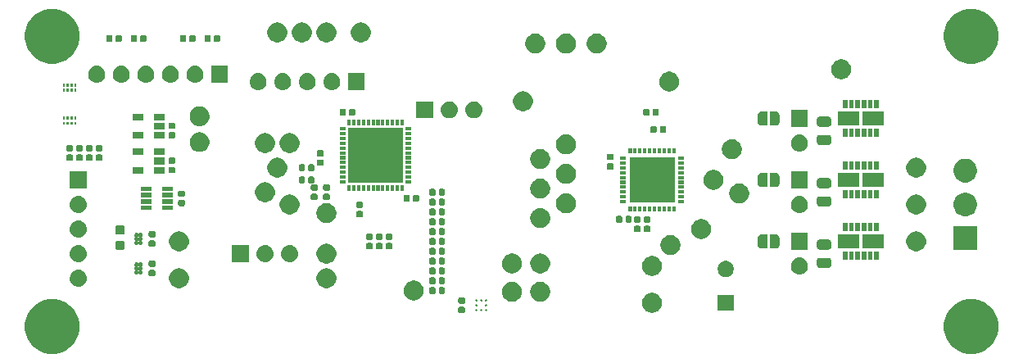
<source format=gbr>
G04 #@! TF.GenerationSoftware,KiCad,Pcbnew,5.0.0-4.fc29*
G04 #@! TF.CreationDate,2018-09-25T17:24:54+02:00*
G04 #@! TF.ProjectId,macro-motor,6D6163726F2D6D6F746F722E6B696361,rev?*
G04 #@! TF.SameCoordinates,PX916f720PY42c1d80*
G04 #@! TF.FileFunction,Soldermask,Top*
G04 #@! TF.FilePolarity,Negative*
%FSLAX46Y46*%
G04 Gerber Fmt 4.6, Leading zero omitted, Abs format (unit mm)*
G04 Created by KiCad (PCBNEW 5.0.0-4.fc29) date Tue Sep 25 17:24:54 2018*
%MOMM*%
%LPD*%
G01*
G04 APERTURE LIST*
%ADD10C,0.100000*%
G04 APERTURE END LIST*
D10*
G36*
X48324022Y-12283563D02*
X48838139Y-12496517D01*
X49300833Y-12805679D01*
X49694321Y-13199167D01*
X50003483Y-13661861D01*
X50216437Y-14175978D01*
X50325000Y-14721762D01*
X50325000Y-15278238D01*
X50216437Y-15824022D01*
X50003483Y-16338139D01*
X49694321Y-16800833D01*
X49300833Y-17194321D01*
X48838139Y-17503483D01*
X48324022Y-17716437D01*
X47778238Y-17825000D01*
X47221762Y-17825000D01*
X46675978Y-17716437D01*
X46161861Y-17503483D01*
X45699167Y-17194321D01*
X45305679Y-16800833D01*
X44996517Y-16338139D01*
X44783563Y-15824022D01*
X44675000Y-15278238D01*
X44675000Y-14721762D01*
X44783563Y-14175978D01*
X44996517Y-13661861D01*
X45305679Y-13199167D01*
X45699167Y-12805679D01*
X46161861Y-12496517D01*
X46675978Y-12283563D01*
X47221762Y-12175000D01*
X47778238Y-12175000D01*
X48324022Y-12283563D01*
X48324022Y-12283563D01*
G37*
G36*
X-46675978Y-12283563D02*
X-46161861Y-12496517D01*
X-45699167Y-12805679D01*
X-45305679Y-13199167D01*
X-44996517Y-13661861D01*
X-44783563Y-14175978D01*
X-44675000Y-14721762D01*
X-44675000Y-15278238D01*
X-44783563Y-15824022D01*
X-44996517Y-16338139D01*
X-45305679Y-16800833D01*
X-45699167Y-17194321D01*
X-46161861Y-17503483D01*
X-46675978Y-17716437D01*
X-47221762Y-17825000D01*
X-47778238Y-17825000D01*
X-48324022Y-17716437D01*
X-48838139Y-17503483D01*
X-49300833Y-17194321D01*
X-49694321Y-16800833D01*
X-50003483Y-16338139D01*
X-50216437Y-15824022D01*
X-50325000Y-15278238D01*
X-50325000Y-14721762D01*
X-50216437Y-14175978D01*
X-50003483Y-13661861D01*
X-49694321Y-13199167D01*
X-49300833Y-12805679D01*
X-48838139Y-12496517D01*
X-48324022Y-12283563D01*
X-47778238Y-12175000D01*
X-47221762Y-12175000D01*
X-46675978Y-12283563D01*
X-46675978Y-12283563D01*
G37*
G36*
X-4953748Y-12971954D02*
X-4926098Y-12980341D01*
X-4900620Y-12993959D01*
X-4878287Y-13012287D01*
X-4859959Y-13034620D01*
X-4846341Y-13060098D01*
X-4837954Y-13087748D01*
X-4835000Y-13117733D01*
X-4835000Y-13460267D01*
X-4837954Y-13490252D01*
X-4846341Y-13517902D01*
X-4859959Y-13543380D01*
X-4878287Y-13565713D01*
X-4900620Y-13584041D01*
X-4926098Y-13597659D01*
X-4953748Y-13606046D01*
X-4983733Y-13609000D01*
X-5376267Y-13609000D01*
X-5406252Y-13606046D01*
X-5433902Y-13597659D01*
X-5459380Y-13584041D01*
X-5481713Y-13565713D01*
X-5500041Y-13543380D01*
X-5513659Y-13517902D01*
X-5522046Y-13490252D01*
X-5525000Y-13460267D01*
X-5525000Y-13117733D01*
X-5522046Y-13087748D01*
X-5513659Y-13060098D01*
X-5500041Y-13034620D01*
X-5481713Y-13012287D01*
X-5459380Y-12993959D01*
X-5433902Y-12980341D01*
X-5406252Y-12971954D01*
X-5376267Y-12969000D01*
X-4983733Y-12969000D01*
X-4953748Y-12971954D01*
X-4953748Y-12971954D01*
G37*
G36*
X14737973Y-11551260D02*
X14803983Y-11564390D01*
X14885209Y-11598035D01*
X14990520Y-11641656D01*
X15158400Y-11753830D01*
X15301170Y-11896600D01*
X15377169Y-12010341D01*
X15413344Y-12064480D01*
X15490610Y-12251017D01*
X15530000Y-12449048D01*
X15530000Y-12650952D01*
X15490610Y-12848983D01*
X15440897Y-12969000D01*
X15413344Y-13035520D01*
X15301170Y-13203400D01*
X15158400Y-13346170D01*
X15072306Y-13403696D01*
X14990520Y-13458344D01*
X14803983Y-13535610D01*
X14737973Y-13548740D01*
X14605954Y-13575000D01*
X14404046Y-13575000D01*
X14272027Y-13548740D01*
X14206017Y-13535610D01*
X14019480Y-13458344D01*
X13937694Y-13403696D01*
X13851600Y-13346170D01*
X13708830Y-13203400D01*
X13596656Y-13035520D01*
X13569103Y-12969000D01*
X13519390Y-12848983D01*
X13480000Y-12650952D01*
X13480000Y-12449048D01*
X13519390Y-12251017D01*
X13596656Y-12064480D01*
X13632831Y-12010341D01*
X13708830Y-11896600D01*
X13851600Y-11753830D01*
X14019480Y-11641656D01*
X14124791Y-11598035D01*
X14206017Y-11564390D01*
X14272027Y-11551260D01*
X14404046Y-11525000D01*
X14605954Y-11525000D01*
X14737973Y-11551260D01*
X14737973Y-11551260D01*
G37*
G36*
X-3115184Y-13195824D02*
X-3094710Y-13204304D01*
X-3076288Y-13216614D01*
X-3060614Y-13232288D01*
X-3048304Y-13250710D01*
X-3039824Y-13271184D01*
X-3035500Y-13292921D01*
X-3035500Y-13315079D01*
X-3039824Y-13336816D01*
X-3048304Y-13357290D01*
X-3060614Y-13375712D01*
X-3076288Y-13391386D01*
X-3094710Y-13403696D01*
X-3115184Y-13412176D01*
X-3126053Y-13414338D01*
X-3136920Y-13416500D01*
X-3159080Y-13416500D01*
X-3169947Y-13414338D01*
X-3180816Y-13412176D01*
X-3201290Y-13403696D01*
X-3219712Y-13391386D01*
X-3235386Y-13375712D01*
X-3247696Y-13357290D01*
X-3256176Y-13336816D01*
X-3260500Y-13315079D01*
X-3260500Y-13292921D01*
X-3256176Y-13271184D01*
X-3247696Y-13250710D01*
X-3235386Y-13232288D01*
X-3219712Y-13216614D01*
X-3201290Y-13204304D01*
X-3180816Y-13195824D01*
X-3159080Y-13191500D01*
X-3136920Y-13191500D01*
X-3115184Y-13195824D01*
X-3115184Y-13195824D01*
G37*
G36*
X-3615184Y-13195824D02*
X-3594710Y-13204304D01*
X-3576288Y-13216614D01*
X-3560614Y-13232288D01*
X-3548304Y-13250710D01*
X-3539824Y-13271184D01*
X-3535500Y-13292921D01*
X-3535500Y-13315079D01*
X-3539824Y-13336816D01*
X-3548304Y-13357290D01*
X-3560614Y-13375712D01*
X-3576288Y-13391386D01*
X-3594710Y-13403696D01*
X-3615184Y-13412176D01*
X-3626053Y-13414338D01*
X-3636920Y-13416500D01*
X-3659080Y-13416500D01*
X-3669947Y-13414338D01*
X-3680816Y-13412176D01*
X-3701290Y-13403696D01*
X-3719712Y-13391386D01*
X-3735386Y-13375712D01*
X-3747696Y-13357290D01*
X-3756176Y-13336816D01*
X-3760500Y-13315079D01*
X-3760500Y-13292921D01*
X-3756176Y-13271184D01*
X-3747696Y-13250710D01*
X-3735386Y-13232288D01*
X-3719712Y-13216614D01*
X-3701290Y-13204304D01*
X-3680816Y-13195824D01*
X-3659080Y-13191500D01*
X-3636920Y-13191500D01*
X-3615184Y-13195824D01*
X-3615184Y-13195824D01*
G37*
G36*
X-2615184Y-13195824D02*
X-2594710Y-13204304D01*
X-2576288Y-13216614D01*
X-2560614Y-13232288D01*
X-2548304Y-13250710D01*
X-2539824Y-13271184D01*
X-2535500Y-13292921D01*
X-2535500Y-13315079D01*
X-2539824Y-13336816D01*
X-2548304Y-13357290D01*
X-2560614Y-13375712D01*
X-2576288Y-13391386D01*
X-2594710Y-13403696D01*
X-2615184Y-13412176D01*
X-2626053Y-13414338D01*
X-2636920Y-13416500D01*
X-2659080Y-13416500D01*
X-2669947Y-13414338D01*
X-2680816Y-13412176D01*
X-2701290Y-13403696D01*
X-2719712Y-13391386D01*
X-2735386Y-13375712D01*
X-2747696Y-13357290D01*
X-2756176Y-13336816D01*
X-2760500Y-13315079D01*
X-2760500Y-13292921D01*
X-2756176Y-13271184D01*
X-2747696Y-13250710D01*
X-2735386Y-13232288D01*
X-2719712Y-13216614D01*
X-2701290Y-13204304D01*
X-2680816Y-13195824D01*
X-2659080Y-13191500D01*
X-2636920Y-13191500D01*
X-2615184Y-13195824D01*
X-2615184Y-13195824D01*
G37*
G36*
X22950000Y-13375000D02*
X21300000Y-13375000D01*
X21300000Y-11725000D01*
X22950000Y-11725000D01*
X22950000Y-13375000D01*
X22950000Y-13375000D01*
G37*
G36*
X-3626053Y-12693662D02*
X-3615184Y-12695824D01*
X-3594710Y-12704304D01*
X-3576288Y-12716614D01*
X-3560614Y-12732288D01*
X-3548304Y-12750710D01*
X-3539824Y-12771184D01*
X-3535500Y-12792921D01*
X-3535500Y-12815079D01*
X-3539824Y-12836816D01*
X-3548304Y-12857290D01*
X-3560614Y-12875712D01*
X-3576288Y-12891386D01*
X-3594710Y-12903696D01*
X-3615184Y-12912176D01*
X-3636920Y-12916500D01*
X-3659080Y-12916500D01*
X-3680816Y-12912176D01*
X-3701290Y-12903696D01*
X-3719712Y-12891386D01*
X-3735386Y-12875712D01*
X-3747696Y-12857290D01*
X-3756176Y-12836816D01*
X-3760500Y-12815079D01*
X-3760500Y-12792921D01*
X-3756176Y-12771184D01*
X-3747696Y-12750710D01*
X-3735386Y-12732288D01*
X-3719712Y-12716614D01*
X-3701290Y-12704304D01*
X-3680816Y-12695824D01*
X-3659080Y-12691500D01*
X-3636920Y-12691500D01*
X-3626053Y-12693662D01*
X-3626053Y-12693662D01*
G37*
G36*
X-2626053Y-12693662D02*
X-2615184Y-12695824D01*
X-2594710Y-12704304D01*
X-2576288Y-12716614D01*
X-2560614Y-12732288D01*
X-2548304Y-12750710D01*
X-2539824Y-12771184D01*
X-2535500Y-12792921D01*
X-2535500Y-12815079D01*
X-2539824Y-12836816D01*
X-2548304Y-12857290D01*
X-2560614Y-12875712D01*
X-2576288Y-12891386D01*
X-2594710Y-12903696D01*
X-2615184Y-12912176D01*
X-2636920Y-12916500D01*
X-2659080Y-12916500D01*
X-2680816Y-12912176D01*
X-2701290Y-12903696D01*
X-2719712Y-12891386D01*
X-2735386Y-12875712D01*
X-2747696Y-12857290D01*
X-2756176Y-12836816D01*
X-2760500Y-12815079D01*
X-2760500Y-12792921D01*
X-2756176Y-12771184D01*
X-2747696Y-12750710D01*
X-2735386Y-12732288D01*
X-2719712Y-12716614D01*
X-2701290Y-12704304D01*
X-2680816Y-12695824D01*
X-2659080Y-12691500D01*
X-2636920Y-12691500D01*
X-2626053Y-12693662D01*
X-2626053Y-12693662D01*
G37*
G36*
X-4953748Y-12001954D02*
X-4926098Y-12010341D01*
X-4900620Y-12023959D01*
X-4878287Y-12042287D01*
X-4859959Y-12064620D01*
X-4846341Y-12090098D01*
X-4837954Y-12117748D01*
X-4835000Y-12147733D01*
X-4835000Y-12490267D01*
X-4837954Y-12520252D01*
X-4846341Y-12547902D01*
X-4859959Y-12573380D01*
X-4878287Y-12595713D01*
X-4900620Y-12614041D01*
X-4926098Y-12627659D01*
X-4953748Y-12636046D01*
X-4983733Y-12639000D01*
X-5376267Y-12639000D01*
X-5406252Y-12636046D01*
X-5433902Y-12627659D01*
X-5459380Y-12614041D01*
X-5481713Y-12595713D01*
X-5500041Y-12573380D01*
X-5513659Y-12547902D01*
X-5522046Y-12520252D01*
X-5525000Y-12490267D01*
X-5525000Y-12147733D01*
X-5522046Y-12117748D01*
X-5513659Y-12090098D01*
X-5500041Y-12064620D01*
X-5481713Y-12042287D01*
X-5459380Y-12023959D01*
X-5433902Y-12010341D01*
X-5406252Y-12001954D01*
X-5376267Y-11999000D01*
X-4983733Y-11999000D01*
X-4953748Y-12001954D01*
X-4953748Y-12001954D01*
G37*
G36*
X3180973Y-10408260D02*
X3246983Y-10421390D01*
X3388997Y-10480214D01*
X3433520Y-10498656D01*
X3601400Y-10610830D01*
X3744170Y-10753600D01*
X3823508Y-10872338D01*
X3856344Y-10921480D01*
X3887050Y-10995610D01*
X3933610Y-11108018D01*
X3973000Y-11306046D01*
X3973000Y-11507954D01*
X3955082Y-11598035D01*
X3933610Y-11705983D01*
X3913791Y-11753830D01*
X3856344Y-11892520D01*
X3744170Y-12060400D01*
X3601400Y-12203170D01*
X3481082Y-12283564D01*
X3433520Y-12315344D01*
X3246983Y-12392610D01*
X3191249Y-12403696D01*
X3048954Y-12432000D01*
X2847046Y-12432000D01*
X2704751Y-12403696D01*
X2649017Y-12392610D01*
X2462480Y-12315344D01*
X2414918Y-12283564D01*
X2294600Y-12203170D01*
X2151830Y-12060400D01*
X2039656Y-11892520D01*
X1982209Y-11753830D01*
X1962390Y-11705983D01*
X1940918Y-11598035D01*
X1923000Y-11507954D01*
X1923000Y-11306046D01*
X1962390Y-11108018D01*
X2008951Y-10995610D01*
X2039656Y-10921480D01*
X2072492Y-10872338D01*
X2151830Y-10753600D01*
X2294600Y-10610830D01*
X2462480Y-10498656D01*
X2507003Y-10480214D01*
X2649017Y-10421390D01*
X2715027Y-10408260D01*
X2847046Y-10382000D01*
X3048954Y-10382000D01*
X3180973Y-10408260D01*
X3180973Y-10408260D01*
G37*
G36*
X259973Y-10408260D02*
X325983Y-10421390D01*
X467997Y-10480214D01*
X512520Y-10498656D01*
X680400Y-10610830D01*
X823170Y-10753600D01*
X902508Y-10872338D01*
X935344Y-10921480D01*
X966050Y-10995610D01*
X1012610Y-11108018D01*
X1052000Y-11306046D01*
X1052000Y-11507954D01*
X1034082Y-11598035D01*
X1012610Y-11705983D01*
X992791Y-11753830D01*
X935344Y-11892520D01*
X823170Y-12060400D01*
X680400Y-12203170D01*
X560082Y-12283564D01*
X512520Y-12315344D01*
X325983Y-12392610D01*
X270249Y-12403696D01*
X127954Y-12432000D01*
X-73954Y-12432000D01*
X-216249Y-12403696D01*
X-271983Y-12392610D01*
X-458520Y-12315344D01*
X-506082Y-12283564D01*
X-626400Y-12203170D01*
X-769170Y-12060400D01*
X-881344Y-11892520D01*
X-938791Y-11753830D01*
X-958610Y-11705983D01*
X-980082Y-11598035D01*
X-998000Y-11507954D01*
X-998000Y-11306046D01*
X-958610Y-11108018D01*
X-912049Y-10995610D01*
X-881344Y-10921480D01*
X-848508Y-10872338D01*
X-769170Y-10753600D01*
X-626400Y-10610830D01*
X-458520Y-10498656D01*
X-413997Y-10480214D01*
X-271983Y-10421390D01*
X-205973Y-10408260D01*
X-73954Y-10382000D01*
X127954Y-10382000D01*
X259973Y-10408260D01*
X259973Y-10408260D01*
G37*
G36*
X-2626053Y-12193662D02*
X-2615184Y-12195824D01*
X-2594710Y-12204304D01*
X-2576288Y-12216614D01*
X-2560614Y-12232288D01*
X-2548304Y-12250710D01*
X-2542133Y-12265610D01*
X-2539824Y-12271185D01*
X-2537361Y-12283563D01*
X-2535500Y-12292921D01*
X-2535500Y-12315079D01*
X-2539824Y-12336816D01*
X-2548304Y-12357290D01*
X-2560614Y-12375712D01*
X-2576288Y-12391386D01*
X-2594710Y-12403696D01*
X-2615184Y-12412176D01*
X-2636920Y-12416500D01*
X-2659080Y-12416500D01*
X-2680816Y-12412176D01*
X-2701290Y-12403696D01*
X-2719712Y-12391386D01*
X-2735386Y-12375712D01*
X-2747696Y-12357290D01*
X-2756176Y-12336816D01*
X-2760500Y-12315079D01*
X-2760500Y-12292921D01*
X-2758638Y-12283563D01*
X-2756176Y-12271185D01*
X-2753867Y-12265610D01*
X-2747696Y-12250710D01*
X-2735386Y-12232288D01*
X-2719712Y-12216614D01*
X-2701290Y-12204304D01*
X-2680816Y-12195824D01*
X-2669947Y-12193662D01*
X-2659080Y-12191500D01*
X-2636920Y-12191500D01*
X-2626053Y-12193662D01*
X-2626053Y-12193662D01*
G37*
G36*
X-3626053Y-12193662D02*
X-3615184Y-12195824D01*
X-3594710Y-12204304D01*
X-3576288Y-12216614D01*
X-3560614Y-12232288D01*
X-3548304Y-12250710D01*
X-3542133Y-12265610D01*
X-3539824Y-12271185D01*
X-3537361Y-12283563D01*
X-3535500Y-12292921D01*
X-3535500Y-12315079D01*
X-3539824Y-12336816D01*
X-3548304Y-12357290D01*
X-3560614Y-12375712D01*
X-3576288Y-12391386D01*
X-3594710Y-12403696D01*
X-3615184Y-12412176D01*
X-3636920Y-12416500D01*
X-3659080Y-12416500D01*
X-3680816Y-12412176D01*
X-3701290Y-12403696D01*
X-3719712Y-12391386D01*
X-3735386Y-12375712D01*
X-3747696Y-12357290D01*
X-3756176Y-12336816D01*
X-3760500Y-12315079D01*
X-3760500Y-12292921D01*
X-3758638Y-12283563D01*
X-3756176Y-12271185D01*
X-3753867Y-12265610D01*
X-3747696Y-12250710D01*
X-3735386Y-12232288D01*
X-3719712Y-12216614D01*
X-3701290Y-12204304D01*
X-3680816Y-12195824D01*
X-3669947Y-12193662D01*
X-3659080Y-12191500D01*
X-3636920Y-12191500D01*
X-3626053Y-12193662D01*
X-3626053Y-12193662D01*
G37*
G36*
X-3126053Y-12193662D02*
X-3115184Y-12195824D01*
X-3094710Y-12204304D01*
X-3076288Y-12216614D01*
X-3060614Y-12232288D01*
X-3048304Y-12250710D01*
X-3042133Y-12265610D01*
X-3039824Y-12271185D01*
X-3037361Y-12283563D01*
X-3035500Y-12292921D01*
X-3035500Y-12315079D01*
X-3039824Y-12336816D01*
X-3048304Y-12357290D01*
X-3060614Y-12375712D01*
X-3076288Y-12391386D01*
X-3094710Y-12403696D01*
X-3115184Y-12412176D01*
X-3136920Y-12416500D01*
X-3159080Y-12416500D01*
X-3180816Y-12412176D01*
X-3201290Y-12403696D01*
X-3219712Y-12391386D01*
X-3235386Y-12375712D01*
X-3247696Y-12357290D01*
X-3256176Y-12336816D01*
X-3260500Y-12315079D01*
X-3260500Y-12292921D01*
X-3258638Y-12283563D01*
X-3256176Y-12271185D01*
X-3253867Y-12265610D01*
X-3247696Y-12250710D01*
X-3235386Y-12232288D01*
X-3219712Y-12216614D01*
X-3201290Y-12204304D01*
X-3180816Y-12195824D01*
X-3169947Y-12193662D01*
X-3159080Y-12191500D01*
X-3136920Y-12191500D01*
X-3126053Y-12193662D01*
X-3126053Y-12193662D01*
G37*
G36*
X-9900027Y-10281260D02*
X-9834017Y-10294390D01*
X-9647480Y-10371656D01*
X-9479600Y-10483830D01*
X-9336830Y-10626600D01*
X-9260353Y-10741056D01*
X-9224656Y-10794480D01*
X-9156112Y-10959959D01*
X-9147390Y-10981018D01*
X-9122128Y-11108017D01*
X-9108000Y-11179048D01*
X-9108000Y-11380952D01*
X-9147390Y-11578983D01*
X-9166451Y-11625000D01*
X-9224656Y-11765520D01*
X-9336830Y-11933400D01*
X-9479600Y-12076170D01*
X-9603564Y-12159000D01*
X-9647480Y-12188344D01*
X-9834017Y-12265610D01*
X-9900027Y-12278740D01*
X-10032046Y-12305000D01*
X-10233954Y-12305000D01*
X-10365973Y-12278740D01*
X-10431983Y-12265610D01*
X-10618520Y-12188344D01*
X-10662436Y-12159000D01*
X-10786400Y-12076170D01*
X-10929170Y-11933400D01*
X-11041344Y-11765520D01*
X-11099549Y-11625000D01*
X-11118610Y-11578983D01*
X-11158000Y-11380952D01*
X-11158000Y-11179048D01*
X-11143871Y-11108017D01*
X-11118610Y-10981018D01*
X-11109887Y-10959959D01*
X-11041344Y-10794480D01*
X-11005647Y-10741056D01*
X-10929170Y-10626600D01*
X-10786400Y-10483830D01*
X-10618520Y-10371656D01*
X-10431983Y-10294390D01*
X-10365973Y-10281260D01*
X-10233954Y-10255000D01*
X-10032046Y-10255000D01*
X-9900027Y-10281260D01*
X-9900027Y-10281260D01*
G37*
G36*
X-7033748Y-10937954D02*
X-7006098Y-10946341D01*
X-6980620Y-10959959D01*
X-6958287Y-10978287D01*
X-6939959Y-11000620D01*
X-6926341Y-11026098D01*
X-6917954Y-11053748D01*
X-6915000Y-11083733D01*
X-6915000Y-11476267D01*
X-6917954Y-11506252D01*
X-6926341Y-11533902D01*
X-6939959Y-11559380D01*
X-6958287Y-11581713D01*
X-6980620Y-11600041D01*
X-7006098Y-11613659D01*
X-7033748Y-11622046D01*
X-7063733Y-11625000D01*
X-7406267Y-11625000D01*
X-7436252Y-11622046D01*
X-7463902Y-11613659D01*
X-7489380Y-11600041D01*
X-7511713Y-11581713D01*
X-7530041Y-11559380D01*
X-7543659Y-11533902D01*
X-7552046Y-11506252D01*
X-7555000Y-11476267D01*
X-7555000Y-11083733D01*
X-7552046Y-11053748D01*
X-7543659Y-11026098D01*
X-7530041Y-11000620D01*
X-7511713Y-10978287D01*
X-7489380Y-10959959D01*
X-7463902Y-10946341D01*
X-7436252Y-10937954D01*
X-7406267Y-10935000D01*
X-7063733Y-10935000D01*
X-7033748Y-10937954D01*
X-7033748Y-10937954D01*
G37*
G36*
X-8003748Y-10937954D02*
X-7976098Y-10946341D01*
X-7950620Y-10959959D01*
X-7928287Y-10978287D01*
X-7909959Y-11000620D01*
X-7896341Y-11026098D01*
X-7887954Y-11053748D01*
X-7885000Y-11083733D01*
X-7885000Y-11476267D01*
X-7887954Y-11506252D01*
X-7896341Y-11533902D01*
X-7909959Y-11559380D01*
X-7928287Y-11581713D01*
X-7950620Y-11600041D01*
X-7976098Y-11613659D01*
X-8003748Y-11622046D01*
X-8033733Y-11625000D01*
X-8376267Y-11625000D01*
X-8406252Y-11622046D01*
X-8433902Y-11613659D01*
X-8459380Y-11600041D01*
X-8481713Y-11581713D01*
X-8500041Y-11559380D01*
X-8513659Y-11533902D01*
X-8522046Y-11506252D01*
X-8525000Y-11476267D01*
X-8525000Y-11083733D01*
X-8522046Y-11053748D01*
X-8513659Y-11026098D01*
X-8500041Y-11000620D01*
X-8481713Y-10978287D01*
X-8459380Y-10959959D01*
X-8433902Y-10946341D01*
X-8406252Y-10937954D01*
X-8376267Y-10935000D01*
X-8033733Y-10935000D01*
X-8003748Y-10937954D01*
X-8003748Y-10937954D01*
G37*
G36*
X-18917027Y-9011260D02*
X-18851017Y-9024390D01*
X-18667083Y-9100578D01*
X-18664480Y-9101656D01*
X-18496600Y-9213830D01*
X-18353830Y-9356600D01*
X-18277353Y-9471056D01*
X-18241656Y-9524480D01*
X-18165680Y-9707902D01*
X-18164390Y-9711018D01*
X-18125000Y-9909046D01*
X-18125000Y-10110954D01*
X-18139039Y-10181534D01*
X-18164390Y-10308983D01*
X-18222387Y-10449000D01*
X-18241656Y-10495520D01*
X-18353830Y-10663400D01*
X-18496600Y-10806170D01*
X-18520748Y-10822305D01*
X-18664480Y-10918344D01*
X-18851017Y-10995610D01*
X-18903800Y-11006109D01*
X-19049046Y-11035000D01*
X-19250954Y-11035000D01*
X-19396200Y-11006109D01*
X-19448983Y-10995610D01*
X-19635520Y-10918344D01*
X-19779252Y-10822305D01*
X-19803400Y-10806170D01*
X-19946170Y-10663400D01*
X-20058344Y-10495520D01*
X-20077613Y-10449000D01*
X-20135610Y-10308983D01*
X-20160961Y-10181534D01*
X-20175000Y-10110954D01*
X-20175000Y-9909046D01*
X-20135610Y-9711018D01*
X-20134319Y-9707902D01*
X-20058344Y-9524480D01*
X-20022647Y-9471056D01*
X-19946170Y-9356600D01*
X-19803400Y-9213830D01*
X-19635520Y-9101656D01*
X-19632917Y-9100578D01*
X-19448983Y-9024390D01*
X-19382973Y-9011260D01*
X-19250954Y-8985000D01*
X-19049046Y-8985000D01*
X-18917027Y-9011260D01*
X-18917027Y-9011260D01*
G37*
G36*
X-34157027Y-9011260D02*
X-34091017Y-9024390D01*
X-33907083Y-9100578D01*
X-33904480Y-9101656D01*
X-33736600Y-9213830D01*
X-33593830Y-9356600D01*
X-33517353Y-9471056D01*
X-33481656Y-9524480D01*
X-33405680Y-9707902D01*
X-33404390Y-9711018D01*
X-33365000Y-9909046D01*
X-33365000Y-10110954D01*
X-33379039Y-10181534D01*
X-33404390Y-10308983D01*
X-33462387Y-10449000D01*
X-33481656Y-10495520D01*
X-33593830Y-10663400D01*
X-33736600Y-10806170D01*
X-33760748Y-10822305D01*
X-33904480Y-10918344D01*
X-34091017Y-10995610D01*
X-34143800Y-11006109D01*
X-34289046Y-11035000D01*
X-34490954Y-11035000D01*
X-34636200Y-11006109D01*
X-34688983Y-10995610D01*
X-34875520Y-10918344D01*
X-35019252Y-10822305D01*
X-35043400Y-10806170D01*
X-35186170Y-10663400D01*
X-35298344Y-10495520D01*
X-35317613Y-10449000D01*
X-35375610Y-10308983D01*
X-35400961Y-10181534D01*
X-35415000Y-10110954D01*
X-35415000Y-9909046D01*
X-35375610Y-9711018D01*
X-35374319Y-9707902D01*
X-35298344Y-9524480D01*
X-35262647Y-9471056D01*
X-35186170Y-9356600D01*
X-35043400Y-9213830D01*
X-34875520Y-9101656D01*
X-34872917Y-9100578D01*
X-34688983Y-9024390D01*
X-34622973Y-9011260D01*
X-34490954Y-8985000D01*
X-34289046Y-8985000D01*
X-34157027Y-9011260D01*
X-34157027Y-9011260D01*
G37*
G36*
X-44632470Y-9147661D02*
X-44632467Y-9147662D01*
X-44632466Y-9147662D01*
X-44467535Y-9197693D01*
X-44448460Y-9207889D01*
X-44315524Y-9278944D01*
X-44182288Y-9388288D01*
X-44072944Y-9521524D01*
X-44025464Y-9610354D01*
X-43991693Y-9673535D01*
X-43954530Y-9796046D01*
X-43941661Y-9838470D01*
X-43924767Y-10010000D01*
X-43941661Y-10181530D01*
X-43941662Y-10181533D01*
X-43941662Y-10181534D01*
X-43991693Y-10346465D01*
X-43991695Y-10346468D01*
X-44072944Y-10498476D01*
X-44182288Y-10631712D01*
X-44315524Y-10741056D01*
X-44424377Y-10799238D01*
X-44467535Y-10822307D01*
X-44632466Y-10872338D01*
X-44632467Y-10872338D01*
X-44632470Y-10872339D01*
X-44761021Y-10885000D01*
X-44846979Y-10885000D01*
X-44975530Y-10872339D01*
X-44975533Y-10872338D01*
X-44975534Y-10872338D01*
X-45140465Y-10822307D01*
X-45183623Y-10799238D01*
X-45292476Y-10741056D01*
X-45425712Y-10631712D01*
X-45535056Y-10498476D01*
X-45616305Y-10346468D01*
X-45616307Y-10346465D01*
X-45666338Y-10181534D01*
X-45666338Y-10181533D01*
X-45666339Y-10181530D01*
X-45683233Y-10010000D01*
X-45666339Y-9838470D01*
X-45653470Y-9796046D01*
X-45616307Y-9673535D01*
X-45582536Y-9610354D01*
X-45535056Y-9521524D01*
X-45425712Y-9388288D01*
X-45292476Y-9278944D01*
X-45159540Y-9207889D01*
X-45140465Y-9197693D01*
X-44975534Y-9147662D01*
X-44975533Y-9147662D01*
X-44975530Y-9147661D01*
X-44846979Y-9135000D01*
X-44761021Y-9135000D01*
X-44632470Y-9147661D01*
X-44632470Y-9147661D01*
G37*
G36*
X-8003748Y-9921954D02*
X-7976098Y-9930341D01*
X-7950620Y-9943959D01*
X-7928287Y-9962287D01*
X-7909959Y-9984620D01*
X-7896341Y-10010098D01*
X-7887954Y-10037748D01*
X-7885000Y-10067733D01*
X-7885000Y-10460267D01*
X-7887954Y-10490252D01*
X-7896341Y-10517902D01*
X-7909959Y-10543380D01*
X-7928287Y-10565713D01*
X-7950620Y-10584041D01*
X-7976098Y-10597659D01*
X-8003748Y-10606046D01*
X-8033733Y-10609000D01*
X-8376267Y-10609000D01*
X-8406252Y-10606046D01*
X-8433902Y-10597659D01*
X-8459380Y-10584041D01*
X-8481713Y-10565713D01*
X-8500041Y-10543380D01*
X-8513659Y-10517902D01*
X-8522046Y-10490252D01*
X-8525000Y-10460267D01*
X-8525000Y-10067733D01*
X-8522046Y-10037748D01*
X-8513659Y-10010098D01*
X-8500041Y-9984620D01*
X-8481713Y-9962287D01*
X-8459380Y-9943959D01*
X-8433902Y-9930341D01*
X-8406252Y-9921954D01*
X-8376267Y-9919000D01*
X-8033733Y-9919000D01*
X-8003748Y-9921954D01*
X-8003748Y-9921954D01*
G37*
G36*
X-7033748Y-9921954D02*
X-7006098Y-9930341D01*
X-6980620Y-9943959D01*
X-6958287Y-9962287D01*
X-6939959Y-9984620D01*
X-6926341Y-10010098D01*
X-6917954Y-10037748D01*
X-6915000Y-10067733D01*
X-6915000Y-10460267D01*
X-6917954Y-10490252D01*
X-6926341Y-10517902D01*
X-6939959Y-10543380D01*
X-6958287Y-10565713D01*
X-6980620Y-10584041D01*
X-7006098Y-10597659D01*
X-7033748Y-10606046D01*
X-7063733Y-10609000D01*
X-7406267Y-10609000D01*
X-7436252Y-10606046D01*
X-7463902Y-10597659D01*
X-7489380Y-10584041D01*
X-7511713Y-10565713D01*
X-7530041Y-10543380D01*
X-7543659Y-10517902D01*
X-7552046Y-10490252D01*
X-7555000Y-10460267D01*
X-7555000Y-10067733D01*
X-7552046Y-10037748D01*
X-7543659Y-10010098D01*
X-7530041Y-9984620D01*
X-7511713Y-9962287D01*
X-7489380Y-9943959D01*
X-7463902Y-9930341D01*
X-7436252Y-9921954D01*
X-7406267Y-9919000D01*
X-7063733Y-9919000D01*
X-7033748Y-9921954D01*
X-7033748Y-9921954D01*
G37*
G36*
X22365644Y-8256704D02*
X22515784Y-8318894D01*
X22614787Y-8385046D01*
X22642458Y-8403535D01*
X22650907Y-8409181D01*
X22765819Y-8524093D01*
X22856106Y-8659216D01*
X22918296Y-8809356D01*
X22950000Y-8968745D01*
X22950000Y-9131255D01*
X22918296Y-9290644D01*
X22856106Y-9440784D01*
X22798504Y-9526991D01*
X22770589Y-9568769D01*
X22765819Y-9575907D01*
X22650907Y-9690819D01*
X22515784Y-9781106D01*
X22365644Y-9843296D01*
X22206255Y-9875000D01*
X22043745Y-9875000D01*
X21884356Y-9843296D01*
X21734216Y-9781106D01*
X21599093Y-9690819D01*
X21484181Y-9575907D01*
X21479412Y-9568769D01*
X21451496Y-9526991D01*
X21393894Y-9440784D01*
X21331704Y-9290644D01*
X21300000Y-9131255D01*
X21300000Y-8968745D01*
X21331704Y-8809356D01*
X21393894Y-8659216D01*
X21484181Y-8524093D01*
X21599093Y-8409181D01*
X21607543Y-8403535D01*
X21635213Y-8385046D01*
X21734216Y-8318894D01*
X21884356Y-8256704D01*
X22043745Y-8225000D01*
X22206255Y-8225000D01*
X22365644Y-8256704D01*
X22365644Y-8256704D01*
G37*
G36*
X-36957748Y-9161954D02*
X-36930098Y-9170341D01*
X-36904620Y-9183959D01*
X-36882287Y-9202287D01*
X-36863959Y-9224620D01*
X-36850341Y-9250098D01*
X-36841954Y-9277748D01*
X-36839000Y-9307733D01*
X-36839000Y-9650267D01*
X-36841954Y-9680252D01*
X-36850341Y-9707902D01*
X-36863959Y-9733380D01*
X-36882287Y-9755713D01*
X-36904620Y-9774041D01*
X-36930098Y-9787659D01*
X-36957748Y-9796046D01*
X-36987733Y-9799000D01*
X-37380267Y-9799000D01*
X-37410252Y-9796046D01*
X-37437902Y-9787659D01*
X-37463380Y-9774041D01*
X-37485713Y-9755713D01*
X-37504041Y-9733380D01*
X-37517659Y-9707902D01*
X-37526046Y-9680252D01*
X-37529000Y-9650267D01*
X-37529000Y-9307733D01*
X-37526046Y-9277748D01*
X-37517659Y-9250098D01*
X-37504041Y-9224620D01*
X-37485713Y-9202287D01*
X-37463380Y-9183959D01*
X-37437902Y-9170341D01*
X-37410252Y-9161954D01*
X-37380267Y-9159000D01*
X-36987733Y-9159000D01*
X-36957748Y-9161954D01*
X-36957748Y-9161954D01*
G37*
G36*
X14737973Y-7741260D02*
X14803983Y-7754390D01*
X14990520Y-7831656D01*
X15158400Y-7943830D01*
X15301170Y-8086600D01*
X15377647Y-8201056D01*
X15413344Y-8254480D01*
X15490610Y-8441017D01*
X15494587Y-8461010D01*
X15530000Y-8639046D01*
X15530000Y-8840954D01*
X15515961Y-8911534D01*
X15490610Y-9038983D01*
X15424870Y-9197693D01*
X15413344Y-9225520D01*
X15301170Y-9393400D01*
X15158400Y-9536170D01*
X15077769Y-9590046D01*
X14990520Y-9648344D01*
X14803983Y-9725610D01*
X14737973Y-9738740D01*
X14605954Y-9765000D01*
X14404046Y-9765000D01*
X14272027Y-9738740D01*
X14206017Y-9725610D01*
X14019480Y-9648344D01*
X13932231Y-9590046D01*
X13851600Y-9536170D01*
X13708830Y-9393400D01*
X13596656Y-9225520D01*
X13585130Y-9197693D01*
X13519390Y-9038983D01*
X13494039Y-8911534D01*
X13480000Y-8840954D01*
X13480000Y-8639046D01*
X13515413Y-8461010D01*
X13519390Y-8441017D01*
X13596656Y-8254480D01*
X13632353Y-8201056D01*
X13708830Y-8086600D01*
X13851600Y-7943830D01*
X14019480Y-7831656D01*
X14206017Y-7754390D01*
X14272027Y-7741260D01*
X14404046Y-7715000D01*
X14605954Y-7715000D01*
X14737973Y-7741260D01*
X14737973Y-7741260D01*
G37*
G36*
X-38715370Y-8377646D02*
X-38674422Y-8394607D01*
X-38646753Y-8413096D01*
X-38640909Y-8417000D01*
X-38637571Y-8419231D01*
X-38606231Y-8450571D01*
X-38602864Y-8455610D01*
X-38601787Y-8457222D01*
X-38598677Y-8461010D01*
X-38594889Y-8464119D01*
X-38590567Y-8466429D01*
X-38585877Y-8467852D01*
X-38581000Y-8468332D01*
X-38576122Y-8467852D01*
X-38571433Y-8466429D01*
X-38567110Y-8464119D01*
X-38563322Y-8461009D01*
X-38560213Y-8457222D01*
X-38559136Y-8455610D01*
X-38555769Y-8450571D01*
X-38524429Y-8419231D01*
X-38521090Y-8417000D01*
X-38515247Y-8413096D01*
X-38487578Y-8394607D01*
X-38446630Y-8377646D01*
X-38403161Y-8369000D01*
X-38358839Y-8369000D01*
X-38315370Y-8377646D01*
X-38274422Y-8394607D01*
X-38246753Y-8413096D01*
X-38237572Y-8419230D01*
X-38206230Y-8450572D01*
X-38200096Y-8459753D01*
X-38181607Y-8487422D01*
X-38164646Y-8528370D01*
X-38156000Y-8571839D01*
X-38156000Y-8616161D01*
X-38164646Y-8659630D01*
X-38181607Y-8700578D01*
X-38206231Y-8737429D01*
X-38237571Y-8768769D01*
X-38244222Y-8773213D01*
X-38248010Y-8776323D01*
X-38251119Y-8780111D01*
X-38253429Y-8784433D01*
X-38254852Y-8789123D01*
X-38255332Y-8794000D01*
X-38254852Y-8798878D01*
X-38253429Y-8803567D01*
X-38251119Y-8807890D01*
X-38248009Y-8811678D01*
X-38244223Y-8814786D01*
X-38237571Y-8819231D01*
X-38206231Y-8850571D01*
X-38181607Y-8887422D01*
X-38164646Y-8928370D01*
X-38156000Y-8971839D01*
X-38156000Y-9016161D01*
X-38164646Y-9059630D01*
X-38181607Y-9100578D01*
X-38194363Y-9119668D01*
X-38206230Y-9137428D01*
X-38237570Y-9168768D01*
X-38244222Y-9173213D01*
X-38248010Y-9176323D01*
X-38251119Y-9180111D01*
X-38253429Y-9184433D01*
X-38254852Y-9189123D01*
X-38255332Y-9194000D01*
X-38254852Y-9198878D01*
X-38253429Y-9203567D01*
X-38251119Y-9207890D01*
X-38248009Y-9211678D01*
X-38244223Y-9214786D01*
X-38237571Y-9219231D01*
X-38206231Y-9250571D01*
X-38181607Y-9287422D01*
X-38164646Y-9328370D01*
X-38156000Y-9371839D01*
X-38156000Y-9416161D01*
X-38164646Y-9459630D01*
X-38181607Y-9500578D01*
X-38199256Y-9526990D01*
X-38205389Y-9536170D01*
X-38206231Y-9537429D01*
X-38237571Y-9568769D01*
X-38274422Y-9593393D01*
X-38315370Y-9610354D01*
X-38358839Y-9619000D01*
X-38403161Y-9619000D01*
X-38446630Y-9610354D01*
X-38487578Y-9593393D01*
X-38524429Y-9568769D01*
X-38555769Y-9537429D01*
X-38560214Y-9530777D01*
X-38563323Y-9526990D01*
X-38567111Y-9523881D01*
X-38571433Y-9521571D01*
X-38576123Y-9520148D01*
X-38581000Y-9519668D01*
X-38585878Y-9520148D01*
X-38590567Y-9521571D01*
X-38594890Y-9523881D01*
X-38598678Y-9526991D01*
X-38601786Y-9530777D01*
X-38606231Y-9537429D01*
X-38637571Y-9568769D01*
X-38674422Y-9593393D01*
X-38715370Y-9610354D01*
X-38758839Y-9619000D01*
X-38803161Y-9619000D01*
X-38846630Y-9610354D01*
X-38887578Y-9593393D01*
X-38924429Y-9568769D01*
X-38955769Y-9537429D01*
X-38956610Y-9536170D01*
X-38962744Y-9526990D01*
X-38980393Y-9500578D01*
X-38997354Y-9459630D01*
X-39006000Y-9416161D01*
X-39006000Y-9371839D01*
X-38997354Y-9328370D01*
X-38980393Y-9287422D01*
X-38955769Y-9250571D01*
X-38924429Y-9219231D01*
X-38917777Y-9214786D01*
X-38913990Y-9211677D01*
X-38910881Y-9207889D01*
X-38908571Y-9203567D01*
X-38907148Y-9198877D01*
X-38906668Y-9194000D01*
X-38655332Y-9194000D01*
X-38654852Y-9198878D01*
X-38653429Y-9203567D01*
X-38651119Y-9207890D01*
X-38648009Y-9211678D01*
X-38644223Y-9214786D01*
X-38637571Y-9219231D01*
X-38606231Y-9250571D01*
X-38601787Y-9257222D01*
X-38598677Y-9261010D01*
X-38594889Y-9264119D01*
X-38590567Y-9266429D01*
X-38585877Y-9267852D01*
X-38581000Y-9268332D01*
X-38576122Y-9267852D01*
X-38571433Y-9266429D01*
X-38567110Y-9264119D01*
X-38563322Y-9261009D01*
X-38560213Y-9257222D01*
X-38555769Y-9250571D01*
X-38524429Y-9219231D01*
X-38517777Y-9214786D01*
X-38513990Y-9211677D01*
X-38510881Y-9207889D01*
X-38508571Y-9203567D01*
X-38507148Y-9198877D01*
X-38506668Y-9194000D01*
X-38507148Y-9189122D01*
X-38508571Y-9184433D01*
X-38510881Y-9180110D01*
X-38513991Y-9176322D01*
X-38517778Y-9173213D01*
X-38524430Y-9168768D01*
X-38555768Y-9137430D01*
X-38555769Y-9137428D01*
X-38560214Y-9130777D01*
X-38563323Y-9126990D01*
X-38567111Y-9123881D01*
X-38571433Y-9121571D01*
X-38576123Y-9120148D01*
X-38581000Y-9119668D01*
X-38585878Y-9120148D01*
X-38590567Y-9121571D01*
X-38594890Y-9123881D01*
X-38598678Y-9126991D01*
X-38601786Y-9130777D01*
X-38606230Y-9137428D01*
X-38637570Y-9168768D01*
X-38644222Y-9173213D01*
X-38648010Y-9176323D01*
X-38651119Y-9180111D01*
X-38653429Y-9184433D01*
X-38654852Y-9189123D01*
X-38655332Y-9194000D01*
X-38906668Y-9194000D01*
X-38907148Y-9189122D01*
X-38908571Y-9184433D01*
X-38910881Y-9180110D01*
X-38913991Y-9176322D01*
X-38917778Y-9173213D01*
X-38924430Y-9168768D01*
X-38955770Y-9137428D01*
X-38967637Y-9119668D01*
X-38980393Y-9100578D01*
X-38997354Y-9059630D01*
X-39006000Y-9016161D01*
X-39006000Y-8971839D01*
X-38997354Y-8928370D01*
X-38980393Y-8887422D01*
X-38955769Y-8850571D01*
X-38924429Y-8819231D01*
X-38917777Y-8814786D01*
X-38913990Y-8811677D01*
X-38910881Y-8807889D01*
X-38908571Y-8803567D01*
X-38907148Y-8798877D01*
X-38906668Y-8794000D01*
X-38655332Y-8794000D01*
X-38654852Y-8798878D01*
X-38653429Y-8803567D01*
X-38651119Y-8807890D01*
X-38648009Y-8811678D01*
X-38644223Y-8814786D01*
X-38637571Y-8819231D01*
X-38606231Y-8850571D01*
X-38601787Y-8857222D01*
X-38598677Y-8861010D01*
X-38594889Y-8864119D01*
X-38590567Y-8866429D01*
X-38585877Y-8867852D01*
X-38581000Y-8868332D01*
X-38576122Y-8867852D01*
X-38571433Y-8866429D01*
X-38567110Y-8864119D01*
X-38563322Y-8861009D01*
X-38560213Y-8857222D01*
X-38555769Y-8850571D01*
X-38524429Y-8819231D01*
X-38517777Y-8814786D01*
X-38513990Y-8811677D01*
X-38510881Y-8807889D01*
X-38508571Y-8803567D01*
X-38507148Y-8798877D01*
X-38506668Y-8794000D01*
X-38507148Y-8789122D01*
X-38508571Y-8784433D01*
X-38510881Y-8780110D01*
X-38513991Y-8776322D01*
X-38517778Y-8773213D01*
X-38524429Y-8768769D01*
X-38555769Y-8737429D01*
X-38560214Y-8730777D01*
X-38563323Y-8726990D01*
X-38567111Y-8723881D01*
X-38571433Y-8721571D01*
X-38576123Y-8720148D01*
X-38581000Y-8719668D01*
X-38585878Y-8720148D01*
X-38590567Y-8721571D01*
X-38594890Y-8723881D01*
X-38598678Y-8726991D01*
X-38601786Y-8730777D01*
X-38606231Y-8737429D01*
X-38637571Y-8768769D01*
X-38644222Y-8773213D01*
X-38648010Y-8776323D01*
X-38651119Y-8780111D01*
X-38653429Y-8784433D01*
X-38654852Y-8789123D01*
X-38655332Y-8794000D01*
X-38906668Y-8794000D01*
X-38907148Y-8789122D01*
X-38908571Y-8784433D01*
X-38910881Y-8780110D01*
X-38913991Y-8776322D01*
X-38917778Y-8773213D01*
X-38924429Y-8768769D01*
X-38955769Y-8737429D01*
X-38980393Y-8700578D01*
X-38997354Y-8659630D01*
X-39006000Y-8616161D01*
X-39006000Y-8571839D01*
X-38997354Y-8528370D01*
X-38980393Y-8487422D01*
X-38961904Y-8459753D01*
X-38955770Y-8450572D01*
X-38924428Y-8419230D01*
X-38915247Y-8413096D01*
X-38887578Y-8394607D01*
X-38846630Y-8377646D01*
X-38803161Y-8369000D01*
X-38758839Y-8369000D01*
X-38715370Y-8377646D01*
X-38715370Y-8377646D01*
G37*
G36*
X29916530Y-7877661D02*
X29916533Y-7877662D01*
X29916534Y-7877662D01*
X30081465Y-7927693D01*
X30101096Y-7938186D01*
X30233476Y-8008944D01*
X30366712Y-8118288D01*
X30476056Y-8251524D01*
X30512066Y-8318895D01*
X30557307Y-8403535D01*
X30607338Y-8568466D01*
X30607339Y-8568470D01*
X30624233Y-8740000D01*
X30607339Y-8911530D01*
X30607338Y-8911533D01*
X30607338Y-8911534D01*
X30557307Y-9076465D01*
X30557305Y-9076468D01*
X30476056Y-9228476D01*
X30366712Y-9361712D01*
X30233476Y-9471056D01*
X30128830Y-9526990D01*
X30081465Y-9552307D01*
X29916534Y-9602338D01*
X29916533Y-9602338D01*
X29916530Y-9602339D01*
X29787979Y-9615000D01*
X29702021Y-9615000D01*
X29573470Y-9602339D01*
X29573467Y-9602338D01*
X29573466Y-9602338D01*
X29408535Y-9552307D01*
X29361170Y-9526990D01*
X29256524Y-9471056D01*
X29123288Y-9361712D01*
X29013944Y-9228476D01*
X28932695Y-9076468D01*
X28932693Y-9076465D01*
X28882662Y-8911534D01*
X28882662Y-8911533D01*
X28882661Y-8911530D01*
X28865767Y-8740000D01*
X28882661Y-8568470D01*
X28882662Y-8568466D01*
X28932693Y-8403535D01*
X28977934Y-8318895D01*
X29013944Y-8251524D01*
X29123288Y-8118288D01*
X29256524Y-8008944D01*
X29388904Y-7938186D01*
X29408535Y-7927693D01*
X29573466Y-7877662D01*
X29573467Y-7877662D01*
X29573470Y-7877661D01*
X29702021Y-7865000D01*
X29787979Y-7865000D01*
X29916530Y-7877661D01*
X29916530Y-7877661D01*
G37*
G36*
X-8003748Y-8905954D02*
X-7976098Y-8914341D01*
X-7950620Y-8927959D01*
X-7928287Y-8946287D01*
X-7909959Y-8968620D01*
X-7896341Y-8994098D01*
X-7887954Y-9021748D01*
X-7885000Y-9051733D01*
X-7885000Y-9444267D01*
X-7887954Y-9474252D01*
X-7896341Y-9501902D01*
X-7909959Y-9527380D01*
X-7928287Y-9549713D01*
X-7950620Y-9568041D01*
X-7976098Y-9581659D01*
X-8003748Y-9590046D01*
X-8033733Y-9593000D01*
X-8376267Y-9593000D01*
X-8406252Y-9590046D01*
X-8433902Y-9581659D01*
X-8459380Y-9568041D01*
X-8481713Y-9549713D01*
X-8500041Y-9527380D01*
X-8513659Y-9501902D01*
X-8522046Y-9474252D01*
X-8525000Y-9444267D01*
X-8525000Y-9051733D01*
X-8522046Y-9021748D01*
X-8513659Y-8994098D01*
X-8500041Y-8968620D01*
X-8481713Y-8946287D01*
X-8459380Y-8927959D01*
X-8433902Y-8914341D01*
X-8406252Y-8905954D01*
X-8376267Y-8903000D01*
X-8033733Y-8903000D01*
X-8003748Y-8905954D01*
X-8003748Y-8905954D01*
G37*
G36*
X-7033748Y-8905954D02*
X-7006098Y-8914341D01*
X-6980620Y-8927959D01*
X-6958287Y-8946287D01*
X-6939959Y-8968620D01*
X-6926341Y-8994098D01*
X-6917954Y-9021748D01*
X-6915000Y-9051733D01*
X-6915000Y-9444267D01*
X-6917954Y-9474252D01*
X-6926341Y-9501902D01*
X-6939959Y-9527380D01*
X-6958287Y-9549713D01*
X-6980620Y-9568041D01*
X-7006098Y-9581659D01*
X-7033748Y-9590046D01*
X-7063733Y-9593000D01*
X-7406267Y-9593000D01*
X-7436252Y-9590046D01*
X-7463902Y-9581659D01*
X-7489380Y-9568041D01*
X-7511713Y-9549713D01*
X-7530041Y-9527380D01*
X-7543659Y-9501902D01*
X-7552046Y-9474252D01*
X-7555000Y-9444267D01*
X-7555000Y-9051733D01*
X-7552046Y-9021748D01*
X-7543659Y-8994098D01*
X-7530041Y-8968620D01*
X-7511713Y-8946287D01*
X-7489380Y-8927959D01*
X-7463902Y-8914341D01*
X-7436252Y-8905954D01*
X-7406267Y-8903000D01*
X-7063733Y-8903000D01*
X-7033748Y-8905954D01*
X-7033748Y-8905954D01*
G37*
G36*
X3180973Y-7487260D02*
X3246983Y-7500390D01*
X3417335Y-7570952D01*
X3433520Y-7577656D01*
X3601400Y-7689830D01*
X3744170Y-7832600D01*
X3836014Y-7970054D01*
X3856344Y-8000480D01*
X3914128Y-8139982D01*
X3933610Y-8187018D01*
X3973000Y-8385046D01*
X3973000Y-8586954D01*
X3967190Y-8616161D01*
X3933610Y-8784983D01*
X3874218Y-8928369D01*
X3856344Y-8971520D01*
X3744170Y-9139400D01*
X3601400Y-9282170D01*
X3588716Y-9290645D01*
X3433520Y-9394344D01*
X3246983Y-9471610D01*
X3233700Y-9474252D01*
X3048954Y-9511000D01*
X2847046Y-9511000D01*
X2662300Y-9474252D01*
X2649017Y-9471610D01*
X2462480Y-9394344D01*
X2307284Y-9290645D01*
X2294600Y-9282170D01*
X2151830Y-9139400D01*
X2039656Y-8971520D01*
X2021782Y-8928369D01*
X1962390Y-8784983D01*
X1928810Y-8616161D01*
X1923000Y-8586954D01*
X1923000Y-8385046D01*
X1962390Y-8187018D01*
X1981873Y-8139982D01*
X2039656Y-8000480D01*
X2059986Y-7970054D01*
X2151830Y-7832600D01*
X2294600Y-7689830D01*
X2462480Y-7577656D01*
X2478665Y-7570952D01*
X2649017Y-7500390D01*
X2715027Y-7487260D01*
X2847046Y-7461000D01*
X3048954Y-7461000D01*
X3180973Y-7487260D01*
X3180973Y-7487260D01*
G37*
G36*
X259973Y-7487260D02*
X325983Y-7500390D01*
X496335Y-7570952D01*
X512520Y-7577656D01*
X680400Y-7689830D01*
X823170Y-7832600D01*
X915014Y-7970054D01*
X935344Y-8000480D01*
X993128Y-8139982D01*
X1012610Y-8187018D01*
X1052000Y-8385046D01*
X1052000Y-8586954D01*
X1046190Y-8616161D01*
X1012610Y-8784983D01*
X953218Y-8928369D01*
X935344Y-8971520D01*
X823170Y-9139400D01*
X680400Y-9282170D01*
X667716Y-9290645D01*
X512520Y-9394344D01*
X325983Y-9471610D01*
X312700Y-9474252D01*
X127954Y-9511000D01*
X-73954Y-9511000D01*
X-258700Y-9474252D01*
X-271983Y-9471610D01*
X-458520Y-9394344D01*
X-613716Y-9290645D01*
X-626400Y-9282170D01*
X-769170Y-9139400D01*
X-881344Y-8971520D01*
X-899218Y-8928369D01*
X-958610Y-8784983D01*
X-992190Y-8616161D01*
X-998000Y-8586954D01*
X-998000Y-8385046D01*
X-958610Y-8187018D01*
X-939127Y-8139982D01*
X-881344Y-8000480D01*
X-861014Y-7970054D01*
X-769170Y-7832600D01*
X-626400Y-7689830D01*
X-458520Y-7577656D01*
X-442335Y-7570952D01*
X-271983Y-7500390D01*
X-205973Y-7487260D01*
X-73954Y-7461000D01*
X127954Y-7461000D01*
X259973Y-7487260D01*
X259973Y-7487260D01*
G37*
G36*
X32813780Y-7899803D02*
X32859484Y-7913667D01*
X32901604Y-7936181D01*
X32938522Y-7966478D01*
X32968819Y-8003396D01*
X32991333Y-8045516D01*
X33005197Y-8091220D01*
X33010000Y-8139982D01*
X33010000Y-8675018D01*
X33005197Y-8723780D01*
X32991333Y-8769484D01*
X32968819Y-8811604D01*
X32938522Y-8848522D01*
X32901604Y-8878819D01*
X32859484Y-8901333D01*
X32813780Y-8915197D01*
X32765018Y-8920000D01*
X31804982Y-8920000D01*
X31756220Y-8915197D01*
X31710516Y-8901333D01*
X31668396Y-8878819D01*
X31631478Y-8848522D01*
X31601181Y-8811604D01*
X31578667Y-8769484D01*
X31564803Y-8723780D01*
X31560000Y-8675018D01*
X31560000Y-8139982D01*
X31564803Y-8091220D01*
X31578667Y-8045516D01*
X31601181Y-8003396D01*
X31631478Y-7966478D01*
X31668396Y-7936181D01*
X31710516Y-7913667D01*
X31756220Y-7899803D01*
X31804982Y-7895000D01*
X32765018Y-7895000D01*
X32813780Y-7899803D01*
X32813780Y-7899803D01*
G37*
G36*
X-36957748Y-8191954D02*
X-36930098Y-8200341D01*
X-36904620Y-8213959D01*
X-36882287Y-8232287D01*
X-36863959Y-8254620D01*
X-36850341Y-8280098D01*
X-36841954Y-8307748D01*
X-36839000Y-8337733D01*
X-36839000Y-8680267D01*
X-36841954Y-8710252D01*
X-36850341Y-8737902D01*
X-36863959Y-8763380D01*
X-36882287Y-8785713D01*
X-36904620Y-8804041D01*
X-36930098Y-8817659D01*
X-36957748Y-8826046D01*
X-36987733Y-8829000D01*
X-37380267Y-8829000D01*
X-37410252Y-8826046D01*
X-37437902Y-8817659D01*
X-37463380Y-8804041D01*
X-37485713Y-8785713D01*
X-37504041Y-8763380D01*
X-37517659Y-8737902D01*
X-37526046Y-8710252D01*
X-37529000Y-8680267D01*
X-37529000Y-8337733D01*
X-37526046Y-8307748D01*
X-37517659Y-8280098D01*
X-37504041Y-8254620D01*
X-37485713Y-8232287D01*
X-37463380Y-8213959D01*
X-37437902Y-8200341D01*
X-37410252Y-8191954D01*
X-37380267Y-8189000D01*
X-36987733Y-8189000D01*
X-36957748Y-8191954D01*
X-36957748Y-8191954D01*
G37*
G36*
X-7033748Y-7889954D02*
X-7006098Y-7898341D01*
X-6980620Y-7911959D01*
X-6958287Y-7930287D01*
X-6939959Y-7952620D01*
X-6926341Y-7978098D01*
X-6917954Y-8005748D01*
X-6915000Y-8035733D01*
X-6915000Y-8428267D01*
X-6917954Y-8458252D01*
X-6926341Y-8485902D01*
X-6939959Y-8511380D01*
X-6958287Y-8533713D01*
X-6980620Y-8552041D01*
X-7006098Y-8565659D01*
X-7033748Y-8574046D01*
X-7063733Y-8577000D01*
X-7406267Y-8577000D01*
X-7436252Y-8574046D01*
X-7463902Y-8565659D01*
X-7489380Y-8552041D01*
X-7511713Y-8533713D01*
X-7530041Y-8511380D01*
X-7543659Y-8485902D01*
X-7552046Y-8458252D01*
X-7555000Y-8428267D01*
X-7555000Y-8035733D01*
X-7552046Y-8005748D01*
X-7543659Y-7978098D01*
X-7530041Y-7952620D01*
X-7511713Y-7930287D01*
X-7489380Y-7911959D01*
X-7463902Y-7898341D01*
X-7436252Y-7889954D01*
X-7406267Y-7887000D01*
X-7063733Y-7887000D01*
X-7033748Y-7889954D01*
X-7033748Y-7889954D01*
G37*
G36*
X-8003748Y-7889954D02*
X-7976098Y-7898341D01*
X-7950620Y-7911959D01*
X-7928287Y-7930287D01*
X-7909959Y-7952620D01*
X-7896341Y-7978098D01*
X-7887954Y-8005748D01*
X-7885000Y-8035733D01*
X-7885000Y-8428267D01*
X-7887954Y-8458252D01*
X-7896341Y-8485902D01*
X-7909959Y-8511380D01*
X-7928287Y-8533713D01*
X-7950620Y-8552041D01*
X-7976098Y-8565659D01*
X-8003748Y-8574046D01*
X-8033733Y-8577000D01*
X-8376267Y-8577000D01*
X-8406252Y-8574046D01*
X-8433902Y-8565659D01*
X-8459380Y-8552041D01*
X-8481713Y-8533713D01*
X-8500041Y-8511380D01*
X-8513659Y-8485902D01*
X-8522046Y-8458252D01*
X-8525000Y-8428267D01*
X-8525000Y-8035733D01*
X-8522046Y-8005748D01*
X-8513659Y-7978098D01*
X-8500041Y-7952620D01*
X-8481713Y-7930287D01*
X-8459380Y-7911959D01*
X-8433902Y-7898341D01*
X-8406252Y-7889954D01*
X-8376267Y-7887000D01*
X-8033733Y-7887000D01*
X-8003748Y-7889954D01*
X-8003748Y-7889954D01*
G37*
G36*
X-18917027Y-6471260D02*
X-18851017Y-6484390D01*
X-18664480Y-6561656D01*
X-18496600Y-6673830D01*
X-18353830Y-6816600D01*
X-18268036Y-6945000D01*
X-18241656Y-6984480D01*
X-18204161Y-7075000D01*
X-18164390Y-7171018D01*
X-18125000Y-7369046D01*
X-18125000Y-7570954D01*
X-18139039Y-7641534D01*
X-18164390Y-7768983D01*
X-18230130Y-7927693D01*
X-18241656Y-7955520D01*
X-18353830Y-8123400D01*
X-18496600Y-8266170D01*
X-18614577Y-8345000D01*
X-18664480Y-8378344D01*
X-18851017Y-8455610D01*
X-18893796Y-8464119D01*
X-19049046Y-8495000D01*
X-19250954Y-8495000D01*
X-19406204Y-8464119D01*
X-19448983Y-8455610D01*
X-19635520Y-8378344D01*
X-19685423Y-8345000D01*
X-19803400Y-8266170D01*
X-19946170Y-8123400D01*
X-20058344Y-7955520D01*
X-20069870Y-7927693D01*
X-20135610Y-7768983D01*
X-20160961Y-7641534D01*
X-20175000Y-7570954D01*
X-20175000Y-7369046D01*
X-20135610Y-7171018D01*
X-20095838Y-7075000D01*
X-20058344Y-6984480D01*
X-20031964Y-6945000D01*
X-19946170Y-6816600D01*
X-19803400Y-6673830D01*
X-19635520Y-6561656D01*
X-19448983Y-6484390D01*
X-19382973Y-6471260D01*
X-19250954Y-6445000D01*
X-19049046Y-6445000D01*
X-18917027Y-6471260D01*
X-18917027Y-6471260D01*
G37*
G36*
X-25328470Y-6607661D02*
X-25328467Y-6607662D01*
X-25328466Y-6607662D01*
X-25163535Y-6657693D01*
X-25122006Y-6679891D01*
X-25011524Y-6738944D01*
X-24878288Y-6848288D01*
X-24768944Y-6981524D01*
X-24723513Y-7066520D01*
X-24687693Y-7133535D01*
X-24637662Y-7298466D01*
X-24637661Y-7298470D01*
X-24620767Y-7470000D01*
X-24637661Y-7641530D01*
X-24637662Y-7641533D01*
X-24637662Y-7641534D01*
X-24687693Y-7806465D01*
X-24687695Y-7806468D01*
X-24768944Y-7958476D01*
X-24878288Y-8091712D01*
X-25011524Y-8201056D01*
X-25115635Y-8256704D01*
X-25163535Y-8282307D01*
X-25328466Y-8332338D01*
X-25328467Y-8332338D01*
X-25328470Y-8332339D01*
X-25457021Y-8345000D01*
X-25542979Y-8345000D01*
X-25671530Y-8332339D01*
X-25671533Y-8332338D01*
X-25671534Y-8332338D01*
X-25836465Y-8282307D01*
X-25884365Y-8256704D01*
X-25988476Y-8201056D01*
X-26121712Y-8091712D01*
X-26231056Y-7958476D01*
X-26312305Y-7806468D01*
X-26312307Y-7806465D01*
X-26362338Y-7641534D01*
X-26362338Y-7641533D01*
X-26362339Y-7641530D01*
X-26379233Y-7470000D01*
X-26362339Y-7298470D01*
X-26362338Y-7298466D01*
X-26312307Y-7133535D01*
X-26276487Y-7066520D01*
X-26231056Y-6981524D01*
X-26121712Y-6848288D01*
X-25988476Y-6738944D01*
X-25877994Y-6679891D01*
X-25836465Y-6657693D01*
X-25671534Y-6607662D01*
X-25671533Y-6607662D01*
X-25671530Y-6607661D01*
X-25542979Y-6595000D01*
X-25457021Y-6595000D01*
X-25328470Y-6607661D01*
X-25328470Y-6607661D01*
G37*
G36*
X-27165000Y-8345000D02*
X-28915000Y-8345000D01*
X-28915000Y-6595000D01*
X-27165000Y-6595000D01*
X-27165000Y-8345000D01*
X-27165000Y-8345000D01*
G37*
G36*
X-44632470Y-6607661D02*
X-44632467Y-6607662D01*
X-44632466Y-6607662D01*
X-44467535Y-6657693D01*
X-44426006Y-6679891D01*
X-44315524Y-6738944D01*
X-44182288Y-6848288D01*
X-44072944Y-6981524D01*
X-44027513Y-7066520D01*
X-43991693Y-7133535D01*
X-43941662Y-7298466D01*
X-43941661Y-7298470D01*
X-43924767Y-7470000D01*
X-43941661Y-7641530D01*
X-43941662Y-7641533D01*
X-43941662Y-7641534D01*
X-43991693Y-7806465D01*
X-43991695Y-7806468D01*
X-44072944Y-7958476D01*
X-44182288Y-8091712D01*
X-44315524Y-8201056D01*
X-44419635Y-8256704D01*
X-44467535Y-8282307D01*
X-44632466Y-8332338D01*
X-44632467Y-8332338D01*
X-44632470Y-8332339D01*
X-44761021Y-8345000D01*
X-44846979Y-8345000D01*
X-44975530Y-8332339D01*
X-44975533Y-8332338D01*
X-44975534Y-8332338D01*
X-45140465Y-8282307D01*
X-45188365Y-8256704D01*
X-45292476Y-8201056D01*
X-45425712Y-8091712D01*
X-45535056Y-7958476D01*
X-45616305Y-7806468D01*
X-45616307Y-7806465D01*
X-45666338Y-7641534D01*
X-45666338Y-7641533D01*
X-45666339Y-7641530D01*
X-45683233Y-7470000D01*
X-45666339Y-7298470D01*
X-45666338Y-7298466D01*
X-45616307Y-7133535D01*
X-45580487Y-7066520D01*
X-45535056Y-6981524D01*
X-45425712Y-6848288D01*
X-45292476Y-6738944D01*
X-45181994Y-6679891D01*
X-45140465Y-6657693D01*
X-44975534Y-6607662D01*
X-44975533Y-6607662D01*
X-44975530Y-6607661D01*
X-44846979Y-6595000D01*
X-44761021Y-6595000D01*
X-44632470Y-6607661D01*
X-44632470Y-6607661D01*
G37*
G36*
X-22788470Y-6607661D02*
X-22788467Y-6607662D01*
X-22788466Y-6607662D01*
X-22623535Y-6657693D01*
X-22582006Y-6679891D01*
X-22471524Y-6738944D01*
X-22338288Y-6848288D01*
X-22228944Y-6981524D01*
X-22183513Y-7066520D01*
X-22147693Y-7133535D01*
X-22097662Y-7298466D01*
X-22097661Y-7298470D01*
X-22080767Y-7470000D01*
X-22097661Y-7641530D01*
X-22097662Y-7641533D01*
X-22097662Y-7641534D01*
X-22147693Y-7806465D01*
X-22147695Y-7806468D01*
X-22228944Y-7958476D01*
X-22338288Y-8091712D01*
X-22471524Y-8201056D01*
X-22575635Y-8256704D01*
X-22623535Y-8282307D01*
X-22788466Y-8332338D01*
X-22788467Y-8332338D01*
X-22788470Y-8332339D01*
X-22917021Y-8345000D01*
X-23002979Y-8345000D01*
X-23131530Y-8332339D01*
X-23131533Y-8332338D01*
X-23131534Y-8332338D01*
X-23296465Y-8282307D01*
X-23344365Y-8256704D01*
X-23448476Y-8201056D01*
X-23581712Y-8091712D01*
X-23691056Y-7958476D01*
X-23772305Y-7806468D01*
X-23772307Y-7806465D01*
X-23822338Y-7641534D01*
X-23822338Y-7641533D01*
X-23822339Y-7641530D01*
X-23839233Y-7470000D01*
X-23822339Y-7298470D01*
X-23822338Y-7298466D01*
X-23772307Y-7133535D01*
X-23736487Y-7066520D01*
X-23691056Y-6981524D01*
X-23581712Y-6848288D01*
X-23448476Y-6738944D01*
X-23337994Y-6679891D01*
X-23296465Y-6657693D01*
X-23131534Y-6607662D01*
X-23131533Y-6607662D01*
X-23131530Y-6607661D01*
X-23002979Y-6595000D01*
X-22917021Y-6595000D01*
X-22788470Y-6607661D01*
X-22788470Y-6607661D01*
G37*
G36*
X37305000Y-8075000D02*
X36835000Y-8075000D01*
X36835000Y-7235000D01*
X37305000Y-7235000D01*
X37305000Y-8075000D01*
X37305000Y-8075000D01*
G37*
G36*
X37955000Y-8075000D02*
X37485000Y-8075000D01*
X37485000Y-7235000D01*
X37955000Y-7235000D01*
X37955000Y-8075000D01*
X37955000Y-8075000D01*
G37*
G36*
X34705000Y-8075000D02*
X34235000Y-8075000D01*
X34235000Y-7235000D01*
X34705000Y-7235000D01*
X34705000Y-8075000D01*
X34705000Y-8075000D01*
G37*
G36*
X36655000Y-8075000D02*
X36185000Y-8075000D01*
X36185000Y-7235000D01*
X36655000Y-7235000D01*
X36655000Y-8075000D01*
X36655000Y-8075000D01*
G37*
G36*
X36005000Y-8075000D02*
X35535000Y-8075000D01*
X35535000Y-7235000D01*
X36005000Y-7235000D01*
X36005000Y-8075000D01*
X36005000Y-8075000D01*
G37*
G36*
X35355000Y-8075000D02*
X34885000Y-8075000D01*
X34885000Y-7235000D01*
X35355000Y-7235000D01*
X35355000Y-8075000D01*
X35355000Y-8075000D01*
G37*
G36*
X16642973Y-5582260D02*
X16708983Y-5595390D01*
X16847047Y-5652578D01*
X16895520Y-5672656D01*
X17063400Y-5784830D01*
X17206170Y-5927600D01*
X17275959Y-6032046D01*
X17318344Y-6095480D01*
X17394928Y-6280370D01*
X17395610Y-6282018D01*
X17435000Y-6480046D01*
X17435000Y-6681954D01*
X17421266Y-6751000D01*
X17395610Y-6879983D01*
X17343891Y-7004844D01*
X17318344Y-7066520D01*
X17206170Y-7234400D01*
X17063400Y-7377170D01*
X16981021Y-7432214D01*
X16895520Y-7489344D01*
X16708983Y-7566610D01*
X16653450Y-7577656D01*
X16510954Y-7606000D01*
X16309046Y-7606000D01*
X16166550Y-7577656D01*
X16111017Y-7566610D01*
X15924480Y-7489344D01*
X15838979Y-7432214D01*
X15756600Y-7377170D01*
X15613830Y-7234400D01*
X15501656Y-7066520D01*
X15476109Y-7004844D01*
X15424390Y-6879983D01*
X15398734Y-6751000D01*
X15385000Y-6681954D01*
X15385000Y-6480046D01*
X15424390Y-6282018D01*
X15425073Y-6280370D01*
X15501656Y-6095480D01*
X15544041Y-6032046D01*
X15613830Y-5927600D01*
X15756600Y-5784830D01*
X15924480Y-5672656D01*
X15972953Y-5652578D01*
X16111017Y-5595390D01*
X16177027Y-5582260D01*
X16309046Y-5556000D01*
X16510954Y-5556000D01*
X16642973Y-5582260D01*
X16642973Y-5582260D01*
G37*
G36*
X-8003748Y-6873954D02*
X-7976098Y-6882341D01*
X-7950620Y-6895959D01*
X-7928287Y-6914287D01*
X-7909959Y-6936620D01*
X-7896341Y-6962098D01*
X-7887954Y-6989748D01*
X-7885000Y-7019733D01*
X-7885000Y-7412267D01*
X-7887954Y-7442252D01*
X-7896341Y-7469902D01*
X-7909959Y-7495380D01*
X-7928287Y-7517713D01*
X-7950620Y-7536041D01*
X-7976098Y-7549659D01*
X-8003748Y-7558046D01*
X-8033733Y-7561000D01*
X-8376267Y-7561000D01*
X-8406252Y-7558046D01*
X-8433902Y-7549659D01*
X-8459380Y-7536041D01*
X-8481713Y-7517713D01*
X-8500041Y-7495380D01*
X-8513659Y-7469902D01*
X-8522046Y-7442252D01*
X-8525000Y-7412267D01*
X-8525000Y-7019733D01*
X-8522046Y-6989748D01*
X-8513659Y-6962098D01*
X-8500041Y-6936620D01*
X-8481713Y-6914287D01*
X-8459380Y-6895959D01*
X-8433902Y-6882341D01*
X-8406252Y-6873954D01*
X-8376267Y-6871000D01*
X-8033733Y-6871000D01*
X-8003748Y-6873954D01*
X-8003748Y-6873954D01*
G37*
G36*
X-7033748Y-6873954D02*
X-7006098Y-6882341D01*
X-6980620Y-6895959D01*
X-6958287Y-6914287D01*
X-6939959Y-6936620D01*
X-6926341Y-6962098D01*
X-6917954Y-6989748D01*
X-6915000Y-7019733D01*
X-6915000Y-7412267D01*
X-6917954Y-7442252D01*
X-6926341Y-7469902D01*
X-6939959Y-7495380D01*
X-6958287Y-7517713D01*
X-6980620Y-7536041D01*
X-7006098Y-7549659D01*
X-7033748Y-7558046D01*
X-7063733Y-7561000D01*
X-7406267Y-7561000D01*
X-7436252Y-7558046D01*
X-7463902Y-7549659D01*
X-7489380Y-7536041D01*
X-7511713Y-7517713D01*
X-7530041Y-7495380D01*
X-7543659Y-7469902D01*
X-7552046Y-7442252D01*
X-7555000Y-7412267D01*
X-7555000Y-7019733D01*
X-7552046Y-6989748D01*
X-7543659Y-6962098D01*
X-7530041Y-6936620D01*
X-7511713Y-6914287D01*
X-7489380Y-6895959D01*
X-7463902Y-6882341D01*
X-7436252Y-6873954D01*
X-7406267Y-6871000D01*
X-7063733Y-6871000D01*
X-7033748Y-6873954D01*
X-7033748Y-6873954D01*
G37*
G36*
X-34163186Y-5200035D02*
X-34091017Y-5214390D01*
X-33909123Y-5289733D01*
X-33904480Y-5291656D01*
X-33736600Y-5403830D01*
X-33593830Y-5546600D01*
X-33502839Y-5682778D01*
X-33481656Y-5714480D01*
X-33404390Y-5901017D01*
X-33399102Y-5927602D01*
X-33365000Y-6099046D01*
X-33365000Y-6300954D01*
X-33378327Y-6367954D01*
X-33404390Y-6498983D01*
X-33470130Y-6657693D01*
X-33481656Y-6685520D01*
X-33593830Y-6853400D01*
X-33736600Y-6996170D01*
X-33781742Y-7026333D01*
X-33904480Y-7108344D01*
X-34091017Y-7185610D01*
X-34157027Y-7198740D01*
X-34289046Y-7225000D01*
X-34490954Y-7225000D01*
X-34622973Y-7198740D01*
X-34688983Y-7185610D01*
X-34875520Y-7108344D01*
X-34998258Y-7026333D01*
X-35043400Y-6996170D01*
X-35186170Y-6853400D01*
X-35298344Y-6685520D01*
X-35309870Y-6657693D01*
X-35375610Y-6498983D01*
X-35401673Y-6367954D01*
X-35415000Y-6300954D01*
X-35415000Y-6099046D01*
X-35380898Y-5927602D01*
X-35375610Y-5901017D01*
X-35298344Y-5714480D01*
X-35277161Y-5682778D01*
X-35186170Y-5546600D01*
X-35043400Y-5403830D01*
X-34875520Y-5291656D01*
X-34870877Y-5289733D01*
X-34688983Y-5214390D01*
X-34616814Y-5200035D01*
X-34490954Y-5175000D01*
X-34289046Y-5175000D01*
X-34163186Y-5200035D01*
X-34163186Y-5200035D01*
G37*
G36*
X42036814Y-5200035D02*
X42108983Y-5214390D01*
X42290877Y-5289733D01*
X42295520Y-5291656D01*
X42463400Y-5403830D01*
X42606170Y-5546600D01*
X42697161Y-5682778D01*
X42718344Y-5714480D01*
X42795610Y-5901017D01*
X42800898Y-5927602D01*
X42835000Y-6099046D01*
X42835000Y-6300954D01*
X42821673Y-6367954D01*
X42795610Y-6498983D01*
X42729870Y-6657693D01*
X42718344Y-6685520D01*
X42606170Y-6853400D01*
X42463400Y-6996170D01*
X42418258Y-7026333D01*
X42295520Y-7108344D01*
X42108983Y-7185610D01*
X42042973Y-7198740D01*
X41910954Y-7225000D01*
X41709046Y-7225000D01*
X41577027Y-7198740D01*
X41511017Y-7185610D01*
X41324480Y-7108344D01*
X41201742Y-7026333D01*
X41156600Y-6996170D01*
X41013830Y-6853400D01*
X40901656Y-6685520D01*
X40890130Y-6657693D01*
X40824390Y-6498983D01*
X40798327Y-6367954D01*
X40785000Y-6300954D01*
X40785000Y-6099046D01*
X40819102Y-5927602D01*
X40824390Y-5901017D01*
X40901656Y-5714480D01*
X40922839Y-5682778D01*
X41013830Y-5546600D01*
X41156600Y-5403830D01*
X41324480Y-5291656D01*
X41329123Y-5289733D01*
X41511017Y-5214390D01*
X41583186Y-5200035D01*
X41709046Y-5175000D01*
X41910954Y-5175000D01*
X42036814Y-5200035D01*
X42036814Y-5200035D01*
G37*
G36*
X48115000Y-7115000D02*
X45665000Y-7115000D01*
X45665000Y-4665000D01*
X48115000Y-4665000D01*
X48115000Y-7115000D01*
X48115000Y-7115000D01*
G37*
G36*
X30620000Y-7075000D02*
X28870000Y-7075000D01*
X28870000Y-5325000D01*
X30620000Y-5325000D01*
X30620000Y-7075000D01*
X30620000Y-7075000D01*
G37*
G36*
X-40162098Y-6148323D02*
X-40121082Y-6160764D01*
X-40083286Y-6180967D01*
X-40050156Y-6208156D01*
X-40022967Y-6241286D01*
X-40002764Y-6279082D01*
X-39990323Y-6320098D01*
X-39986000Y-6363983D01*
X-39986000Y-6849017D01*
X-39990323Y-6892902D01*
X-40002764Y-6933918D01*
X-40022967Y-6971714D01*
X-40050156Y-7004844D01*
X-40083286Y-7032033D01*
X-40121082Y-7052236D01*
X-40162098Y-7064677D01*
X-40205983Y-7069000D01*
X-40766017Y-7069000D01*
X-40809902Y-7064677D01*
X-40850918Y-7052236D01*
X-40888714Y-7032033D01*
X-40921844Y-7004844D01*
X-40949033Y-6971714D01*
X-40969236Y-6933918D01*
X-40981677Y-6892902D01*
X-40986000Y-6849017D01*
X-40986000Y-6363983D01*
X-40981677Y-6320098D01*
X-40969236Y-6279082D01*
X-40949033Y-6241286D01*
X-40921844Y-6208156D01*
X-40888714Y-6180967D01*
X-40850918Y-6160764D01*
X-40809902Y-6148323D01*
X-40766017Y-6144000D01*
X-40205983Y-6144000D01*
X-40162098Y-6148323D01*
X-40162098Y-6148323D01*
G37*
G36*
X32813780Y-6024803D02*
X32859484Y-6038667D01*
X32901604Y-6061181D01*
X32938522Y-6091478D01*
X32968819Y-6128396D01*
X32991333Y-6170516D01*
X33005197Y-6216220D01*
X33010000Y-6264982D01*
X33010000Y-6800018D01*
X33005197Y-6848780D01*
X32991333Y-6894484D01*
X32968819Y-6936604D01*
X32938522Y-6973522D01*
X32901604Y-7003819D01*
X32859484Y-7026333D01*
X32813780Y-7040197D01*
X32765018Y-7045000D01*
X31804982Y-7045000D01*
X31756220Y-7040197D01*
X31710516Y-7026333D01*
X31668396Y-7003819D01*
X31631478Y-6973522D01*
X31601181Y-6936604D01*
X31578667Y-6894484D01*
X31564803Y-6848780D01*
X31560000Y-6800018D01*
X31560000Y-6264982D01*
X31564803Y-6216220D01*
X31578667Y-6170516D01*
X31601181Y-6128396D01*
X31631478Y-6091478D01*
X31668396Y-6061181D01*
X31710516Y-6038667D01*
X31756220Y-6024803D01*
X31804982Y-6020000D01*
X32765018Y-6020000D01*
X32813780Y-6024803D01*
X32813780Y-6024803D01*
G37*
G36*
X-14478748Y-6367954D02*
X-14451098Y-6376341D01*
X-14425620Y-6389959D01*
X-14403287Y-6408287D01*
X-14384959Y-6430620D01*
X-14371341Y-6456098D01*
X-14362954Y-6483748D01*
X-14360000Y-6513733D01*
X-14360000Y-6856267D01*
X-14362954Y-6886252D01*
X-14371341Y-6913902D01*
X-14384959Y-6939380D01*
X-14403287Y-6961713D01*
X-14425620Y-6980041D01*
X-14451098Y-6993659D01*
X-14478748Y-7002046D01*
X-14508733Y-7005000D01*
X-14901267Y-7005000D01*
X-14931252Y-7002046D01*
X-14958902Y-6993659D01*
X-14984380Y-6980041D01*
X-15006713Y-6961713D01*
X-15025041Y-6939380D01*
X-15038659Y-6913902D01*
X-15047046Y-6886252D01*
X-15050000Y-6856267D01*
X-15050000Y-6513733D01*
X-15047046Y-6483748D01*
X-15038659Y-6456098D01*
X-15025041Y-6430620D01*
X-15006713Y-6408287D01*
X-14984380Y-6389959D01*
X-14958902Y-6376341D01*
X-14931252Y-6367954D01*
X-14901267Y-6365000D01*
X-14508733Y-6365000D01*
X-14478748Y-6367954D01*
X-14478748Y-6367954D01*
G37*
G36*
X-13462748Y-6367954D02*
X-13435098Y-6376341D01*
X-13409620Y-6389959D01*
X-13387287Y-6408287D01*
X-13368959Y-6430620D01*
X-13355341Y-6456098D01*
X-13346954Y-6483748D01*
X-13344000Y-6513733D01*
X-13344000Y-6856267D01*
X-13346954Y-6886252D01*
X-13355341Y-6913902D01*
X-13368959Y-6939380D01*
X-13387287Y-6961713D01*
X-13409620Y-6980041D01*
X-13435098Y-6993659D01*
X-13462748Y-7002046D01*
X-13492733Y-7005000D01*
X-13885267Y-7005000D01*
X-13915252Y-7002046D01*
X-13942902Y-6993659D01*
X-13968380Y-6980041D01*
X-13990713Y-6961713D01*
X-14009041Y-6939380D01*
X-14022659Y-6913902D01*
X-14031046Y-6886252D01*
X-14034000Y-6856267D01*
X-14034000Y-6513733D01*
X-14031046Y-6483748D01*
X-14022659Y-6456098D01*
X-14009041Y-6430620D01*
X-13990713Y-6408287D01*
X-13968380Y-6389959D01*
X-13942902Y-6376341D01*
X-13915252Y-6367954D01*
X-13885267Y-6365000D01*
X-13492733Y-6365000D01*
X-13462748Y-6367954D01*
X-13462748Y-6367954D01*
G37*
G36*
X-12446748Y-6367954D02*
X-12419098Y-6376341D01*
X-12393620Y-6389959D01*
X-12371287Y-6408287D01*
X-12352959Y-6430620D01*
X-12339341Y-6456098D01*
X-12330954Y-6483748D01*
X-12328000Y-6513733D01*
X-12328000Y-6856267D01*
X-12330954Y-6886252D01*
X-12339341Y-6913902D01*
X-12352959Y-6939380D01*
X-12371287Y-6961713D01*
X-12393620Y-6980041D01*
X-12419098Y-6993659D01*
X-12446748Y-7002046D01*
X-12476733Y-7005000D01*
X-12869267Y-7005000D01*
X-12899252Y-7002046D01*
X-12926902Y-6993659D01*
X-12952380Y-6980041D01*
X-12974713Y-6961713D01*
X-12993041Y-6939380D01*
X-13006659Y-6913902D01*
X-13015046Y-6886252D01*
X-13018000Y-6856267D01*
X-13018000Y-6513733D01*
X-13015046Y-6483748D01*
X-13006659Y-6456098D01*
X-12993041Y-6430620D01*
X-12974713Y-6408287D01*
X-12952380Y-6389959D01*
X-12926902Y-6376341D01*
X-12899252Y-6367954D01*
X-12869267Y-6365000D01*
X-12476733Y-6365000D01*
X-12446748Y-6367954D01*
X-12446748Y-6367954D01*
G37*
G36*
X27205000Y-5452408D02*
X27254009Y-5452408D01*
X27350142Y-5471530D01*
X27440698Y-5509039D01*
X27522197Y-5563495D01*
X27591505Y-5632803D01*
X27645961Y-5714302D01*
X27683470Y-5804858D01*
X27702592Y-5900991D01*
X27702592Y-5950000D01*
X27705000Y-5950000D01*
X27705000Y-6450000D01*
X27702592Y-6450000D01*
X27702592Y-6499009D01*
X27683470Y-6595142D01*
X27645961Y-6685698D01*
X27591505Y-6767197D01*
X27522197Y-6836505D01*
X27440698Y-6890961D01*
X27350142Y-6928470D01*
X27254009Y-6947592D01*
X27205000Y-6947592D01*
X27205000Y-6950000D01*
X26705000Y-6950000D01*
X26705000Y-5450000D01*
X27205000Y-5450000D01*
X27205000Y-5452408D01*
X27205000Y-5452408D01*
G37*
G36*
X26405000Y-6950000D02*
X25905000Y-6950000D01*
X25905000Y-6947592D01*
X25855991Y-6947592D01*
X25759858Y-6928470D01*
X25669302Y-6890961D01*
X25587803Y-6836505D01*
X25518495Y-6767197D01*
X25464039Y-6685698D01*
X25426530Y-6595142D01*
X25407408Y-6499009D01*
X25407408Y-6450000D01*
X25405000Y-6450000D01*
X25405000Y-5950000D01*
X25407408Y-5950000D01*
X25407408Y-5900991D01*
X25426530Y-5804858D01*
X25464039Y-5714302D01*
X25518495Y-5632803D01*
X25587803Y-5563495D01*
X25669302Y-5509039D01*
X25759858Y-5471530D01*
X25855991Y-5452408D01*
X25905000Y-5452408D01*
X25905000Y-5450000D01*
X26405000Y-5450000D01*
X26405000Y-6950000D01*
X26405000Y-6950000D01*
G37*
G36*
X38470000Y-6945000D02*
X36285000Y-6945000D01*
X36285000Y-5455000D01*
X38470000Y-5455000D01*
X38470000Y-6945000D01*
X38470000Y-6945000D01*
G37*
G36*
X35905000Y-6945000D02*
X33720000Y-6945000D01*
X33720000Y-5455000D01*
X35905000Y-5455000D01*
X35905000Y-6945000D01*
X35905000Y-6945000D01*
G37*
G36*
X-36957748Y-6113954D02*
X-36930098Y-6122341D01*
X-36904620Y-6135959D01*
X-36882287Y-6154287D01*
X-36863959Y-6176620D01*
X-36850341Y-6202098D01*
X-36841954Y-6229748D01*
X-36839000Y-6259733D01*
X-36839000Y-6602267D01*
X-36841954Y-6632252D01*
X-36850341Y-6659902D01*
X-36863959Y-6685380D01*
X-36882287Y-6707713D01*
X-36904620Y-6726041D01*
X-36930098Y-6739659D01*
X-36957748Y-6748046D01*
X-36987733Y-6751000D01*
X-37380267Y-6751000D01*
X-37410252Y-6748046D01*
X-37437902Y-6739659D01*
X-37463380Y-6726041D01*
X-37485713Y-6707713D01*
X-37504041Y-6685380D01*
X-37517659Y-6659902D01*
X-37526046Y-6632252D01*
X-37529000Y-6602267D01*
X-37529000Y-6259733D01*
X-37526046Y-6229748D01*
X-37517659Y-6202098D01*
X-37504041Y-6176620D01*
X-37485713Y-6154287D01*
X-37463380Y-6135959D01*
X-37437902Y-6122341D01*
X-37410252Y-6113954D01*
X-37380267Y-6111000D01*
X-36987733Y-6111000D01*
X-36957748Y-6113954D01*
X-36957748Y-6113954D01*
G37*
G36*
X-38715370Y-5329646D02*
X-38674422Y-5346607D01*
X-38655998Y-5358918D01*
X-38640909Y-5369000D01*
X-38637571Y-5371231D01*
X-38606231Y-5402571D01*
X-38605390Y-5403830D01*
X-38601787Y-5409222D01*
X-38598677Y-5413010D01*
X-38594889Y-5416119D01*
X-38590567Y-5418429D01*
X-38585877Y-5419852D01*
X-38581000Y-5420332D01*
X-38576122Y-5419852D01*
X-38571433Y-5418429D01*
X-38567110Y-5416119D01*
X-38563322Y-5413009D01*
X-38560213Y-5409222D01*
X-38556610Y-5403830D01*
X-38555769Y-5402571D01*
X-38524429Y-5371231D01*
X-38521090Y-5369000D01*
X-38506002Y-5358918D01*
X-38487578Y-5346607D01*
X-38446630Y-5329646D01*
X-38403161Y-5321000D01*
X-38358839Y-5321000D01*
X-38315370Y-5329646D01*
X-38274422Y-5346607D01*
X-38255998Y-5358918D01*
X-38237572Y-5371230D01*
X-38206230Y-5402572D01*
X-38200096Y-5411753D01*
X-38181607Y-5439422D01*
X-38164646Y-5480370D01*
X-38156000Y-5523839D01*
X-38156000Y-5568161D01*
X-38164646Y-5611630D01*
X-38181607Y-5652578D01*
X-38194363Y-5671668D01*
X-38206230Y-5689428D01*
X-38237570Y-5720768D01*
X-38244222Y-5725213D01*
X-38248010Y-5728323D01*
X-38251119Y-5732111D01*
X-38253429Y-5736433D01*
X-38254852Y-5741123D01*
X-38255332Y-5746000D01*
X-38254852Y-5750878D01*
X-38253429Y-5755567D01*
X-38251119Y-5759890D01*
X-38248009Y-5763678D01*
X-38244223Y-5766786D01*
X-38237571Y-5771231D01*
X-38206231Y-5802571D01*
X-38181607Y-5839422D01*
X-38164646Y-5880370D01*
X-38156000Y-5923839D01*
X-38156000Y-5968161D01*
X-38164646Y-6011630D01*
X-38181607Y-6052578D01*
X-38194363Y-6071668D01*
X-38206230Y-6089428D01*
X-38237570Y-6120768D01*
X-38244222Y-6125213D01*
X-38248010Y-6128323D01*
X-38251119Y-6132111D01*
X-38253429Y-6136433D01*
X-38254852Y-6141123D01*
X-38255332Y-6146000D01*
X-38254852Y-6150878D01*
X-38253429Y-6155567D01*
X-38251119Y-6159890D01*
X-38248009Y-6163678D01*
X-38244223Y-6166786D01*
X-38237571Y-6171231D01*
X-38206231Y-6202571D01*
X-38181607Y-6239422D01*
X-38164646Y-6280370D01*
X-38156000Y-6323839D01*
X-38156000Y-6368161D01*
X-38164646Y-6411630D01*
X-38181607Y-6452578D01*
X-38206231Y-6489429D01*
X-38237571Y-6520769D01*
X-38274422Y-6545393D01*
X-38315370Y-6562354D01*
X-38358839Y-6571000D01*
X-38403161Y-6571000D01*
X-38446630Y-6562354D01*
X-38487578Y-6545393D01*
X-38524429Y-6520769D01*
X-38555769Y-6489429D01*
X-38560214Y-6482777D01*
X-38563323Y-6478990D01*
X-38567111Y-6475881D01*
X-38571433Y-6473571D01*
X-38576123Y-6472148D01*
X-38581000Y-6471668D01*
X-38585878Y-6472148D01*
X-38590567Y-6473571D01*
X-38594890Y-6475881D01*
X-38598678Y-6478991D01*
X-38601786Y-6482777D01*
X-38606231Y-6489429D01*
X-38637571Y-6520769D01*
X-38674422Y-6545393D01*
X-38715370Y-6562354D01*
X-38758839Y-6571000D01*
X-38803161Y-6571000D01*
X-38846630Y-6562354D01*
X-38887578Y-6545393D01*
X-38924429Y-6520769D01*
X-38955769Y-6489429D01*
X-38980393Y-6452578D01*
X-38997354Y-6411630D01*
X-39006000Y-6368161D01*
X-39006000Y-6323839D01*
X-38997354Y-6280370D01*
X-38980393Y-6239422D01*
X-38955769Y-6202571D01*
X-38924429Y-6171231D01*
X-38917777Y-6166786D01*
X-38913990Y-6163677D01*
X-38910881Y-6159889D01*
X-38908571Y-6155567D01*
X-38907148Y-6150877D01*
X-38906668Y-6146000D01*
X-38655332Y-6146000D01*
X-38654852Y-6150878D01*
X-38653429Y-6155567D01*
X-38651119Y-6159890D01*
X-38648009Y-6163678D01*
X-38644223Y-6166786D01*
X-38637571Y-6171231D01*
X-38606231Y-6202571D01*
X-38602499Y-6208156D01*
X-38601787Y-6209222D01*
X-38598677Y-6213010D01*
X-38594889Y-6216119D01*
X-38590567Y-6218429D01*
X-38585877Y-6219852D01*
X-38581000Y-6220332D01*
X-38576122Y-6219852D01*
X-38571433Y-6218429D01*
X-38567110Y-6216119D01*
X-38563322Y-6213009D01*
X-38560213Y-6209222D01*
X-38559501Y-6208156D01*
X-38555769Y-6202571D01*
X-38524429Y-6171231D01*
X-38517777Y-6166786D01*
X-38513990Y-6163677D01*
X-38510881Y-6159889D01*
X-38508571Y-6155567D01*
X-38507148Y-6150877D01*
X-38506668Y-6146000D01*
X-38507148Y-6141122D01*
X-38508571Y-6136433D01*
X-38510881Y-6132110D01*
X-38513991Y-6128322D01*
X-38517778Y-6125213D01*
X-38524430Y-6120768D01*
X-38555768Y-6089430D01*
X-38555769Y-6089428D01*
X-38560214Y-6082777D01*
X-38563323Y-6078990D01*
X-38567111Y-6075881D01*
X-38571433Y-6073571D01*
X-38576123Y-6072148D01*
X-38581000Y-6071668D01*
X-38585878Y-6072148D01*
X-38590567Y-6073571D01*
X-38594890Y-6075881D01*
X-38598678Y-6078991D01*
X-38601786Y-6082777D01*
X-38606230Y-6089428D01*
X-38637570Y-6120768D01*
X-38644222Y-6125213D01*
X-38648010Y-6128323D01*
X-38651119Y-6132111D01*
X-38653429Y-6136433D01*
X-38654852Y-6141123D01*
X-38655332Y-6146000D01*
X-38906668Y-6146000D01*
X-38907148Y-6141122D01*
X-38908571Y-6136433D01*
X-38910881Y-6132110D01*
X-38913991Y-6128322D01*
X-38917778Y-6125213D01*
X-38924430Y-6120768D01*
X-38955770Y-6089428D01*
X-38967637Y-6071668D01*
X-38980393Y-6052578D01*
X-38997354Y-6011630D01*
X-39006000Y-5968161D01*
X-39006000Y-5923839D01*
X-38997354Y-5880370D01*
X-38980393Y-5839422D01*
X-38955769Y-5802571D01*
X-38924429Y-5771231D01*
X-38917777Y-5766786D01*
X-38913990Y-5763677D01*
X-38910881Y-5759889D01*
X-38908571Y-5755567D01*
X-38907148Y-5750877D01*
X-38906668Y-5746000D01*
X-38655332Y-5746000D01*
X-38654852Y-5750878D01*
X-38653429Y-5755567D01*
X-38651119Y-5759890D01*
X-38648009Y-5763678D01*
X-38644223Y-5766786D01*
X-38637571Y-5771231D01*
X-38606231Y-5802571D01*
X-38604703Y-5804858D01*
X-38601787Y-5809222D01*
X-38598677Y-5813010D01*
X-38594889Y-5816119D01*
X-38590567Y-5818429D01*
X-38585877Y-5819852D01*
X-38581000Y-5820332D01*
X-38576122Y-5819852D01*
X-38571433Y-5818429D01*
X-38567110Y-5816119D01*
X-38563322Y-5813009D01*
X-38560213Y-5809222D01*
X-38557297Y-5804858D01*
X-38555769Y-5802571D01*
X-38524429Y-5771231D01*
X-38517777Y-5766786D01*
X-38513990Y-5763677D01*
X-38510881Y-5759889D01*
X-38508571Y-5755567D01*
X-38507148Y-5750877D01*
X-38506668Y-5746000D01*
X-38507148Y-5741122D01*
X-38508571Y-5736433D01*
X-38510881Y-5732110D01*
X-38513991Y-5728322D01*
X-38517778Y-5725213D01*
X-38524430Y-5720768D01*
X-38555768Y-5689430D01*
X-38555769Y-5689428D01*
X-38560214Y-5682777D01*
X-38563323Y-5678990D01*
X-38567111Y-5675881D01*
X-38571433Y-5673571D01*
X-38576123Y-5672148D01*
X-38581000Y-5671668D01*
X-38585878Y-5672148D01*
X-38590567Y-5673571D01*
X-38594890Y-5675881D01*
X-38598678Y-5678991D01*
X-38601786Y-5682777D01*
X-38606230Y-5689428D01*
X-38637570Y-5720768D01*
X-38644222Y-5725213D01*
X-38648010Y-5728323D01*
X-38651119Y-5732111D01*
X-38653429Y-5736433D01*
X-38654852Y-5741123D01*
X-38655332Y-5746000D01*
X-38906668Y-5746000D01*
X-38907148Y-5741122D01*
X-38908571Y-5736433D01*
X-38910881Y-5732110D01*
X-38913991Y-5728322D01*
X-38917778Y-5725213D01*
X-38924430Y-5720768D01*
X-38955770Y-5689428D01*
X-38967637Y-5671668D01*
X-38980393Y-5652578D01*
X-38997354Y-5611630D01*
X-39006000Y-5568161D01*
X-39006000Y-5523839D01*
X-38997354Y-5480370D01*
X-38980393Y-5439422D01*
X-38961904Y-5411753D01*
X-38955770Y-5402572D01*
X-38924428Y-5371230D01*
X-38906002Y-5358918D01*
X-38887578Y-5346607D01*
X-38846630Y-5329646D01*
X-38803161Y-5321000D01*
X-38758839Y-5321000D01*
X-38715370Y-5329646D01*
X-38715370Y-5329646D01*
G37*
G36*
X-8003748Y-5857954D02*
X-7976098Y-5866341D01*
X-7950620Y-5879959D01*
X-7928287Y-5898287D01*
X-7909959Y-5920620D01*
X-7896341Y-5946098D01*
X-7887954Y-5973748D01*
X-7885000Y-6003733D01*
X-7885000Y-6396267D01*
X-7887954Y-6426252D01*
X-7896341Y-6453902D01*
X-7909959Y-6479380D01*
X-7928287Y-6501713D01*
X-7950620Y-6520041D01*
X-7976098Y-6533659D01*
X-8003748Y-6542046D01*
X-8033733Y-6545000D01*
X-8376267Y-6545000D01*
X-8406252Y-6542046D01*
X-8433902Y-6533659D01*
X-8459380Y-6520041D01*
X-8481713Y-6501713D01*
X-8500041Y-6479380D01*
X-8513659Y-6453902D01*
X-8522046Y-6426252D01*
X-8525000Y-6396267D01*
X-8525000Y-6003733D01*
X-8522046Y-5973748D01*
X-8513659Y-5946098D01*
X-8500041Y-5920620D01*
X-8481713Y-5898287D01*
X-8459380Y-5879959D01*
X-8433902Y-5866341D01*
X-8406252Y-5857954D01*
X-8376267Y-5855000D01*
X-8033733Y-5855000D01*
X-8003748Y-5857954D01*
X-8003748Y-5857954D01*
G37*
G36*
X-7033748Y-5857954D02*
X-7006098Y-5866341D01*
X-6980620Y-5879959D01*
X-6958287Y-5898287D01*
X-6939959Y-5920620D01*
X-6926341Y-5946098D01*
X-6917954Y-5973748D01*
X-6915000Y-6003733D01*
X-6915000Y-6396267D01*
X-6917954Y-6426252D01*
X-6926341Y-6453902D01*
X-6939959Y-6479380D01*
X-6958287Y-6501713D01*
X-6980620Y-6520041D01*
X-7006098Y-6533659D01*
X-7033748Y-6542046D01*
X-7063733Y-6545000D01*
X-7406267Y-6545000D01*
X-7436252Y-6542046D01*
X-7463902Y-6533659D01*
X-7489380Y-6520041D01*
X-7511713Y-6501713D01*
X-7530041Y-6479380D01*
X-7543659Y-6453902D01*
X-7552046Y-6426252D01*
X-7555000Y-6396267D01*
X-7555000Y-6003733D01*
X-7552046Y-5973748D01*
X-7543659Y-5946098D01*
X-7530041Y-5920620D01*
X-7511713Y-5898287D01*
X-7489380Y-5879959D01*
X-7463902Y-5866341D01*
X-7436252Y-5857954D01*
X-7406267Y-5855000D01*
X-7063733Y-5855000D01*
X-7033748Y-5857954D01*
X-7033748Y-5857954D01*
G37*
G36*
X-13462748Y-5397954D02*
X-13435098Y-5406341D01*
X-13409620Y-5419959D01*
X-13387287Y-5438287D01*
X-13368959Y-5460620D01*
X-13355341Y-5486098D01*
X-13346954Y-5513748D01*
X-13344000Y-5543733D01*
X-13344000Y-5886267D01*
X-13346954Y-5916252D01*
X-13355341Y-5943902D01*
X-13368959Y-5969380D01*
X-13387287Y-5991713D01*
X-13409620Y-6010041D01*
X-13435098Y-6023659D01*
X-13462748Y-6032046D01*
X-13492733Y-6035000D01*
X-13885267Y-6035000D01*
X-13915252Y-6032046D01*
X-13942902Y-6023659D01*
X-13968380Y-6010041D01*
X-13990713Y-5991713D01*
X-14009041Y-5969380D01*
X-14022659Y-5943902D01*
X-14031046Y-5916252D01*
X-14034000Y-5886267D01*
X-14034000Y-5543733D01*
X-14031046Y-5513748D01*
X-14022659Y-5486098D01*
X-14009041Y-5460620D01*
X-13990713Y-5438287D01*
X-13968380Y-5419959D01*
X-13942902Y-5406341D01*
X-13915252Y-5397954D01*
X-13885267Y-5395000D01*
X-13492733Y-5395000D01*
X-13462748Y-5397954D01*
X-13462748Y-5397954D01*
G37*
G36*
X-12446748Y-5397954D02*
X-12419098Y-5406341D01*
X-12393620Y-5419959D01*
X-12371287Y-5438287D01*
X-12352959Y-5460620D01*
X-12339341Y-5486098D01*
X-12330954Y-5513748D01*
X-12328000Y-5543733D01*
X-12328000Y-5886267D01*
X-12330954Y-5916252D01*
X-12339341Y-5943902D01*
X-12352959Y-5969380D01*
X-12371287Y-5991713D01*
X-12393620Y-6010041D01*
X-12419098Y-6023659D01*
X-12446748Y-6032046D01*
X-12476733Y-6035000D01*
X-12869267Y-6035000D01*
X-12899252Y-6032046D01*
X-12926902Y-6023659D01*
X-12952380Y-6010041D01*
X-12974713Y-5991713D01*
X-12993041Y-5969380D01*
X-13006659Y-5943902D01*
X-13015046Y-5916252D01*
X-13018000Y-5886267D01*
X-13018000Y-5543733D01*
X-13015046Y-5513748D01*
X-13006659Y-5486098D01*
X-12993041Y-5460620D01*
X-12974713Y-5438287D01*
X-12952380Y-5419959D01*
X-12926902Y-5406341D01*
X-12899252Y-5397954D01*
X-12869267Y-5395000D01*
X-12476733Y-5395000D01*
X-12446748Y-5397954D01*
X-12446748Y-5397954D01*
G37*
G36*
X-14478748Y-5397954D02*
X-14451098Y-5406341D01*
X-14425620Y-5419959D01*
X-14403287Y-5438287D01*
X-14384959Y-5460620D01*
X-14371341Y-5486098D01*
X-14362954Y-5513748D01*
X-14360000Y-5543733D01*
X-14360000Y-5886267D01*
X-14362954Y-5916252D01*
X-14371341Y-5943902D01*
X-14384959Y-5969380D01*
X-14403287Y-5991713D01*
X-14425620Y-6010041D01*
X-14451098Y-6023659D01*
X-14478748Y-6032046D01*
X-14508733Y-6035000D01*
X-14901267Y-6035000D01*
X-14931252Y-6032046D01*
X-14958902Y-6023659D01*
X-14984380Y-6010041D01*
X-15006713Y-5991713D01*
X-15025041Y-5969380D01*
X-15038659Y-5943902D01*
X-15047046Y-5916252D01*
X-15050000Y-5886267D01*
X-15050000Y-5543733D01*
X-15047046Y-5513748D01*
X-15038659Y-5486098D01*
X-15025041Y-5460620D01*
X-15006713Y-5438287D01*
X-14984380Y-5419959D01*
X-14958902Y-5406341D01*
X-14931252Y-5397954D01*
X-14901267Y-5395000D01*
X-14508733Y-5395000D01*
X-14478748Y-5397954D01*
X-14478748Y-5397954D01*
G37*
G36*
X19817973Y-3931260D02*
X19883983Y-3944390D01*
X20070520Y-4021656D01*
X20238400Y-4133830D01*
X20381170Y-4276600D01*
X20381171Y-4276602D01*
X20493344Y-4444480D01*
X20570308Y-4630287D01*
X20570610Y-4631018D01*
X20610000Y-4829046D01*
X20610000Y-5030954D01*
X20590651Y-5128229D01*
X20570610Y-5228983D01*
X20521888Y-5346608D01*
X20493344Y-5415520D01*
X20381170Y-5583400D01*
X20238400Y-5726170D01*
X20108436Y-5813009D01*
X20070520Y-5838344D01*
X19883983Y-5915610D01*
X19842612Y-5923839D01*
X19685954Y-5955000D01*
X19484046Y-5955000D01*
X19327388Y-5923839D01*
X19286017Y-5915610D01*
X19099480Y-5838344D01*
X19061564Y-5813009D01*
X18931600Y-5726170D01*
X18788830Y-5583400D01*
X18676656Y-5415520D01*
X18648112Y-5346608D01*
X18599390Y-5228983D01*
X18579349Y-5128229D01*
X18560000Y-5030954D01*
X18560000Y-4829046D01*
X18599390Y-4631018D01*
X18599693Y-4630287D01*
X18676656Y-4444480D01*
X18788829Y-4276602D01*
X18788830Y-4276600D01*
X18931600Y-4133830D01*
X19099480Y-4021656D01*
X19286017Y-3944390D01*
X19352027Y-3931260D01*
X19484046Y-3905000D01*
X19685954Y-3905000D01*
X19817973Y-3931260D01*
X19817973Y-3931260D01*
G37*
G36*
X-44632470Y-4067661D02*
X-44632467Y-4067662D01*
X-44632466Y-4067662D01*
X-44467535Y-4117693D01*
X-44447852Y-4128214D01*
X-44315524Y-4198944D01*
X-44182288Y-4308288D01*
X-44072944Y-4441524D01*
X-44040802Y-4501659D01*
X-43991693Y-4593535D01*
X-43941662Y-4758466D01*
X-43941661Y-4758470D01*
X-43924767Y-4930000D01*
X-43941661Y-5101530D01*
X-43941662Y-5101533D01*
X-43941662Y-5101534D01*
X-43991693Y-5266465D01*
X-44013822Y-5307865D01*
X-44072944Y-5418476D01*
X-44182288Y-5551712D01*
X-44315524Y-5661056D01*
X-44417158Y-5715380D01*
X-44467535Y-5742307D01*
X-44632466Y-5792338D01*
X-44632467Y-5792338D01*
X-44632470Y-5792339D01*
X-44761021Y-5805000D01*
X-44846979Y-5805000D01*
X-44975530Y-5792339D01*
X-44975533Y-5792338D01*
X-44975534Y-5792338D01*
X-45140465Y-5742307D01*
X-45190842Y-5715380D01*
X-45292476Y-5661056D01*
X-45425712Y-5551712D01*
X-45535056Y-5418476D01*
X-45594178Y-5307865D01*
X-45616307Y-5266465D01*
X-45666338Y-5101534D01*
X-45666338Y-5101533D01*
X-45666339Y-5101530D01*
X-45683233Y-4930000D01*
X-45666339Y-4758470D01*
X-45666338Y-4758466D01*
X-45616307Y-4593535D01*
X-45567198Y-4501659D01*
X-45535056Y-4441524D01*
X-45425712Y-4308288D01*
X-45292476Y-4198944D01*
X-45160148Y-4128214D01*
X-45140465Y-4117693D01*
X-44975534Y-4067662D01*
X-44975533Y-4067662D01*
X-44975530Y-4067661D01*
X-44846979Y-4055000D01*
X-44761021Y-4055000D01*
X-44632470Y-4067661D01*
X-44632470Y-4067661D01*
G37*
G36*
X-36957748Y-5143954D02*
X-36930098Y-5152341D01*
X-36904620Y-5165959D01*
X-36882287Y-5184287D01*
X-36863959Y-5206620D01*
X-36850341Y-5232098D01*
X-36841954Y-5259748D01*
X-36839000Y-5289733D01*
X-36839000Y-5632267D01*
X-36841954Y-5662252D01*
X-36850341Y-5689902D01*
X-36863959Y-5715380D01*
X-36882287Y-5737713D01*
X-36904620Y-5756041D01*
X-36930098Y-5769659D01*
X-36957748Y-5778046D01*
X-36987733Y-5781000D01*
X-37380267Y-5781000D01*
X-37410252Y-5778046D01*
X-37437902Y-5769659D01*
X-37463380Y-5756041D01*
X-37485713Y-5737713D01*
X-37504041Y-5715380D01*
X-37517659Y-5689902D01*
X-37526046Y-5662252D01*
X-37529000Y-5632267D01*
X-37529000Y-5289733D01*
X-37526046Y-5259748D01*
X-37517659Y-5232098D01*
X-37504041Y-5206620D01*
X-37485713Y-5184287D01*
X-37463380Y-5165959D01*
X-37437902Y-5152341D01*
X-37410252Y-5143954D01*
X-37380267Y-5141000D01*
X-36987733Y-5141000D01*
X-36957748Y-5143954D01*
X-36957748Y-5143954D01*
G37*
G36*
X-8003748Y-4841954D02*
X-7976098Y-4850341D01*
X-7950620Y-4863959D01*
X-7928287Y-4882287D01*
X-7909959Y-4904620D01*
X-7896341Y-4930098D01*
X-7887954Y-4957748D01*
X-7885000Y-4987733D01*
X-7885000Y-5380267D01*
X-7887954Y-5410252D01*
X-7896341Y-5437902D01*
X-7909959Y-5463380D01*
X-7928287Y-5485713D01*
X-7950620Y-5504041D01*
X-7976098Y-5517659D01*
X-8003748Y-5526046D01*
X-8033733Y-5529000D01*
X-8376267Y-5529000D01*
X-8406252Y-5526046D01*
X-8433902Y-5517659D01*
X-8459380Y-5504041D01*
X-8481713Y-5485713D01*
X-8500041Y-5463380D01*
X-8513659Y-5437902D01*
X-8522046Y-5410252D01*
X-8525000Y-5380267D01*
X-8525000Y-4987733D01*
X-8522046Y-4957748D01*
X-8513659Y-4930098D01*
X-8500041Y-4904620D01*
X-8481713Y-4882287D01*
X-8459380Y-4863959D01*
X-8433902Y-4850341D01*
X-8406252Y-4841954D01*
X-8376267Y-4839000D01*
X-8033733Y-4839000D01*
X-8003748Y-4841954D01*
X-8003748Y-4841954D01*
G37*
G36*
X-7033748Y-4841954D02*
X-7006098Y-4850341D01*
X-6980620Y-4863959D01*
X-6958287Y-4882287D01*
X-6939959Y-4904620D01*
X-6926341Y-4930098D01*
X-6917954Y-4957748D01*
X-6915000Y-4987733D01*
X-6915000Y-5380267D01*
X-6917954Y-5410252D01*
X-6926341Y-5437902D01*
X-6939959Y-5463380D01*
X-6958287Y-5485713D01*
X-6980620Y-5504041D01*
X-7006098Y-5517659D01*
X-7033748Y-5526046D01*
X-7063733Y-5529000D01*
X-7406267Y-5529000D01*
X-7436252Y-5526046D01*
X-7463902Y-5517659D01*
X-7489380Y-5504041D01*
X-7511713Y-5485713D01*
X-7530041Y-5463380D01*
X-7543659Y-5437902D01*
X-7552046Y-5410252D01*
X-7555000Y-5380267D01*
X-7555000Y-4987733D01*
X-7552046Y-4957748D01*
X-7543659Y-4930098D01*
X-7530041Y-4904620D01*
X-7511713Y-4882287D01*
X-7489380Y-4863959D01*
X-7463902Y-4850341D01*
X-7436252Y-4841954D01*
X-7406267Y-4839000D01*
X-7063733Y-4839000D01*
X-7033748Y-4841954D01*
X-7033748Y-4841954D01*
G37*
G36*
X-40162098Y-4573323D02*
X-40121082Y-4585764D01*
X-40083286Y-4605967D01*
X-40050156Y-4633156D01*
X-40022967Y-4666286D01*
X-40002764Y-4704082D01*
X-39990323Y-4745098D01*
X-39986000Y-4788983D01*
X-39986000Y-5274017D01*
X-39990323Y-5317902D01*
X-40002764Y-5358918D01*
X-40022967Y-5396714D01*
X-40050156Y-5429844D01*
X-40083286Y-5457033D01*
X-40121082Y-5477236D01*
X-40162098Y-5489677D01*
X-40205983Y-5494000D01*
X-40766017Y-5494000D01*
X-40809902Y-5489677D01*
X-40850918Y-5477236D01*
X-40888714Y-5457033D01*
X-40921844Y-5429844D01*
X-40949033Y-5396714D01*
X-40969236Y-5358918D01*
X-40981677Y-5317902D01*
X-40986000Y-5274017D01*
X-40986000Y-4788983D01*
X-40981677Y-4745098D01*
X-40969236Y-4704082D01*
X-40949033Y-4666286D01*
X-40921844Y-4633156D01*
X-40888714Y-4605967D01*
X-40850918Y-4585764D01*
X-40809902Y-4573323D01*
X-40766017Y-4569000D01*
X-40205983Y-4569000D01*
X-40162098Y-4573323D01*
X-40162098Y-4573323D01*
G37*
G36*
X13207252Y-4589954D02*
X13234902Y-4598341D01*
X13260380Y-4611959D01*
X13282713Y-4630287D01*
X13301041Y-4652620D01*
X13314659Y-4678098D01*
X13323046Y-4705748D01*
X13326000Y-4735733D01*
X13326000Y-5078267D01*
X13323046Y-5108252D01*
X13314659Y-5135902D01*
X13301041Y-5161380D01*
X13282713Y-5183713D01*
X13260380Y-5202041D01*
X13234902Y-5215659D01*
X13207252Y-5224046D01*
X13177267Y-5227000D01*
X12784733Y-5227000D01*
X12754748Y-5224046D01*
X12727098Y-5215659D01*
X12701620Y-5202041D01*
X12679287Y-5183713D01*
X12660959Y-5161380D01*
X12647341Y-5135902D01*
X12638954Y-5108252D01*
X12636000Y-5078267D01*
X12636000Y-4735733D01*
X12638954Y-4705748D01*
X12647341Y-4678098D01*
X12660959Y-4652620D01*
X12679287Y-4630287D01*
X12701620Y-4611959D01*
X12727098Y-4598341D01*
X12754748Y-4589954D01*
X12784733Y-4587000D01*
X13177267Y-4587000D01*
X13207252Y-4589954D01*
X13207252Y-4589954D01*
G37*
G36*
X14223252Y-4589954D02*
X14250902Y-4598341D01*
X14276380Y-4611959D01*
X14298713Y-4630287D01*
X14317041Y-4652620D01*
X14330659Y-4678098D01*
X14339046Y-4705748D01*
X14342000Y-4735733D01*
X14342000Y-5078267D01*
X14339046Y-5108252D01*
X14330659Y-5135902D01*
X14317041Y-5161380D01*
X14298713Y-5183713D01*
X14276380Y-5202041D01*
X14250902Y-5215659D01*
X14223252Y-5224046D01*
X14193267Y-5227000D01*
X13800733Y-5227000D01*
X13770748Y-5224046D01*
X13743098Y-5215659D01*
X13717620Y-5202041D01*
X13695287Y-5183713D01*
X13676959Y-5161380D01*
X13663341Y-5135902D01*
X13654954Y-5108252D01*
X13652000Y-5078267D01*
X13652000Y-4735733D01*
X13654954Y-4705748D01*
X13663341Y-4678098D01*
X13676959Y-4652620D01*
X13695287Y-4630287D01*
X13717620Y-4611959D01*
X13743098Y-4598341D01*
X13770748Y-4589954D01*
X13800733Y-4587000D01*
X14193267Y-4587000D01*
X14223252Y-4589954D01*
X14223252Y-4589954D01*
G37*
G36*
X37955000Y-5165000D02*
X37485000Y-5165000D01*
X37485000Y-4325000D01*
X37955000Y-4325000D01*
X37955000Y-5165000D01*
X37955000Y-5165000D01*
G37*
G36*
X37305000Y-5165000D02*
X36835000Y-5165000D01*
X36835000Y-4325000D01*
X37305000Y-4325000D01*
X37305000Y-5165000D01*
X37305000Y-5165000D01*
G37*
G36*
X35355000Y-5165000D02*
X34885000Y-5165000D01*
X34885000Y-4325000D01*
X35355000Y-4325000D01*
X35355000Y-5165000D01*
X35355000Y-5165000D01*
G37*
G36*
X36005000Y-5165000D02*
X35535000Y-5165000D01*
X35535000Y-4325000D01*
X36005000Y-4325000D01*
X36005000Y-5165000D01*
X36005000Y-5165000D01*
G37*
G36*
X34705000Y-5165000D02*
X34235000Y-5165000D01*
X34235000Y-4325000D01*
X34705000Y-4325000D01*
X34705000Y-5165000D01*
X34705000Y-5165000D01*
G37*
G36*
X36655000Y-5165000D02*
X36185000Y-5165000D01*
X36185000Y-4325000D01*
X36655000Y-4325000D01*
X36655000Y-5165000D01*
X36655000Y-5165000D01*
G37*
G36*
X3180973Y-2788260D02*
X3246983Y-2801390D01*
X3320783Y-2831959D01*
X3433520Y-2878656D01*
X3601400Y-2990830D01*
X3744170Y-3133600D01*
X3796377Y-3211733D01*
X3856344Y-3301480D01*
X3928459Y-3475581D01*
X3933610Y-3488018D01*
X3973000Y-3686046D01*
X3973000Y-3887954D01*
X3964159Y-3932400D01*
X3933610Y-4085983D01*
X3879874Y-4215713D01*
X3856344Y-4272520D01*
X3744170Y-4440400D01*
X3601400Y-4583170D01*
X3521239Y-4636732D01*
X3433520Y-4695344D01*
X3246983Y-4772610D01*
X3180973Y-4785740D01*
X3048954Y-4812000D01*
X2847046Y-4812000D01*
X2715027Y-4785740D01*
X2649017Y-4772610D01*
X2462480Y-4695344D01*
X2374761Y-4636732D01*
X2294600Y-4583170D01*
X2151830Y-4440400D01*
X2039656Y-4272520D01*
X2016126Y-4215713D01*
X1962390Y-4085983D01*
X1931841Y-3932400D01*
X1923000Y-3887954D01*
X1923000Y-3686046D01*
X1962390Y-3488018D01*
X1967542Y-3475581D01*
X2039656Y-3301480D01*
X2099623Y-3211733D01*
X2151830Y-3133600D01*
X2294600Y-2990830D01*
X2462480Y-2878656D01*
X2575217Y-2831959D01*
X2649017Y-2801390D01*
X2715027Y-2788260D01*
X2847046Y-2762000D01*
X3048954Y-2762000D01*
X3180973Y-2788260D01*
X3180973Y-2788260D01*
G37*
G36*
X-8003748Y-3825954D02*
X-7976098Y-3834341D01*
X-7950620Y-3847959D01*
X-7928287Y-3866287D01*
X-7909959Y-3888620D01*
X-7896341Y-3914098D01*
X-7887954Y-3941748D01*
X-7885000Y-3971733D01*
X-7885000Y-4364267D01*
X-7887954Y-4394252D01*
X-7896341Y-4421902D01*
X-7909959Y-4447380D01*
X-7928287Y-4469713D01*
X-7950620Y-4488041D01*
X-7976098Y-4501659D01*
X-8003748Y-4510046D01*
X-8033733Y-4513000D01*
X-8376267Y-4513000D01*
X-8406252Y-4510046D01*
X-8433902Y-4501659D01*
X-8459380Y-4488041D01*
X-8481713Y-4469713D01*
X-8500041Y-4447380D01*
X-8513659Y-4421902D01*
X-8522046Y-4394252D01*
X-8525000Y-4364267D01*
X-8525000Y-3971733D01*
X-8522046Y-3941748D01*
X-8513659Y-3914098D01*
X-8500041Y-3888620D01*
X-8481713Y-3866287D01*
X-8459380Y-3847959D01*
X-8433902Y-3834341D01*
X-8406252Y-3825954D01*
X-8376267Y-3823000D01*
X-8033733Y-3823000D01*
X-8003748Y-3825954D01*
X-8003748Y-3825954D01*
G37*
G36*
X-7033748Y-3825954D02*
X-7006098Y-3834341D01*
X-6980620Y-3847959D01*
X-6958287Y-3866287D01*
X-6939959Y-3888620D01*
X-6926341Y-3914098D01*
X-6917954Y-3941748D01*
X-6915000Y-3971733D01*
X-6915000Y-4364267D01*
X-6917954Y-4394252D01*
X-6926341Y-4421902D01*
X-6939959Y-4447380D01*
X-6958287Y-4469713D01*
X-6980620Y-4488041D01*
X-7006098Y-4501659D01*
X-7033748Y-4510046D01*
X-7063733Y-4513000D01*
X-7406267Y-4513000D01*
X-7436252Y-4510046D01*
X-7463902Y-4501659D01*
X-7489380Y-4488041D01*
X-7511713Y-4469713D01*
X-7530041Y-4447380D01*
X-7543659Y-4421902D01*
X-7552046Y-4394252D01*
X-7555000Y-4364267D01*
X-7555000Y-3971733D01*
X-7552046Y-3941748D01*
X-7543659Y-3914098D01*
X-7530041Y-3888620D01*
X-7511713Y-3866287D01*
X-7489380Y-3847959D01*
X-7463902Y-3834341D01*
X-7436252Y-3825954D01*
X-7406267Y-3823000D01*
X-7063733Y-3823000D01*
X-7033748Y-3825954D01*
X-7033748Y-3825954D01*
G37*
G36*
X-18917027Y-2280260D02*
X-18851017Y-2293390D01*
X-18709003Y-2352214D01*
X-18664480Y-2370656D01*
X-18496600Y-2482830D01*
X-18353830Y-2625600D01*
X-18284041Y-2730046D01*
X-18241656Y-2793480D01*
X-18164390Y-2980017D01*
X-18162239Y-2990830D01*
X-18125000Y-3178046D01*
X-18125000Y-3379954D01*
X-18142918Y-3470035D01*
X-18164390Y-3577983D01*
X-18205835Y-3678041D01*
X-18241656Y-3764520D01*
X-18353830Y-3932400D01*
X-18496600Y-4075170D01*
X-18623900Y-4160229D01*
X-18664480Y-4187344D01*
X-18851017Y-4264610D01*
X-18890784Y-4272520D01*
X-19049046Y-4304000D01*
X-19250954Y-4304000D01*
X-19409216Y-4272520D01*
X-19448983Y-4264610D01*
X-19635520Y-4187344D01*
X-19676100Y-4160229D01*
X-19803400Y-4075170D01*
X-19946170Y-3932400D01*
X-20058344Y-3764520D01*
X-20094165Y-3678041D01*
X-20135610Y-3577983D01*
X-20157082Y-3470035D01*
X-20175000Y-3379954D01*
X-20175000Y-3178046D01*
X-20137761Y-2990830D01*
X-20135610Y-2980017D01*
X-20058344Y-2793480D01*
X-20015959Y-2730046D01*
X-19946170Y-2625600D01*
X-19803400Y-2482830D01*
X-19635520Y-2370656D01*
X-19590997Y-2352214D01*
X-19448983Y-2293390D01*
X-19382973Y-2280260D01*
X-19250954Y-2254000D01*
X-19049046Y-2254000D01*
X-18917027Y-2280260D01*
X-18917027Y-2280260D01*
G37*
G36*
X12270252Y-3571954D02*
X12297902Y-3580341D01*
X12323380Y-3593959D01*
X12345713Y-3612287D01*
X12364041Y-3634620D01*
X12377659Y-3660098D01*
X12386046Y-3687748D01*
X12389000Y-3717733D01*
X12389000Y-4110267D01*
X12386046Y-4140252D01*
X12377659Y-4167902D01*
X12364041Y-4193380D01*
X12345713Y-4215713D01*
X12323380Y-4234041D01*
X12297902Y-4247659D01*
X12270252Y-4256046D01*
X12240267Y-4259000D01*
X11897733Y-4259000D01*
X11867748Y-4256046D01*
X11840098Y-4247659D01*
X11814620Y-4234041D01*
X11792287Y-4215713D01*
X11773959Y-4193380D01*
X11760341Y-4167902D01*
X11751954Y-4140252D01*
X11749000Y-4110267D01*
X11749000Y-3717733D01*
X11751954Y-3687748D01*
X11760341Y-3660098D01*
X11773959Y-3634620D01*
X11792287Y-3612287D01*
X11814620Y-3593959D01*
X11840098Y-3580341D01*
X11867748Y-3571954D01*
X11897733Y-3569000D01*
X12240267Y-3569000D01*
X12270252Y-3571954D01*
X12270252Y-3571954D01*
G37*
G36*
X11300252Y-3571954D02*
X11327902Y-3580341D01*
X11353380Y-3593959D01*
X11375713Y-3612287D01*
X11394041Y-3634620D01*
X11407659Y-3660098D01*
X11416046Y-3687748D01*
X11419000Y-3717733D01*
X11419000Y-4110267D01*
X11416046Y-4140252D01*
X11407659Y-4167902D01*
X11394041Y-4193380D01*
X11375713Y-4215713D01*
X11353380Y-4234041D01*
X11327902Y-4247659D01*
X11300252Y-4256046D01*
X11270267Y-4259000D01*
X10927733Y-4259000D01*
X10897748Y-4256046D01*
X10870098Y-4247659D01*
X10844620Y-4234041D01*
X10822287Y-4215713D01*
X10803959Y-4193380D01*
X10790341Y-4167902D01*
X10781954Y-4140252D01*
X10779000Y-4110267D01*
X10779000Y-3717733D01*
X10781954Y-3687748D01*
X10790341Y-3660098D01*
X10803959Y-3634620D01*
X10822287Y-3612287D01*
X10844620Y-3593959D01*
X10870098Y-3580341D01*
X10897748Y-3571954D01*
X10927733Y-3569000D01*
X11270267Y-3569000D01*
X11300252Y-3571954D01*
X11300252Y-3571954D01*
G37*
G36*
X13207252Y-3619954D02*
X13234902Y-3628341D01*
X13260380Y-3641959D01*
X13282713Y-3660287D01*
X13301041Y-3682620D01*
X13314659Y-3708098D01*
X13323046Y-3735748D01*
X13326000Y-3765733D01*
X13326000Y-4108267D01*
X13323046Y-4138252D01*
X13314659Y-4165902D01*
X13301041Y-4191380D01*
X13282713Y-4213713D01*
X13260380Y-4232041D01*
X13234902Y-4245659D01*
X13207252Y-4254046D01*
X13177267Y-4257000D01*
X12784733Y-4257000D01*
X12754748Y-4254046D01*
X12727098Y-4245659D01*
X12701620Y-4232041D01*
X12679287Y-4213713D01*
X12660959Y-4191380D01*
X12647341Y-4165902D01*
X12638954Y-4138252D01*
X12636000Y-4108267D01*
X12636000Y-3765733D01*
X12638954Y-3735748D01*
X12647341Y-3708098D01*
X12660959Y-3682620D01*
X12679287Y-3660287D01*
X12701620Y-3641959D01*
X12727098Y-3628341D01*
X12754748Y-3619954D01*
X12784733Y-3617000D01*
X13177267Y-3617000D01*
X13207252Y-3619954D01*
X13207252Y-3619954D01*
G37*
G36*
X14223252Y-3619954D02*
X14250902Y-3628341D01*
X14276380Y-3641959D01*
X14298713Y-3660287D01*
X14317041Y-3682620D01*
X14330659Y-3708098D01*
X14339046Y-3735748D01*
X14342000Y-3765733D01*
X14342000Y-4108267D01*
X14339046Y-4138252D01*
X14330659Y-4165902D01*
X14317041Y-4191380D01*
X14298713Y-4213713D01*
X14276380Y-4232041D01*
X14250902Y-4245659D01*
X14223252Y-4254046D01*
X14193267Y-4257000D01*
X13800733Y-4257000D01*
X13770748Y-4254046D01*
X13743098Y-4245659D01*
X13717620Y-4232041D01*
X13695287Y-4213713D01*
X13676959Y-4191380D01*
X13663341Y-4165902D01*
X13654954Y-4138252D01*
X13652000Y-4108267D01*
X13652000Y-3765733D01*
X13654954Y-3735748D01*
X13663341Y-3708098D01*
X13676959Y-3682620D01*
X13695287Y-3660287D01*
X13717620Y-3641959D01*
X13743098Y-3628341D01*
X13770748Y-3619954D01*
X13800733Y-3617000D01*
X14193267Y-3617000D01*
X14223252Y-3619954D01*
X14223252Y-3619954D01*
G37*
G36*
X-15494748Y-3065954D02*
X-15467098Y-3074341D01*
X-15441620Y-3087959D01*
X-15419287Y-3106287D01*
X-15400959Y-3128620D01*
X-15387341Y-3154098D01*
X-15378954Y-3181748D01*
X-15376000Y-3211733D01*
X-15376000Y-3554267D01*
X-15378954Y-3584252D01*
X-15387341Y-3611902D01*
X-15400959Y-3637380D01*
X-15419287Y-3659713D01*
X-15441620Y-3678041D01*
X-15467098Y-3691659D01*
X-15494748Y-3700046D01*
X-15524733Y-3703000D01*
X-15917267Y-3703000D01*
X-15947252Y-3700046D01*
X-15974902Y-3691659D01*
X-16000380Y-3678041D01*
X-16022713Y-3659713D01*
X-16041041Y-3637380D01*
X-16054659Y-3611902D01*
X-16063046Y-3584252D01*
X-16066000Y-3554267D01*
X-16066000Y-3211733D01*
X-16063046Y-3181748D01*
X-16054659Y-3154098D01*
X-16041041Y-3128620D01*
X-16022713Y-3106287D01*
X-16000380Y-3087959D01*
X-15974902Y-3074341D01*
X-15947252Y-3065954D01*
X-15917267Y-3063000D01*
X-15524733Y-3063000D01*
X-15494748Y-3065954D01*
X-15494748Y-3065954D01*
G37*
G36*
X47247319Y-1212076D02*
X47470255Y-1304419D01*
X47670892Y-1438481D01*
X47841519Y-1609108D01*
X47975581Y-1809745D01*
X48067924Y-2032681D01*
X48115000Y-2269348D01*
X48115000Y-2510652D01*
X48067924Y-2747319D01*
X47975581Y-2970255D01*
X47841519Y-3170892D01*
X47670892Y-3341519D01*
X47470255Y-3475581D01*
X47247319Y-3567924D01*
X47010652Y-3615000D01*
X46769348Y-3615000D01*
X46532681Y-3567924D01*
X46309745Y-3475581D01*
X46109108Y-3341519D01*
X45938481Y-3170892D01*
X45804419Y-2970255D01*
X45712076Y-2747319D01*
X45665000Y-2510652D01*
X45665000Y-2269348D01*
X45712076Y-2032681D01*
X45804419Y-1809745D01*
X45938481Y-1609108D01*
X46109108Y-1438481D01*
X46309745Y-1304419D01*
X46532681Y-1212076D01*
X46769348Y-1165000D01*
X47010652Y-1165000D01*
X47247319Y-1212076D01*
X47247319Y-1212076D01*
G37*
G36*
X-8003748Y-2809954D02*
X-7976098Y-2818341D01*
X-7950620Y-2831959D01*
X-7928287Y-2850287D01*
X-7909959Y-2872620D01*
X-7896341Y-2898098D01*
X-7887954Y-2925748D01*
X-7885000Y-2955733D01*
X-7885000Y-3348267D01*
X-7887954Y-3378252D01*
X-7896341Y-3405902D01*
X-7909959Y-3431380D01*
X-7928287Y-3453713D01*
X-7950620Y-3472041D01*
X-7976098Y-3485659D01*
X-8003748Y-3494046D01*
X-8033733Y-3497000D01*
X-8376267Y-3497000D01*
X-8406252Y-3494046D01*
X-8433902Y-3485659D01*
X-8459380Y-3472041D01*
X-8481713Y-3453713D01*
X-8500041Y-3431380D01*
X-8513659Y-3405902D01*
X-8522046Y-3378252D01*
X-8525000Y-3348267D01*
X-8525000Y-2955733D01*
X-8522046Y-2925748D01*
X-8513659Y-2898098D01*
X-8500041Y-2872620D01*
X-8481713Y-2850287D01*
X-8459380Y-2831959D01*
X-8433902Y-2818341D01*
X-8406252Y-2809954D01*
X-8376267Y-2807000D01*
X-8033733Y-2807000D01*
X-8003748Y-2809954D01*
X-8003748Y-2809954D01*
G37*
G36*
X-7033748Y-2809954D02*
X-7006098Y-2818341D01*
X-6980620Y-2831959D01*
X-6958287Y-2850287D01*
X-6939959Y-2872620D01*
X-6926341Y-2898098D01*
X-6917954Y-2925748D01*
X-6915000Y-2955733D01*
X-6915000Y-3348267D01*
X-6917954Y-3378252D01*
X-6926341Y-3405902D01*
X-6939959Y-3431380D01*
X-6958287Y-3453713D01*
X-6980620Y-3472041D01*
X-7006098Y-3485659D01*
X-7033748Y-3494046D01*
X-7063733Y-3497000D01*
X-7406267Y-3497000D01*
X-7436252Y-3494046D01*
X-7463902Y-3485659D01*
X-7489380Y-3472041D01*
X-7511713Y-3453713D01*
X-7530041Y-3431380D01*
X-7543659Y-3405902D01*
X-7552046Y-3378252D01*
X-7555000Y-3348267D01*
X-7555000Y-2955733D01*
X-7552046Y-2925748D01*
X-7543659Y-2898098D01*
X-7530041Y-2872620D01*
X-7511713Y-2850287D01*
X-7489380Y-2831959D01*
X-7463902Y-2818341D01*
X-7436252Y-2809954D01*
X-7406267Y-2807000D01*
X-7063733Y-2807000D01*
X-7033748Y-2809954D01*
X-7033748Y-2809954D01*
G37*
G36*
X42042973Y-1391260D02*
X42108983Y-1404390D01*
X42247887Y-1461926D01*
X42295520Y-1481656D01*
X42463400Y-1593830D01*
X42606170Y-1736600D01*
X42700742Y-1878137D01*
X42718344Y-1904480D01*
X42791047Y-2080000D01*
X42795610Y-2091018D01*
X42835000Y-2289046D01*
X42835000Y-2490954D01*
X42820256Y-2565076D01*
X42795610Y-2688983D01*
X42735557Y-2833965D01*
X42718344Y-2875520D01*
X42606170Y-3043400D01*
X42463400Y-3186170D01*
X42454995Y-3191786D01*
X42295520Y-3298344D01*
X42108983Y-3375610D01*
X42042973Y-3388740D01*
X41910954Y-3415000D01*
X41709046Y-3415000D01*
X41577027Y-3388740D01*
X41511017Y-3375610D01*
X41324480Y-3298344D01*
X41165005Y-3191786D01*
X41156600Y-3186170D01*
X41013830Y-3043400D01*
X40901656Y-2875520D01*
X40884443Y-2833965D01*
X40824390Y-2688983D01*
X40799744Y-2565076D01*
X40785000Y-2490954D01*
X40785000Y-2289046D01*
X40824390Y-2091018D01*
X40828954Y-2080000D01*
X40901656Y-1904480D01*
X40919258Y-1878137D01*
X41013830Y-1736600D01*
X41156600Y-1593830D01*
X41324480Y-1481656D01*
X41372113Y-1461926D01*
X41511017Y-1404390D01*
X41577027Y-1391260D01*
X41709046Y-1365000D01*
X41910954Y-1365000D01*
X42042973Y-1391260D01*
X42042973Y-1391260D01*
G37*
G36*
X-22727027Y-1391260D02*
X-22661017Y-1404390D01*
X-22522113Y-1461926D01*
X-22474480Y-1481656D01*
X-22306600Y-1593830D01*
X-22163830Y-1736600D01*
X-22069258Y-1878137D01*
X-22051656Y-1904480D01*
X-21978953Y-2080000D01*
X-21974390Y-2091018D01*
X-21935000Y-2289046D01*
X-21935000Y-2490954D01*
X-21949744Y-2565076D01*
X-21974390Y-2688983D01*
X-22034443Y-2833965D01*
X-22051656Y-2875520D01*
X-22163830Y-3043400D01*
X-22306600Y-3186170D01*
X-22315005Y-3191786D01*
X-22474480Y-3298344D01*
X-22661017Y-3375610D01*
X-22727027Y-3388740D01*
X-22859046Y-3415000D01*
X-23060954Y-3415000D01*
X-23192973Y-3388740D01*
X-23258983Y-3375610D01*
X-23445520Y-3298344D01*
X-23604995Y-3191786D01*
X-23613400Y-3186170D01*
X-23756170Y-3043400D01*
X-23868344Y-2875520D01*
X-23885557Y-2833965D01*
X-23945610Y-2688983D01*
X-23970256Y-2565076D01*
X-23985000Y-2490954D01*
X-23985000Y-2289046D01*
X-23945610Y-2091018D01*
X-23941046Y-2080000D01*
X-23868344Y-1904480D01*
X-23850742Y-1878137D01*
X-23756170Y-1736600D01*
X-23613400Y-1593830D01*
X-23445520Y-1481656D01*
X-23397887Y-1461926D01*
X-23258983Y-1404390D01*
X-23192973Y-1391260D01*
X-23060954Y-1365000D01*
X-22859046Y-1365000D01*
X-22727027Y-1391260D01*
X-22727027Y-1391260D01*
G37*
G36*
X5847973Y-1264260D02*
X5913983Y-1277390D01*
X6055997Y-1336214D01*
X6100520Y-1354656D01*
X6268400Y-1466830D01*
X6411170Y-1609600D01*
X6444141Y-1658945D01*
X6523344Y-1777480D01*
X6600610Y-1964017D01*
X6604038Y-1981252D01*
X6640000Y-2162046D01*
X6640000Y-2363954D01*
X6622082Y-2454035D01*
X6600610Y-2561983D01*
X6540942Y-2706035D01*
X6523344Y-2748520D01*
X6411170Y-2916400D01*
X6268400Y-3059170D01*
X6164461Y-3128620D01*
X6100520Y-3171344D01*
X5913983Y-3248610D01*
X5847973Y-3261740D01*
X5715954Y-3288000D01*
X5514046Y-3288000D01*
X5382027Y-3261740D01*
X5316017Y-3248610D01*
X5129480Y-3171344D01*
X5065539Y-3128620D01*
X4961600Y-3059170D01*
X4818830Y-2916400D01*
X4706656Y-2748520D01*
X4689058Y-2706035D01*
X4629390Y-2561983D01*
X4607918Y-2454035D01*
X4590000Y-2363954D01*
X4590000Y-2162046D01*
X4625962Y-1981252D01*
X4629390Y-1964017D01*
X4706656Y-1777480D01*
X4785859Y-1658945D01*
X4818830Y-1609600D01*
X4961600Y-1466830D01*
X5129480Y-1354656D01*
X5174003Y-1336214D01*
X5316017Y-1277390D01*
X5382027Y-1264260D01*
X5514046Y-1238000D01*
X5715954Y-1238000D01*
X5847973Y-1264260D01*
X5847973Y-1264260D01*
G37*
G36*
X29916530Y-1527661D02*
X29916533Y-1527662D01*
X29916534Y-1527662D01*
X30081465Y-1577693D01*
X30111653Y-1593829D01*
X30233476Y-1658944D01*
X30366712Y-1768288D01*
X30476056Y-1901524D01*
X30529349Y-2001229D01*
X30557307Y-2053535D01*
X30599240Y-2191771D01*
X30607339Y-2218470D01*
X30624233Y-2390000D01*
X30607339Y-2561530D01*
X30607338Y-2561533D01*
X30607338Y-2561534D01*
X30557307Y-2726465D01*
X30557305Y-2726468D01*
X30476056Y-2878476D01*
X30366712Y-3011712D01*
X30233476Y-3121056D01*
X30126854Y-3178046D01*
X30081465Y-3202307D01*
X29916534Y-3252338D01*
X29916533Y-3252338D01*
X29916530Y-3252339D01*
X29787979Y-3265000D01*
X29702021Y-3265000D01*
X29573470Y-3252339D01*
X29573467Y-3252338D01*
X29573466Y-3252338D01*
X29408535Y-3202307D01*
X29363146Y-3178046D01*
X29256524Y-3121056D01*
X29123288Y-3011712D01*
X29013944Y-2878476D01*
X28932695Y-2726468D01*
X28932693Y-2726465D01*
X28882662Y-2561534D01*
X28882662Y-2561533D01*
X28882661Y-2561530D01*
X28865767Y-2390000D01*
X28882661Y-2218470D01*
X28890760Y-2191771D01*
X28932693Y-2053535D01*
X28960651Y-2001229D01*
X29013944Y-1901524D01*
X29123288Y-1768288D01*
X29256524Y-1658944D01*
X29378347Y-1593829D01*
X29408535Y-1577693D01*
X29573466Y-1527662D01*
X29573467Y-1527662D01*
X29573470Y-1527661D01*
X29702021Y-1515000D01*
X29787979Y-1515000D01*
X29916530Y-1527661D01*
X29916530Y-1527661D01*
G37*
G36*
X-44632470Y-1527661D02*
X-44632467Y-1527662D01*
X-44632466Y-1527662D01*
X-44467535Y-1577693D01*
X-44437347Y-1593829D01*
X-44315524Y-1658944D01*
X-44182288Y-1768288D01*
X-44072944Y-1901524D01*
X-44019651Y-2001229D01*
X-43991693Y-2053535D01*
X-43949760Y-2191771D01*
X-43941661Y-2218470D01*
X-43924767Y-2390000D01*
X-43941661Y-2561530D01*
X-43941662Y-2561533D01*
X-43941662Y-2561534D01*
X-43991693Y-2726465D01*
X-43991695Y-2726468D01*
X-44072944Y-2878476D01*
X-44182288Y-3011712D01*
X-44315524Y-3121056D01*
X-44422146Y-3178046D01*
X-44467535Y-3202307D01*
X-44632466Y-3252338D01*
X-44632467Y-3252338D01*
X-44632470Y-3252339D01*
X-44761021Y-3265000D01*
X-44846979Y-3265000D01*
X-44975530Y-3252339D01*
X-44975533Y-3252338D01*
X-44975534Y-3252338D01*
X-45140465Y-3202307D01*
X-45185854Y-3178046D01*
X-45292476Y-3121056D01*
X-45425712Y-3011712D01*
X-45535056Y-2878476D01*
X-45616305Y-2726468D01*
X-45616307Y-2726465D01*
X-45666338Y-2561534D01*
X-45666338Y-2561533D01*
X-45666339Y-2561530D01*
X-45683233Y-2390000D01*
X-45666339Y-2218470D01*
X-45658240Y-2191771D01*
X-45616307Y-2053535D01*
X-45588349Y-2001229D01*
X-45535056Y-1901524D01*
X-45425712Y-1768288D01*
X-45292476Y-1658944D01*
X-45170653Y-1593829D01*
X-45140465Y-1577693D01*
X-44975534Y-1527662D01*
X-44975533Y-1527662D01*
X-44975530Y-1527661D01*
X-44846979Y-1515000D01*
X-44761021Y-1515000D01*
X-44632470Y-1527661D01*
X-44632470Y-1527661D01*
G37*
G36*
X12930000Y-3125000D02*
X12580000Y-3125000D01*
X12580000Y-2575000D01*
X12930000Y-2575000D01*
X12930000Y-3125000D01*
X12930000Y-3125000D01*
G37*
G36*
X14930000Y-3125000D02*
X14580000Y-3125000D01*
X14580000Y-2575000D01*
X14930000Y-2575000D01*
X14930000Y-3125000D01*
X14930000Y-3125000D01*
G37*
G36*
X15430000Y-3125000D02*
X15080000Y-3125000D01*
X15080000Y-2575000D01*
X15430000Y-2575000D01*
X15430000Y-3125000D01*
X15430000Y-3125000D01*
G37*
G36*
X14430000Y-3125000D02*
X14080000Y-3125000D01*
X14080000Y-2575000D01*
X14430000Y-2575000D01*
X14430000Y-3125000D01*
X14430000Y-3125000D01*
G37*
G36*
X15930000Y-3125000D02*
X15580000Y-3125000D01*
X15580000Y-2575000D01*
X15930000Y-2575000D01*
X15930000Y-3125000D01*
X15930000Y-3125000D01*
G37*
G36*
X16930000Y-3125000D02*
X16580000Y-3125000D01*
X16580000Y-2575000D01*
X16930000Y-2575000D01*
X16930000Y-3125000D01*
X16930000Y-3125000D01*
G37*
G36*
X12430000Y-3125000D02*
X12080000Y-3125000D01*
X12080000Y-2575000D01*
X12430000Y-2575000D01*
X12430000Y-3125000D01*
X12430000Y-3125000D01*
G37*
G36*
X13430000Y-3125000D02*
X13080000Y-3125000D01*
X13080000Y-2575000D01*
X13430000Y-2575000D01*
X13430000Y-3125000D01*
X13430000Y-3125000D01*
G37*
G36*
X13930000Y-3125000D02*
X13580000Y-3125000D01*
X13580000Y-2575000D01*
X13930000Y-2575000D01*
X13930000Y-3125000D01*
X13930000Y-3125000D01*
G37*
G36*
X16430000Y-3125000D02*
X16080000Y-3125000D01*
X16080000Y-2575000D01*
X16430000Y-2575000D01*
X16430000Y-3125000D01*
X16430000Y-3125000D01*
G37*
G36*
X-35021000Y-2960000D02*
X-36131000Y-2960000D01*
X-36131000Y-2510000D01*
X-35021000Y-2510000D01*
X-35021000Y-2960000D01*
X-35021000Y-2960000D01*
G37*
G36*
X-37221000Y-2960000D02*
X-38331000Y-2960000D01*
X-38331000Y-2510000D01*
X-37221000Y-2510000D01*
X-37221000Y-2960000D01*
X-37221000Y-2960000D01*
G37*
G36*
X-15494748Y-2095954D02*
X-15467098Y-2104341D01*
X-15441620Y-2117959D01*
X-15419287Y-2136287D01*
X-15400959Y-2158620D01*
X-15387341Y-2184098D01*
X-15378954Y-2211748D01*
X-15376000Y-2241733D01*
X-15376000Y-2584267D01*
X-15378954Y-2614252D01*
X-15387341Y-2641902D01*
X-15400959Y-2667380D01*
X-15419287Y-2689713D01*
X-15441620Y-2708041D01*
X-15467098Y-2721659D01*
X-15494748Y-2730046D01*
X-15524733Y-2733000D01*
X-15917267Y-2733000D01*
X-15947252Y-2730046D01*
X-15974902Y-2721659D01*
X-16000380Y-2708041D01*
X-16022713Y-2689713D01*
X-16041041Y-2667380D01*
X-16054659Y-2641902D01*
X-16063046Y-2614252D01*
X-16066000Y-2584267D01*
X-16066000Y-2241733D01*
X-16063046Y-2211748D01*
X-16054659Y-2184098D01*
X-16041041Y-2158620D01*
X-16022713Y-2136287D01*
X-16000380Y-2117959D01*
X-15974902Y-2104341D01*
X-15947252Y-2095954D01*
X-15917267Y-2093000D01*
X-15524733Y-2093000D01*
X-15494748Y-2095954D01*
X-15494748Y-2095954D01*
G37*
G36*
X32813780Y-1549803D02*
X32859484Y-1563667D01*
X32901604Y-1586181D01*
X32938522Y-1616478D01*
X32968819Y-1653396D01*
X32991333Y-1695516D01*
X33005197Y-1741220D01*
X33010000Y-1789982D01*
X33010000Y-2325018D01*
X33005197Y-2373780D01*
X32991333Y-2419484D01*
X32968819Y-2461604D01*
X32938522Y-2498522D01*
X32901604Y-2528819D01*
X32859484Y-2551333D01*
X32813780Y-2565197D01*
X32765018Y-2570000D01*
X31804982Y-2570000D01*
X31756220Y-2565197D01*
X31710516Y-2551333D01*
X31668396Y-2528819D01*
X31631478Y-2498522D01*
X31601181Y-2461604D01*
X31578667Y-2419484D01*
X31564803Y-2373780D01*
X31560000Y-2325018D01*
X31560000Y-1789982D01*
X31564803Y-1741220D01*
X31578667Y-1695516D01*
X31601181Y-1653396D01*
X31631478Y-1616478D01*
X31668396Y-1586181D01*
X31710516Y-1563667D01*
X31756220Y-1549803D01*
X31804982Y-1545000D01*
X32765018Y-1545000D01*
X32813780Y-1549803D01*
X32813780Y-1549803D01*
G37*
G36*
X-33909748Y-1922954D02*
X-33882098Y-1931341D01*
X-33856620Y-1944959D01*
X-33834287Y-1963287D01*
X-33815959Y-1985620D01*
X-33802341Y-2011098D01*
X-33793954Y-2038748D01*
X-33791000Y-2068733D01*
X-33791000Y-2411267D01*
X-33793954Y-2441252D01*
X-33802341Y-2468902D01*
X-33815959Y-2494380D01*
X-33834287Y-2516713D01*
X-33856620Y-2535041D01*
X-33882098Y-2548659D01*
X-33909748Y-2557046D01*
X-33939733Y-2560000D01*
X-34332267Y-2560000D01*
X-34362252Y-2557046D01*
X-34389902Y-2548659D01*
X-34415380Y-2535041D01*
X-34437713Y-2516713D01*
X-34456041Y-2494380D01*
X-34469659Y-2468902D01*
X-34478046Y-2441252D01*
X-34481000Y-2411267D01*
X-34481000Y-2068733D01*
X-34478046Y-2038748D01*
X-34469659Y-2011098D01*
X-34456041Y-1985620D01*
X-34437713Y-1963287D01*
X-34415380Y-1944959D01*
X-34389902Y-1931341D01*
X-34362252Y-1922954D01*
X-34332267Y-1920000D01*
X-33939733Y-1920000D01*
X-33909748Y-1922954D01*
X-33909748Y-1922954D01*
G37*
G36*
X-8003748Y-1793954D02*
X-7976098Y-1802341D01*
X-7950620Y-1815959D01*
X-7928287Y-1834287D01*
X-7909959Y-1856620D01*
X-7896341Y-1882098D01*
X-7887954Y-1909748D01*
X-7885000Y-1939733D01*
X-7885000Y-2332267D01*
X-7887954Y-2362252D01*
X-7896341Y-2389902D01*
X-7909959Y-2415380D01*
X-7928287Y-2437713D01*
X-7950620Y-2456041D01*
X-7976098Y-2469659D01*
X-8003748Y-2478046D01*
X-8033733Y-2481000D01*
X-8376267Y-2481000D01*
X-8406252Y-2478046D01*
X-8433902Y-2469659D01*
X-8459380Y-2456041D01*
X-8481713Y-2437713D01*
X-8500041Y-2415380D01*
X-8513659Y-2389902D01*
X-8522046Y-2362252D01*
X-8525000Y-2332267D01*
X-8525000Y-1939733D01*
X-8522046Y-1909748D01*
X-8513659Y-1882098D01*
X-8500041Y-1856620D01*
X-8481713Y-1834287D01*
X-8459380Y-1815959D01*
X-8433902Y-1802341D01*
X-8406252Y-1793954D01*
X-8376267Y-1791000D01*
X-8033733Y-1791000D01*
X-8003748Y-1793954D01*
X-8003748Y-1793954D01*
G37*
G36*
X-7033748Y-1793954D02*
X-7006098Y-1802341D01*
X-6980620Y-1815959D01*
X-6958287Y-1834287D01*
X-6939959Y-1856620D01*
X-6926341Y-1882098D01*
X-6917954Y-1909748D01*
X-6915000Y-1939733D01*
X-6915000Y-2332267D01*
X-6917954Y-2362252D01*
X-6926341Y-2389902D01*
X-6939959Y-2415380D01*
X-6958287Y-2437713D01*
X-6980620Y-2456041D01*
X-7006098Y-2469659D01*
X-7033748Y-2478046D01*
X-7063733Y-2481000D01*
X-7406267Y-2481000D01*
X-7436252Y-2478046D01*
X-7463902Y-2469659D01*
X-7489380Y-2456041D01*
X-7511713Y-2437713D01*
X-7530041Y-2415380D01*
X-7543659Y-2389902D01*
X-7552046Y-2362252D01*
X-7555000Y-2332267D01*
X-7555000Y-1939733D01*
X-7552046Y-1909748D01*
X-7543659Y-1882098D01*
X-7530041Y-1856620D01*
X-7511713Y-1834287D01*
X-7489380Y-1815959D01*
X-7463902Y-1802341D01*
X-7436252Y-1793954D01*
X-7406267Y-1791000D01*
X-7063733Y-1791000D01*
X-7033748Y-1793954D01*
X-7033748Y-1793954D01*
G37*
G36*
X-35021000Y-2310000D02*
X-36131000Y-2310000D01*
X-36131000Y-1860000D01*
X-35021000Y-1860000D01*
X-35021000Y-2310000D01*
X-35021000Y-2310000D01*
G37*
G36*
X-37221000Y-2310000D02*
X-38331000Y-2310000D01*
X-38331000Y-1860000D01*
X-37221000Y-1860000D01*
X-37221000Y-2310000D01*
X-37221000Y-2310000D01*
G37*
G36*
X17780000Y-2275000D02*
X17230000Y-2275000D01*
X17230000Y-1925000D01*
X17780000Y-1925000D01*
X17780000Y-2275000D01*
X17780000Y-2275000D01*
G37*
G36*
X11780000Y-2275000D02*
X11230000Y-2275000D01*
X11230000Y-1925000D01*
X11780000Y-1925000D01*
X11780000Y-2275000D01*
X11780000Y-2275000D01*
G37*
G36*
X23739297Y-245142D02*
X23820983Y-261390D01*
X23977789Y-326341D01*
X24007520Y-338656D01*
X24175400Y-450830D01*
X24318170Y-593600D01*
X24382633Y-690076D01*
X24430344Y-761480D01*
X24507610Y-948017D01*
X24508411Y-952046D01*
X24547000Y-1146046D01*
X24547000Y-1347954D01*
X24529694Y-1434959D01*
X24507610Y-1545983D01*
X24442494Y-1703187D01*
X24430344Y-1732520D01*
X24318170Y-1900400D01*
X24175400Y-2043170D01*
X24060468Y-2119965D01*
X24007520Y-2155344D01*
X23820983Y-2232610D01*
X23754973Y-2245740D01*
X23622954Y-2272000D01*
X23421046Y-2272000D01*
X23289027Y-2245740D01*
X23223017Y-2232610D01*
X23036480Y-2155344D01*
X22983532Y-2119965D01*
X22868600Y-2043170D01*
X22725830Y-1900400D01*
X22613656Y-1732520D01*
X22601506Y-1703187D01*
X22536390Y-1545983D01*
X22514306Y-1434959D01*
X22497000Y-1347954D01*
X22497000Y-1146046D01*
X22535589Y-952046D01*
X22536390Y-948017D01*
X22613656Y-761480D01*
X22661367Y-690076D01*
X22725830Y-593600D01*
X22868600Y-450830D01*
X23036480Y-338656D01*
X23066211Y-326341D01*
X23223017Y-261390D01*
X23304703Y-245142D01*
X23421046Y-222000D01*
X23622954Y-222000D01*
X23739297Y-245142D01*
X23739297Y-245142D01*
G37*
G36*
X16830000Y-2175000D02*
X12180000Y-2175000D01*
X12180000Y2475000D01*
X16830000Y2475000D01*
X16830000Y-2175000D01*
X16830000Y-2175000D01*
G37*
G36*
X-25298499Y-115000D02*
X-25201017Y-134390D01*
X-25014480Y-211656D01*
X-24846600Y-323830D01*
X-24703830Y-466600D01*
X-24623646Y-586604D01*
X-24591656Y-634480D01*
X-24523112Y-799959D01*
X-24514390Y-821018D01*
X-24475000Y-1019046D01*
X-24475000Y-1220954D01*
X-24488327Y-1287954D01*
X-24514390Y-1418983D01*
X-24574889Y-1565041D01*
X-24591656Y-1605520D01*
X-24703830Y-1773400D01*
X-24846600Y-1916170D01*
X-24928979Y-1971214D01*
X-25014480Y-2028344D01*
X-25201017Y-2105610D01*
X-25263101Y-2117959D01*
X-25399046Y-2145000D01*
X-25600954Y-2145000D01*
X-25736899Y-2117959D01*
X-25798983Y-2105610D01*
X-25985520Y-2028344D01*
X-26071021Y-1971214D01*
X-26153400Y-1916170D01*
X-26296170Y-1773400D01*
X-26408344Y-1605520D01*
X-26425111Y-1565041D01*
X-26485610Y-1418983D01*
X-26511673Y-1287954D01*
X-26525000Y-1220954D01*
X-26525000Y-1019046D01*
X-26485610Y-821018D01*
X-26476887Y-799959D01*
X-26408344Y-634480D01*
X-26376354Y-586604D01*
X-26296170Y-466600D01*
X-26153400Y-323830D01*
X-25985520Y-211656D01*
X-25798983Y-134390D01*
X-25701501Y-115000D01*
X-25600954Y-95000D01*
X-25399046Y-95000D01*
X-25298499Y-115000D01*
X-25298499Y-115000D01*
G37*
G36*
X-9700748Y-1412954D02*
X-9673098Y-1421341D01*
X-9647620Y-1434959D01*
X-9625287Y-1453287D01*
X-9606959Y-1475620D01*
X-9593341Y-1501098D01*
X-9584954Y-1528748D01*
X-9582000Y-1558733D01*
X-9582000Y-1951267D01*
X-9584954Y-1981252D01*
X-9593341Y-2008902D01*
X-9606959Y-2034380D01*
X-9625287Y-2056713D01*
X-9647620Y-2075041D01*
X-9673098Y-2088659D01*
X-9700748Y-2097046D01*
X-9730733Y-2100000D01*
X-10073267Y-2100000D01*
X-10103252Y-2097046D01*
X-10130902Y-2088659D01*
X-10156380Y-2075041D01*
X-10178713Y-2056713D01*
X-10197041Y-2034380D01*
X-10210659Y-2008902D01*
X-10219046Y-1981252D01*
X-10222000Y-1951267D01*
X-10222000Y-1558733D01*
X-10219046Y-1528748D01*
X-10210659Y-1501098D01*
X-10197041Y-1475620D01*
X-10178713Y-1453287D01*
X-10156380Y-1434959D01*
X-10130902Y-1421341D01*
X-10103252Y-1412954D01*
X-10073267Y-1410000D01*
X-9730733Y-1410000D01*
X-9700748Y-1412954D01*
X-9700748Y-1412954D01*
G37*
G36*
X-10670748Y-1412954D02*
X-10643098Y-1421341D01*
X-10617620Y-1434959D01*
X-10595287Y-1453287D01*
X-10576959Y-1475620D01*
X-10563341Y-1501098D01*
X-10554954Y-1528748D01*
X-10552000Y-1558733D01*
X-10552000Y-1951267D01*
X-10554954Y-1981252D01*
X-10563341Y-2008902D01*
X-10576959Y-2034380D01*
X-10595287Y-2056713D01*
X-10617620Y-2075041D01*
X-10643098Y-2088659D01*
X-10670748Y-2097046D01*
X-10700733Y-2100000D01*
X-11043267Y-2100000D01*
X-11073252Y-2097046D01*
X-11100902Y-2088659D01*
X-11126380Y-2075041D01*
X-11148713Y-2056713D01*
X-11167041Y-2034380D01*
X-11180659Y-2008902D01*
X-11189046Y-1981252D01*
X-11192000Y-1951267D01*
X-11192000Y-1558733D01*
X-11189046Y-1528748D01*
X-11180659Y-1501098D01*
X-11167041Y-1475620D01*
X-11148713Y-1453287D01*
X-11126380Y-1434959D01*
X-11100902Y-1421341D01*
X-11073252Y-1412954D01*
X-11043267Y-1410000D01*
X-10700733Y-1410000D01*
X-10670748Y-1412954D01*
X-10670748Y-1412954D01*
G37*
G36*
X-18923748Y-1287954D02*
X-18896098Y-1296341D01*
X-18870620Y-1309959D01*
X-18848287Y-1328287D01*
X-18829959Y-1350620D01*
X-18816341Y-1376098D01*
X-18807954Y-1403748D01*
X-18805000Y-1433733D01*
X-18805000Y-1776267D01*
X-18807954Y-1806252D01*
X-18816341Y-1833902D01*
X-18829959Y-1859380D01*
X-18848287Y-1881713D01*
X-18870620Y-1900041D01*
X-18896098Y-1913659D01*
X-18923748Y-1922046D01*
X-18953733Y-1925000D01*
X-19346267Y-1925000D01*
X-19376252Y-1922046D01*
X-19403902Y-1913659D01*
X-19429380Y-1900041D01*
X-19451713Y-1881713D01*
X-19470041Y-1859380D01*
X-19483659Y-1833902D01*
X-19492046Y-1806252D01*
X-19495000Y-1776267D01*
X-19495000Y-1433733D01*
X-19492046Y-1403748D01*
X-19483659Y-1376098D01*
X-19470041Y-1350620D01*
X-19451713Y-1328287D01*
X-19429380Y-1309959D01*
X-19403902Y-1296341D01*
X-19376252Y-1287954D01*
X-19346267Y-1285000D01*
X-18953733Y-1285000D01*
X-18923748Y-1287954D01*
X-18923748Y-1287954D01*
G37*
G36*
X-20193748Y-1287954D02*
X-20166098Y-1296341D01*
X-20140620Y-1309959D01*
X-20118287Y-1328287D01*
X-20099959Y-1350620D01*
X-20086341Y-1376098D01*
X-20077954Y-1403748D01*
X-20075000Y-1433733D01*
X-20075000Y-1776267D01*
X-20077954Y-1806252D01*
X-20086341Y-1833902D01*
X-20099959Y-1859380D01*
X-20118287Y-1881713D01*
X-20140620Y-1900041D01*
X-20166098Y-1913659D01*
X-20193748Y-1922046D01*
X-20223733Y-1925000D01*
X-20616267Y-1925000D01*
X-20646252Y-1922046D01*
X-20673902Y-1913659D01*
X-20699380Y-1900041D01*
X-20721713Y-1881713D01*
X-20740041Y-1859380D01*
X-20753659Y-1833902D01*
X-20762046Y-1806252D01*
X-20765000Y-1776267D01*
X-20765000Y-1433733D01*
X-20762046Y-1403748D01*
X-20753659Y-1376098D01*
X-20740041Y-1350620D01*
X-20721713Y-1328287D01*
X-20699380Y-1309959D01*
X-20673902Y-1296341D01*
X-20646252Y-1287954D01*
X-20616267Y-1285000D01*
X-20223733Y-1285000D01*
X-20193748Y-1287954D01*
X-20193748Y-1287954D01*
G37*
G36*
X11780000Y-1775000D02*
X11230000Y-1775000D01*
X11230000Y-1425000D01*
X11780000Y-1425000D01*
X11780000Y-1775000D01*
X11780000Y-1775000D01*
G37*
G36*
X17780000Y-1775000D02*
X17230000Y-1775000D01*
X17230000Y-1425000D01*
X17780000Y-1425000D01*
X17780000Y-1775000D01*
X17780000Y-1775000D01*
G37*
G36*
X3180973Y259740D02*
X3246983Y246610D01*
X3409040Y179484D01*
X3433520Y169344D01*
X3601400Y57170D01*
X3744170Y-85600D01*
X3788345Y-151713D01*
X3856344Y-253480D01*
X3933610Y-440017D01*
X3938898Y-466602D01*
X3973000Y-638046D01*
X3973000Y-839954D01*
X3950704Y-952046D01*
X3933610Y-1037983D01*
X3888849Y-1146046D01*
X3856344Y-1224520D01*
X3744170Y-1392400D01*
X3601400Y-1535170D01*
X3513609Y-1593830D01*
X3433520Y-1647344D01*
X3246983Y-1724610D01*
X3207216Y-1732520D01*
X3048954Y-1764000D01*
X2847046Y-1764000D01*
X2688784Y-1732520D01*
X2649017Y-1724610D01*
X2462480Y-1647344D01*
X2382391Y-1593830D01*
X2294600Y-1535170D01*
X2151830Y-1392400D01*
X2039656Y-1224520D01*
X2007151Y-1146046D01*
X1962390Y-1037983D01*
X1945296Y-952046D01*
X1923000Y-839954D01*
X1923000Y-638046D01*
X1957102Y-466602D01*
X1962390Y-440017D01*
X2039656Y-253480D01*
X2107655Y-151713D01*
X2151830Y-85600D01*
X2294600Y57170D01*
X2462480Y169344D01*
X2486960Y179484D01*
X2649017Y246610D01*
X2715027Y259740D01*
X2847046Y286000D01*
X3048954Y286000D01*
X3180973Y259740D01*
X3180973Y259740D01*
G37*
G36*
X34705000Y-1725000D02*
X34235000Y-1725000D01*
X34235000Y-885000D01*
X34705000Y-885000D01*
X34705000Y-1725000D01*
X34705000Y-1725000D01*
G37*
G36*
X36655000Y-1725000D02*
X36185000Y-1725000D01*
X36185000Y-885000D01*
X36655000Y-885000D01*
X36655000Y-1725000D01*
X36655000Y-1725000D01*
G37*
G36*
X36005000Y-1725000D02*
X35535000Y-1725000D01*
X35535000Y-885000D01*
X36005000Y-885000D01*
X36005000Y-1725000D01*
X36005000Y-1725000D01*
G37*
G36*
X35355000Y-1725000D02*
X34885000Y-1725000D01*
X34885000Y-885000D01*
X35355000Y-885000D01*
X35355000Y-1725000D01*
X35355000Y-1725000D01*
G37*
G36*
X37305000Y-1725000D02*
X36835000Y-1725000D01*
X36835000Y-885000D01*
X37305000Y-885000D01*
X37305000Y-1725000D01*
X37305000Y-1725000D01*
G37*
G36*
X37955000Y-1725000D02*
X37485000Y-1725000D01*
X37485000Y-885000D01*
X37955000Y-885000D01*
X37955000Y-1725000D01*
X37955000Y-1725000D01*
G37*
G36*
X-37221000Y-1650000D02*
X-38331000Y-1650000D01*
X-38331000Y-1200000D01*
X-37221000Y-1200000D01*
X-37221000Y-1650000D01*
X-37221000Y-1650000D01*
G37*
G36*
X-35021000Y-1650000D02*
X-36131000Y-1650000D01*
X-36131000Y-1200000D01*
X-35021000Y-1200000D01*
X-35021000Y-1650000D01*
X-35021000Y-1650000D01*
G37*
G36*
X-33909748Y-952954D02*
X-33882098Y-961341D01*
X-33856620Y-974959D01*
X-33834287Y-993287D01*
X-33815959Y-1015620D01*
X-33802341Y-1041098D01*
X-33793954Y-1068748D01*
X-33791000Y-1098733D01*
X-33791000Y-1441267D01*
X-33793954Y-1471252D01*
X-33802341Y-1498902D01*
X-33815959Y-1524380D01*
X-33834287Y-1546713D01*
X-33856620Y-1565041D01*
X-33882098Y-1578659D01*
X-33909748Y-1587046D01*
X-33939733Y-1590000D01*
X-34332267Y-1590000D01*
X-34362252Y-1587046D01*
X-34389902Y-1578659D01*
X-34415380Y-1565041D01*
X-34437713Y-1546713D01*
X-34456041Y-1524380D01*
X-34469659Y-1498902D01*
X-34478046Y-1471252D01*
X-34481000Y-1441267D01*
X-34481000Y-1098733D01*
X-34478046Y-1068748D01*
X-34469659Y-1041098D01*
X-34456041Y-1015620D01*
X-34437713Y-993287D01*
X-34415380Y-974959D01*
X-34389902Y-961341D01*
X-34362252Y-952954D01*
X-34332267Y-950000D01*
X-33939733Y-950000D01*
X-33909748Y-952954D01*
X-33909748Y-952954D01*
G37*
G36*
X-8003748Y-777954D02*
X-7976098Y-786341D01*
X-7950620Y-799959D01*
X-7928287Y-818287D01*
X-7909959Y-840620D01*
X-7896341Y-866098D01*
X-7887954Y-893748D01*
X-7885000Y-923733D01*
X-7885000Y-1316267D01*
X-7887954Y-1346252D01*
X-7896341Y-1373902D01*
X-7909959Y-1399380D01*
X-7928287Y-1421713D01*
X-7950620Y-1440041D01*
X-7976098Y-1453659D01*
X-8003748Y-1462046D01*
X-8033733Y-1465000D01*
X-8376267Y-1465000D01*
X-8406252Y-1462046D01*
X-8433902Y-1453659D01*
X-8459380Y-1440041D01*
X-8481713Y-1421713D01*
X-8500041Y-1399380D01*
X-8513659Y-1373902D01*
X-8522046Y-1346252D01*
X-8525000Y-1316267D01*
X-8525000Y-923733D01*
X-8522046Y-893748D01*
X-8513659Y-866098D01*
X-8500041Y-840620D01*
X-8481713Y-818287D01*
X-8459380Y-799959D01*
X-8433902Y-786341D01*
X-8406252Y-777954D01*
X-8376267Y-775000D01*
X-8033733Y-775000D01*
X-8003748Y-777954D01*
X-8003748Y-777954D01*
G37*
G36*
X-7033748Y-777954D02*
X-7006098Y-786341D01*
X-6980620Y-799959D01*
X-6958287Y-818287D01*
X-6939959Y-840620D01*
X-6926341Y-866098D01*
X-6917954Y-893748D01*
X-6915000Y-923733D01*
X-6915000Y-1316267D01*
X-6917954Y-1346252D01*
X-6926341Y-1373902D01*
X-6939959Y-1399380D01*
X-6958287Y-1421713D01*
X-6980620Y-1440041D01*
X-7006098Y-1453659D01*
X-7033748Y-1462046D01*
X-7063733Y-1465000D01*
X-7406267Y-1465000D01*
X-7436252Y-1462046D01*
X-7463902Y-1453659D01*
X-7489380Y-1440041D01*
X-7511713Y-1421713D01*
X-7530041Y-1399380D01*
X-7543659Y-1373902D01*
X-7552046Y-1346252D01*
X-7555000Y-1316267D01*
X-7555000Y-923733D01*
X-7552046Y-893748D01*
X-7543659Y-866098D01*
X-7530041Y-840620D01*
X-7511713Y-818287D01*
X-7489380Y-799959D01*
X-7463902Y-786341D01*
X-7436252Y-777954D01*
X-7406267Y-775000D01*
X-7063733Y-775000D01*
X-7033748Y-777954D01*
X-7033748Y-777954D01*
G37*
G36*
X11780000Y-1275000D02*
X11230000Y-1275000D01*
X11230000Y-925000D01*
X11780000Y-925000D01*
X11780000Y-1275000D01*
X11780000Y-1275000D01*
G37*
G36*
X17780000Y-1275000D02*
X17230000Y-1275000D01*
X17230000Y-925000D01*
X17780000Y-925000D01*
X17780000Y-1275000D01*
X17780000Y-1275000D01*
G37*
G36*
X-35021000Y-1000000D02*
X-36131000Y-1000000D01*
X-36131000Y-550000D01*
X-35021000Y-550000D01*
X-35021000Y-1000000D01*
X-35021000Y-1000000D01*
G37*
G36*
X-37221000Y-1000000D02*
X-38331000Y-1000000D01*
X-38331000Y-550000D01*
X-37221000Y-550000D01*
X-37221000Y-1000000D01*
X-37221000Y-1000000D01*
G37*
G36*
X-15645000Y-985000D02*
X-15995000Y-985000D01*
X-15995000Y-385000D01*
X-15645000Y-385000D01*
X-15645000Y-985000D01*
X-15645000Y-985000D01*
G37*
G36*
X-11145000Y-985000D02*
X-11495000Y-985000D01*
X-11495000Y-385000D01*
X-11145000Y-385000D01*
X-11145000Y-985000D01*
X-11145000Y-985000D01*
G37*
G36*
X-11645000Y-985000D02*
X-11995000Y-985000D01*
X-11995000Y-385000D01*
X-11645000Y-385000D01*
X-11645000Y-985000D01*
X-11645000Y-985000D01*
G37*
G36*
X-12145000Y-985000D02*
X-12495000Y-985000D01*
X-12495000Y-385000D01*
X-12145000Y-385000D01*
X-12145000Y-985000D01*
X-12145000Y-985000D01*
G37*
G36*
X-12645000Y-985000D02*
X-12995000Y-985000D01*
X-12995000Y-385000D01*
X-12645000Y-385000D01*
X-12645000Y-985000D01*
X-12645000Y-985000D01*
G37*
G36*
X-13145000Y-985000D02*
X-13495000Y-985000D01*
X-13495000Y-385000D01*
X-13145000Y-385000D01*
X-13145000Y-985000D01*
X-13145000Y-985000D01*
G37*
G36*
X-14645000Y-985000D02*
X-14995000Y-985000D01*
X-14995000Y-385000D01*
X-14645000Y-385000D01*
X-14645000Y-985000D01*
X-14645000Y-985000D01*
G37*
G36*
X-14145000Y-985000D02*
X-14495000Y-985000D01*
X-14495000Y-385000D01*
X-14145000Y-385000D01*
X-14145000Y-985000D01*
X-14145000Y-985000D01*
G37*
G36*
X-15145000Y-985000D02*
X-15495000Y-985000D01*
X-15495000Y-385000D01*
X-15145000Y-385000D01*
X-15145000Y-985000D01*
X-15145000Y-985000D01*
G37*
G36*
X-16145000Y-985000D02*
X-16495000Y-985000D01*
X-16495000Y-385000D01*
X-16145000Y-385000D01*
X-16145000Y-985000D01*
X-16145000Y-985000D01*
G37*
G36*
X-16645000Y-985000D02*
X-16995000Y-985000D01*
X-16995000Y-385000D01*
X-16645000Y-385000D01*
X-16645000Y-985000D01*
X-16645000Y-985000D01*
G37*
G36*
X-13645000Y-985000D02*
X-13995000Y-985000D01*
X-13995000Y-385000D01*
X-13645000Y-385000D01*
X-13645000Y-985000D01*
X-13645000Y-985000D01*
G37*
G36*
X-18923748Y-317954D02*
X-18896098Y-326341D01*
X-18870620Y-339959D01*
X-18848287Y-358287D01*
X-18829959Y-380620D01*
X-18816341Y-406098D01*
X-18807954Y-433748D01*
X-18805000Y-463733D01*
X-18805000Y-806267D01*
X-18807954Y-836252D01*
X-18816341Y-863902D01*
X-18829959Y-889380D01*
X-18848287Y-911713D01*
X-18870620Y-930041D01*
X-18896098Y-943659D01*
X-18923748Y-952046D01*
X-18953733Y-955000D01*
X-19346267Y-955000D01*
X-19376252Y-952046D01*
X-19403902Y-943659D01*
X-19429380Y-930041D01*
X-19451713Y-911713D01*
X-19470041Y-889380D01*
X-19483659Y-863902D01*
X-19492046Y-836252D01*
X-19495000Y-806267D01*
X-19495000Y-463733D01*
X-19492046Y-433748D01*
X-19483659Y-406098D01*
X-19470041Y-380620D01*
X-19451713Y-358287D01*
X-19429380Y-339959D01*
X-19403902Y-326341D01*
X-19376252Y-317954D01*
X-19346267Y-315000D01*
X-18953733Y-315000D01*
X-18923748Y-317954D01*
X-18923748Y-317954D01*
G37*
G36*
X-20193748Y-317954D02*
X-20166098Y-326341D01*
X-20140620Y-339959D01*
X-20118287Y-358287D01*
X-20099959Y-380620D01*
X-20086341Y-406098D01*
X-20077954Y-433748D01*
X-20075000Y-463733D01*
X-20075000Y-806267D01*
X-20077954Y-836252D01*
X-20086341Y-863902D01*
X-20099959Y-889380D01*
X-20118287Y-911713D01*
X-20140620Y-930041D01*
X-20166098Y-943659D01*
X-20193748Y-952046D01*
X-20223733Y-955000D01*
X-20616267Y-955000D01*
X-20646252Y-952046D01*
X-20673902Y-943659D01*
X-20699380Y-930041D01*
X-20721713Y-911713D01*
X-20740041Y-889380D01*
X-20753659Y-863902D01*
X-20762046Y-836252D01*
X-20765000Y-806267D01*
X-20765000Y-463733D01*
X-20762046Y-433748D01*
X-20753659Y-406098D01*
X-20740041Y-380620D01*
X-20721713Y-358287D01*
X-20699380Y-339959D01*
X-20673902Y-326341D01*
X-20646252Y-317954D01*
X-20616267Y-315000D01*
X-20223733Y-315000D01*
X-20193748Y-317954D01*
X-20193748Y-317954D01*
G37*
G36*
X21087973Y1148740D02*
X21153983Y1135610D01*
X21235209Y1101965D01*
X21340520Y1058344D01*
X21508400Y946170D01*
X21651170Y803400D01*
X21730920Y684046D01*
X21763344Y635520D01*
X21831888Y470041D01*
X21840610Y448982D01*
X21878495Y258522D01*
X21880000Y250952D01*
X21880000Y49048D01*
X21840610Y-148983D01*
X21788412Y-275000D01*
X21763344Y-335520D01*
X21651170Y-503400D01*
X21508400Y-646170D01*
X21463258Y-676333D01*
X21340520Y-758344D01*
X21153983Y-835610D01*
X21101200Y-846109D01*
X20955954Y-875000D01*
X20754046Y-875000D01*
X20608800Y-846109D01*
X20556017Y-835610D01*
X20369480Y-758344D01*
X20246742Y-676333D01*
X20201600Y-646170D01*
X20058830Y-503400D01*
X19946656Y-335520D01*
X19921588Y-275000D01*
X19869390Y-148983D01*
X19830000Y49048D01*
X19830000Y250952D01*
X19831506Y258522D01*
X19869390Y448982D01*
X19878113Y470041D01*
X19946656Y635520D01*
X19979080Y684046D01*
X20058830Y803400D01*
X20201600Y946170D01*
X20369480Y1058344D01*
X20474791Y1101965D01*
X20556017Y1135610D01*
X20622027Y1148740D01*
X20754046Y1175000D01*
X20955954Y1175000D01*
X21087973Y1148740D01*
X21087973Y1148740D01*
G37*
G36*
X17780000Y-775000D02*
X17230000Y-775000D01*
X17230000Y-425000D01*
X17780000Y-425000D01*
X17780000Y-775000D01*
X17780000Y-775000D01*
G37*
G36*
X11780000Y-775000D02*
X11230000Y-775000D01*
X11230000Y-425000D01*
X11780000Y-425000D01*
X11780000Y-775000D01*
X11780000Y-775000D01*
G37*
G36*
X-43929000Y-725000D02*
X-45679000Y-725000D01*
X-45679000Y1025000D01*
X-43929000Y1025000D01*
X-43929000Y-725000D01*
X-43929000Y-725000D01*
G37*
G36*
X30620000Y-725000D02*
X28870000Y-725000D01*
X28870000Y1025000D01*
X30620000Y1025000D01*
X30620000Y-725000D01*
X30620000Y-725000D01*
G37*
G36*
X32813780Y325197D02*
X32859484Y311333D01*
X32901604Y288819D01*
X32938522Y258522D01*
X32968819Y221604D01*
X32991333Y179484D01*
X33005197Y133780D01*
X33010000Y85018D01*
X33010000Y-450018D01*
X33005197Y-498780D01*
X32991333Y-544484D01*
X32968819Y-586604D01*
X32938522Y-623522D01*
X32901604Y-653819D01*
X32859484Y-676333D01*
X32813780Y-690197D01*
X32765018Y-695000D01*
X31804982Y-695000D01*
X31756220Y-690197D01*
X31710516Y-676333D01*
X31668396Y-653819D01*
X31631478Y-623522D01*
X31601181Y-586604D01*
X31578667Y-544484D01*
X31564803Y-498780D01*
X31560000Y-450018D01*
X31560000Y85018D01*
X31564803Y133780D01*
X31578667Y179484D01*
X31601181Y221604D01*
X31631478Y258522D01*
X31668396Y288819D01*
X31710516Y311333D01*
X31756220Y325197D01*
X31804982Y330000D01*
X32765018Y330000D01*
X32813780Y325197D01*
X32813780Y325197D01*
G37*
G36*
X27205000Y897592D02*
X27254009Y897592D01*
X27350142Y878470D01*
X27440698Y840961D01*
X27522197Y786505D01*
X27591505Y717197D01*
X27645961Y635698D01*
X27683470Y545142D01*
X27702592Y449009D01*
X27702592Y400000D01*
X27705000Y400000D01*
X27705000Y-100000D01*
X27702592Y-100000D01*
X27702592Y-149009D01*
X27683470Y-245142D01*
X27645961Y-335698D01*
X27591505Y-417197D01*
X27522197Y-486505D01*
X27440698Y-540961D01*
X27350142Y-578470D01*
X27254009Y-597592D01*
X27205000Y-597592D01*
X27205000Y-600000D01*
X26705000Y-600000D01*
X26705000Y900000D01*
X27205000Y900000D01*
X27205000Y897592D01*
X27205000Y897592D01*
G37*
G36*
X26405000Y-600000D02*
X25905000Y-600000D01*
X25905000Y-597592D01*
X25855991Y-597592D01*
X25759858Y-578470D01*
X25669302Y-540961D01*
X25587803Y-486505D01*
X25518495Y-417197D01*
X25464039Y-335698D01*
X25426530Y-245142D01*
X25407408Y-149009D01*
X25407408Y-100000D01*
X25405000Y-100000D01*
X25405000Y400000D01*
X25407408Y400000D01*
X25407408Y449009D01*
X25426530Y545142D01*
X25464039Y635698D01*
X25518495Y717197D01*
X25587803Y786505D01*
X25669302Y840961D01*
X25759858Y878470D01*
X25855991Y897592D01*
X25905000Y897592D01*
X25905000Y900000D01*
X26405000Y900000D01*
X26405000Y-600000D01*
X26405000Y-600000D01*
G37*
G36*
X35905000Y-595000D02*
X33720000Y-595000D01*
X33720000Y895000D01*
X35905000Y895000D01*
X35905000Y-595000D01*
X35905000Y-595000D01*
G37*
G36*
X38470000Y-595000D02*
X36285000Y-595000D01*
X36285000Y895000D01*
X38470000Y895000D01*
X38470000Y-595000D01*
X38470000Y-595000D01*
G37*
G36*
X11780000Y-275000D02*
X11230000Y-275000D01*
X11230000Y75000D01*
X11780000Y75000D01*
X11780000Y-275000D01*
X11780000Y-275000D01*
G37*
G36*
X17780000Y-275000D02*
X17230000Y-275000D01*
X17230000Y75000D01*
X17780000Y75000D01*
X17780000Y-275000D01*
X17780000Y-275000D01*
G37*
G36*
X5847973Y1783740D02*
X5913983Y1770610D01*
X6032031Y1721713D01*
X6100520Y1693344D01*
X6268400Y1581170D01*
X6411170Y1438400D01*
X6490920Y1319046D01*
X6523344Y1270520D01*
X6593993Y1099959D01*
X6600610Y1083982D01*
X6640000Y885954D01*
X6640000Y684046D01*
X6613740Y552027D01*
X6600610Y486017D01*
X6561018Y390433D01*
X6523344Y299480D01*
X6411170Y131600D01*
X6268400Y-11170D01*
X6186021Y-66214D01*
X6100520Y-123344D01*
X5913983Y-200610D01*
X5858450Y-211656D01*
X5715954Y-240000D01*
X5514046Y-240000D01*
X5371550Y-211656D01*
X5316017Y-200610D01*
X5129480Y-123344D01*
X5043979Y-66214D01*
X4961600Y-11170D01*
X4818830Y131600D01*
X4706656Y299480D01*
X4668982Y390433D01*
X4629390Y486017D01*
X4616260Y552027D01*
X4590000Y684046D01*
X4590000Y885954D01*
X4629390Y1083982D01*
X4636008Y1099959D01*
X4706656Y1270520D01*
X4739080Y1319046D01*
X4818830Y1438400D01*
X4961600Y1581170D01*
X5129480Y1693344D01*
X5197969Y1721713D01*
X5316017Y1770610D01*
X5382027Y1783740D01*
X5514046Y1810000D01*
X5715954Y1810000D01*
X5847973Y1783740D01*
X5847973Y1783740D01*
G37*
G36*
X-10395000Y-235000D02*
X-10995000Y-235000D01*
X-10995000Y115000D01*
X-10395000Y115000D01*
X-10395000Y-235000D01*
X-10395000Y-235000D01*
G37*
G36*
X-17145000Y-235000D02*
X-17745000Y-235000D01*
X-17745000Y115000D01*
X-17145000Y115000D01*
X-17145000Y-235000D01*
X-17145000Y-235000D01*
G37*
G36*
X-21488748Y492046D02*
X-21461098Y483659D01*
X-21435620Y470041D01*
X-21413287Y451713D01*
X-21394959Y429380D01*
X-21381341Y403902D01*
X-21372954Y376252D01*
X-21370000Y346267D01*
X-21370000Y-46267D01*
X-21372954Y-76252D01*
X-21381341Y-103902D01*
X-21394959Y-129380D01*
X-21413287Y-151713D01*
X-21435620Y-170041D01*
X-21461098Y-183659D01*
X-21488748Y-192046D01*
X-21518733Y-195000D01*
X-21861267Y-195000D01*
X-21891252Y-192046D01*
X-21918902Y-183659D01*
X-21944380Y-170041D01*
X-21966713Y-151713D01*
X-21985041Y-129380D01*
X-21998659Y-103902D01*
X-22007046Y-76252D01*
X-22010000Y-46267D01*
X-22010000Y346267D01*
X-22007046Y376252D01*
X-21998659Y403902D01*
X-21985041Y429380D01*
X-21966713Y451713D01*
X-21944380Y470041D01*
X-21918902Y483659D01*
X-21891252Y492046D01*
X-21861267Y495000D01*
X-21518733Y495000D01*
X-21488748Y492046D01*
X-21488748Y492046D01*
G37*
G36*
X-20518748Y492046D02*
X-20491098Y483659D01*
X-20465620Y470041D01*
X-20443287Y451713D01*
X-20424959Y429380D01*
X-20411341Y403902D01*
X-20402954Y376252D01*
X-20400000Y346267D01*
X-20400000Y-46267D01*
X-20402954Y-76252D01*
X-20411341Y-103902D01*
X-20424959Y-129380D01*
X-20443287Y-151713D01*
X-20465620Y-170041D01*
X-20491098Y-183659D01*
X-20518748Y-192046D01*
X-20548733Y-195000D01*
X-20891267Y-195000D01*
X-20921252Y-192046D01*
X-20948902Y-183659D01*
X-20974380Y-170041D01*
X-20996713Y-151713D01*
X-21015041Y-129380D01*
X-21028659Y-103902D01*
X-21037046Y-76252D01*
X-21040000Y-46267D01*
X-21040000Y346267D01*
X-21037046Y376252D01*
X-21028659Y403902D01*
X-21015041Y429380D01*
X-20996713Y451713D01*
X-20974380Y470041D01*
X-20948902Y483659D01*
X-20921252Y492046D01*
X-20891267Y495000D01*
X-20548733Y495000D01*
X-20518748Y492046D01*
X-20518748Y492046D01*
G37*
G36*
X-11245000Y-135000D02*
X-16895000Y-135000D01*
X-16895000Y5515000D01*
X-11245000Y5515000D01*
X-11245000Y-135000D01*
X-11245000Y-135000D01*
G37*
G36*
X47247319Y2287924D02*
X47470255Y2195581D01*
X47670892Y2061519D01*
X47841519Y1890892D01*
X47975581Y1690255D01*
X48067924Y1467319D01*
X48115000Y1230652D01*
X48115000Y989348D01*
X48067924Y752681D01*
X47975581Y529745D01*
X47841519Y329108D01*
X47670892Y158481D01*
X47470255Y24419D01*
X47247319Y-67924D01*
X47010652Y-115000D01*
X46769348Y-115000D01*
X46532681Y-67924D01*
X46309745Y24419D01*
X46109108Y158481D01*
X45938481Y329108D01*
X45804419Y529745D01*
X45712076Y752681D01*
X45665000Y989348D01*
X45665000Y1230652D01*
X45712076Y1467319D01*
X45804419Y1690255D01*
X45938481Y1890892D01*
X46109108Y2061519D01*
X46309745Y2195581D01*
X46532681Y2287924D01*
X46769348Y2335000D01*
X47010652Y2335000D01*
X47247319Y2287924D01*
X47247319Y2287924D01*
G37*
G36*
X17780000Y225000D02*
X17230000Y225000D01*
X17230000Y575000D01*
X17780000Y575000D01*
X17780000Y225000D01*
X17780000Y225000D01*
G37*
G36*
X11780000Y225000D02*
X11230000Y225000D01*
X11230000Y575000D01*
X11780000Y575000D01*
X11780000Y225000D01*
X11780000Y225000D01*
G37*
G36*
X-17145000Y265000D02*
X-17745000Y265000D01*
X-17745000Y615000D01*
X-17145000Y615000D01*
X-17145000Y265000D01*
X-17145000Y265000D01*
G37*
G36*
X-10395000Y265000D02*
X-10995000Y265000D01*
X-10995000Y615000D01*
X-10395000Y615000D01*
X-10395000Y265000D01*
X-10395000Y265000D01*
G37*
G36*
X-24053842Y2430041D02*
X-23931017Y2405610D01*
X-23763572Y2336252D01*
X-23744480Y2328344D01*
X-23576600Y2216170D01*
X-23433830Y2073400D01*
X-23391479Y2010017D01*
X-23321656Y1905520D01*
X-23244390Y1718983D01*
X-23241961Y1706771D01*
X-23205000Y1520954D01*
X-23205000Y1319046D01*
X-23223309Y1227000D01*
X-23244390Y1121017D01*
X-23292446Y1005000D01*
X-23321656Y934480D01*
X-23433830Y766600D01*
X-23576600Y623830D01*
X-23717408Y529745D01*
X-23744480Y511656D01*
X-23931017Y434390D01*
X-23983800Y423891D01*
X-24129046Y395000D01*
X-24330954Y395000D01*
X-24476200Y423891D01*
X-24528983Y434390D01*
X-24715520Y511656D01*
X-24742592Y529745D01*
X-24883400Y623830D01*
X-25026170Y766600D01*
X-25138344Y934480D01*
X-25167554Y1005000D01*
X-25215610Y1121017D01*
X-25236691Y1227000D01*
X-25255000Y1319046D01*
X-25255000Y1520954D01*
X-25218039Y1706771D01*
X-25215610Y1718983D01*
X-25138344Y1905520D01*
X-25068521Y2010017D01*
X-25026170Y2073400D01*
X-24883400Y2216170D01*
X-24715520Y2328344D01*
X-24696428Y2336252D01*
X-24528983Y2405610D01*
X-24406158Y2430041D01*
X-24330954Y2445000D01*
X-24129046Y2445000D01*
X-24053842Y2430041D01*
X-24053842Y2430041D01*
G37*
G36*
X41986158Y2430041D02*
X42108983Y2405610D01*
X42276428Y2336252D01*
X42295520Y2328344D01*
X42463400Y2216170D01*
X42606170Y2073400D01*
X42648521Y2010017D01*
X42718344Y1905520D01*
X42795610Y1718983D01*
X42798039Y1706771D01*
X42835000Y1520954D01*
X42835000Y1319046D01*
X42816691Y1227000D01*
X42795610Y1121017D01*
X42747554Y1005000D01*
X42718344Y934480D01*
X42606170Y766600D01*
X42463400Y623830D01*
X42322592Y529745D01*
X42295520Y511656D01*
X42108983Y434390D01*
X42056200Y423891D01*
X41910954Y395000D01*
X41709046Y395000D01*
X41563800Y423891D01*
X41511017Y434390D01*
X41324480Y511656D01*
X41297408Y529745D01*
X41156600Y623830D01*
X41013830Y766600D01*
X40901656Y934480D01*
X40872446Y1005000D01*
X40824390Y1121017D01*
X40803309Y1227000D01*
X40785000Y1319046D01*
X40785000Y1520954D01*
X40821961Y1706771D01*
X40824390Y1718983D01*
X40901656Y1905520D01*
X40971479Y2010017D01*
X41013830Y2073400D01*
X41156600Y2216170D01*
X41324480Y2328344D01*
X41343572Y2336252D01*
X41511017Y2405610D01*
X41633842Y2430041D01*
X41709046Y2445000D01*
X41910954Y2445000D01*
X41986158Y2430041D01*
X41986158Y2430041D01*
G37*
G36*
X17780000Y725000D02*
X17230000Y725000D01*
X17230000Y1075000D01*
X17780000Y1075000D01*
X17780000Y725000D01*
X17780000Y725000D01*
G37*
G36*
X11780000Y725000D02*
X11230000Y725000D01*
X11230000Y1075000D01*
X11780000Y1075000D01*
X11780000Y725000D01*
X11780000Y725000D01*
G37*
G36*
X-10395000Y765000D02*
X-10995000Y765000D01*
X-10995000Y1115000D01*
X-10395000Y1115000D01*
X-10395000Y765000D01*
X-10395000Y765000D01*
G37*
G36*
X-17145000Y765000D02*
X-17745000Y765000D01*
X-17745000Y1115000D01*
X-17145000Y1115000D01*
X-17145000Y765000D01*
X-17145000Y765000D01*
G37*
G36*
X-35895000Y800000D02*
X-37005000Y800000D01*
X-37005000Y1500000D01*
X-35895000Y1500000D01*
X-35895000Y800000D01*
X-35895000Y800000D01*
G37*
G36*
X-38095000Y800000D02*
X-39205000Y800000D01*
X-39205000Y1500000D01*
X-38095000Y1500000D01*
X-38095000Y800000D01*
X-38095000Y800000D01*
G37*
G36*
X-34923748Y1482046D02*
X-34896098Y1473659D01*
X-34870620Y1460041D01*
X-34848287Y1441713D01*
X-34829959Y1419380D01*
X-34816341Y1393902D01*
X-34807954Y1366252D01*
X-34805000Y1336267D01*
X-34805000Y993733D01*
X-34807954Y963748D01*
X-34816341Y936098D01*
X-34829959Y910620D01*
X-34848287Y888287D01*
X-34870620Y869959D01*
X-34896098Y856341D01*
X-34923748Y847954D01*
X-34953733Y845000D01*
X-35346267Y845000D01*
X-35376252Y847954D01*
X-35403902Y856341D01*
X-35429380Y869959D01*
X-35451713Y888287D01*
X-35470041Y910620D01*
X-35483659Y936098D01*
X-35492046Y963748D01*
X-35495000Y993733D01*
X-35495000Y1336267D01*
X-35492046Y1366252D01*
X-35483659Y1393902D01*
X-35470041Y1419380D01*
X-35451713Y1441713D01*
X-35429380Y1460041D01*
X-35403902Y1473659D01*
X-35376252Y1482046D01*
X-35346267Y1485000D01*
X-34953733Y1485000D01*
X-34923748Y1482046D01*
X-34923748Y1482046D01*
G37*
G36*
X-21488748Y1762046D02*
X-21461098Y1753659D01*
X-21435620Y1740041D01*
X-21413287Y1721713D01*
X-21394959Y1699380D01*
X-21381341Y1673902D01*
X-21372954Y1646252D01*
X-21370000Y1616267D01*
X-21370000Y1223733D01*
X-21372954Y1193748D01*
X-21381341Y1166098D01*
X-21394959Y1140620D01*
X-21413287Y1118287D01*
X-21435620Y1099959D01*
X-21461098Y1086341D01*
X-21488748Y1077954D01*
X-21518733Y1075000D01*
X-21861267Y1075000D01*
X-21891252Y1077954D01*
X-21918902Y1086341D01*
X-21944380Y1099959D01*
X-21966713Y1118287D01*
X-21985041Y1140620D01*
X-21998659Y1166098D01*
X-22007046Y1193748D01*
X-22010000Y1223733D01*
X-22010000Y1616267D01*
X-22007046Y1646252D01*
X-21998659Y1673902D01*
X-21985041Y1699380D01*
X-21966713Y1721713D01*
X-21944380Y1740041D01*
X-21918902Y1753659D01*
X-21891252Y1762046D01*
X-21861267Y1765000D01*
X-21518733Y1765000D01*
X-21488748Y1762046D01*
X-21488748Y1762046D01*
G37*
G36*
X-20518748Y1762046D02*
X-20491098Y1753659D01*
X-20465620Y1740041D01*
X-20443287Y1721713D01*
X-20424959Y1699380D01*
X-20411341Y1673902D01*
X-20402954Y1646252D01*
X-20400000Y1616267D01*
X-20400000Y1223733D01*
X-20402954Y1193748D01*
X-20411341Y1166098D01*
X-20424959Y1140620D01*
X-20443287Y1118287D01*
X-20465620Y1099959D01*
X-20491098Y1086341D01*
X-20518748Y1077954D01*
X-20548733Y1075000D01*
X-20891267Y1075000D01*
X-20921252Y1077954D01*
X-20948902Y1086341D01*
X-20974380Y1099959D01*
X-20996713Y1118287D01*
X-21015041Y1140620D01*
X-21028659Y1166098D01*
X-21037046Y1193748D01*
X-21040000Y1223733D01*
X-21040000Y1616267D01*
X-21037046Y1646252D01*
X-21028659Y1673902D01*
X-21015041Y1699380D01*
X-20996713Y1721713D01*
X-20974380Y1740041D01*
X-20948902Y1753659D01*
X-20921252Y1762046D01*
X-20891267Y1765000D01*
X-20548733Y1765000D01*
X-20518748Y1762046D01*
X-20518748Y1762046D01*
G37*
G36*
X36655000Y1185000D02*
X36185000Y1185000D01*
X36185000Y2025000D01*
X36655000Y2025000D01*
X36655000Y1185000D01*
X36655000Y1185000D01*
G37*
G36*
X37955000Y1185000D02*
X37485000Y1185000D01*
X37485000Y2025000D01*
X37955000Y2025000D01*
X37955000Y1185000D01*
X37955000Y1185000D01*
G37*
G36*
X37305000Y1185000D02*
X36835000Y1185000D01*
X36835000Y2025000D01*
X37305000Y2025000D01*
X37305000Y1185000D01*
X37305000Y1185000D01*
G37*
G36*
X36005000Y1185000D02*
X35535000Y1185000D01*
X35535000Y2025000D01*
X36005000Y2025000D01*
X36005000Y1185000D01*
X36005000Y1185000D01*
G37*
G36*
X35355000Y1185000D02*
X34885000Y1185000D01*
X34885000Y2025000D01*
X35355000Y2025000D01*
X35355000Y1185000D01*
X35355000Y1185000D01*
G37*
G36*
X34705000Y1185000D02*
X34235000Y1185000D01*
X34235000Y2025000D01*
X34705000Y2025000D01*
X34705000Y1185000D01*
X34705000Y1185000D01*
G37*
G36*
X11780000Y1225000D02*
X11230000Y1225000D01*
X11230000Y1575000D01*
X11780000Y1575000D01*
X11780000Y1225000D01*
X11780000Y1225000D01*
G37*
G36*
X17780000Y1225000D02*
X17230000Y1225000D01*
X17230000Y1575000D01*
X17780000Y1575000D01*
X17780000Y1225000D01*
X17780000Y1225000D01*
G37*
G36*
X10413252Y1864046D02*
X10440902Y1855659D01*
X10466380Y1842041D01*
X10488713Y1823713D01*
X10507041Y1801380D01*
X10520659Y1775902D01*
X10529046Y1748252D01*
X10532000Y1718267D01*
X10532000Y1375733D01*
X10529046Y1345748D01*
X10520659Y1318098D01*
X10507041Y1292620D01*
X10488713Y1270287D01*
X10466380Y1251959D01*
X10440902Y1238341D01*
X10413252Y1229954D01*
X10383267Y1227000D01*
X9990733Y1227000D01*
X9960748Y1229954D01*
X9933098Y1238341D01*
X9907620Y1251959D01*
X9885287Y1270287D01*
X9866959Y1292620D01*
X9853341Y1318098D01*
X9844954Y1345748D01*
X9842000Y1375733D01*
X9842000Y1718267D01*
X9844954Y1748252D01*
X9853341Y1775902D01*
X9866959Y1801380D01*
X9885287Y1823713D01*
X9907620Y1842041D01*
X9933098Y1855659D01*
X9960748Y1864046D01*
X9990733Y1867000D01*
X10383267Y1867000D01*
X10413252Y1864046D01*
X10413252Y1864046D01*
G37*
G36*
X-10395000Y1265000D02*
X-10995000Y1265000D01*
X-10995000Y1615000D01*
X-10395000Y1615000D01*
X-10395000Y1265000D01*
X-10395000Y1265000D01*
G37*
G36*
X-17145000Y1265000D02*
X-17745000Y1265000D01*
X-17745000Y1615000D01*
X-17145000Y1615000D01*
X-17145000Y1265000D01*
X-17145000Y1265000D01*
G37*
G36*
X3180973Y3307740D02*
X3246983Y3294610D01*
X3405513Y3228945D01*
X3433520Y3217344D01*
X3601400Y3105170D01*
X3744170Y2962400D01*
X3836097Y2824821D01*
X3856344Y2794520D01*
X3933610Y2607983D01*
X3946740Y2541973D01*
X3973000Y2409954D01*
X3973000Y2208046D01*
X3959266Y2139000D01*
X3933610Y2010017D01*
X3869673Y1855659D01*
X3856344Y1823480D01*
X3744170Y1655600D01*
X3601400Y1512830D01*
X3433520Y1400656D01*
X3246983Y1323390D01*
X3180973Y1310260D01*
X3048954Y1284000D01*
X2847046Y1284000D01*
X2715027Y1310260D01*
X2649017Y1323390D01*
X2462480Y1400656D01*
X2294600Y1512830D01*
X2151830Y1655600D01*
X2039656Y1823480D01*
X2026327Y1855659D01*
X1962390Y2010017D01*
X1936734Y2139000D01*
X1923000Y2208046D01*
X1923000Y2409954D01*
X1949260Y2541973D01*
X1962390Y2607983D01*
X2039656Y2794520D01*
X2059903Y2824821D01*
X2151830Y2962400D01*
X2294600Y3105170D01*
X2462480Y3217344D01*
X2490487Y3228945D01*
X2649017Y3294610D01*
X2715027Y3307740D01*
X2847046Y3334000D01*
X3048954Y3334000D01*
X3180973Y3307740D01*
X3180973Y3307740D01*
G37*
G36*
X-19558748Y2245046D02*
X-19531098Y2236659D01*
X-19505620Y2223041D01*
X-19483287Y2204713D01*
X-19464959Y2182380D01*
X-19451341Y2156902D01*
X-19442954Y2129252D01*
X-19440000Y2099267D01*
X-19440000Y1756733D01*
X-19442954Y1726748D01*
X-19451341Y1699098D01*
X-19464959Y1673620D01*
X-19483287Y1651287D01*
X-19505620Y1632959D01*
X-19531098Y1619341D01*
X-19558748Y1610954D01*
X-19588733Y1608000D01*
X-19981267Y1608000D01*
X-20011252Y1610954D01*
X-20038902Y1619341D01*
X-20064380Y1632959D01*
X-20086713Y1651287D01*
X-20105041Y1673620D01*
X-20118659Y1699098D01*
X-20127046Y1726748D01*
X-20130000Y1756733D01*
X-20130000Y2099267D01*
X-20127046Y2129252D01*
X-20118659Y2156902D01*
X-20105041Y2182380D01*
X-20086713Y2204713D01*
X-20064380Y2223041D01*
X-20038902Y2236659D01*
X-20011252Y2245046D01*
X-19981267Y2248000D01*
X-19588733Y2248000D01*
X-19558748Y2245046D01*
X-19558748Y2245046D01*
G37*
G36*
X11780000Y1725000D02*
X11230000Y1725000D01*
X11230000Y2075000D01*
X11780000Y2075000D01*
X11780000Y1725000D01*
X11780000Y1725000D01*
G37*
G36*
X17780000Y1725000D02*
X17230000Y1725000D01*
X17230000Y2075000D01*
X17780000Y2075000D01*
X17780000Y1725000D01*
X17780000Y1725000D01*
G37*
G36*
X-35895000Y1750000D02*
X-37005000Y1750000D01*
X-37005000Y2450000D01*
X-35895000Y2450000D01*
X-35895000Y1750000D01*
X-35895000Y1750000D01*
G37*
G36*
X-10395000Y1765000D02*
X-10995000Y1765000D01*
X-10995000Y2115000D01*
X-10395000Y2115000D01*
X-10395000Y1765000D01*
X-10395000Y1765000D01*
G37*
G36*
X-17145000Y1765000D02*
X-17745000Y1765000D01*
X-17745000Y2115000D01*
X-17145000Y2115000D01*
X-17145000Y1765000D01*
X-17145000Y1765000D01*
G37*
G36*
X-34923748Y2452046D02*
X-34896098Y2443659D01*
X-34870620Y2430041D01*
X-34848287Y2411713D01*
X-34829959Y2389380D01*
X-34816341Y2363902D01*
X-34807954Y2336252D01*
X-34805000Y2306267D01*
X-34805000Y1963733D01*
X-34807954Y1933748D01*
X-34816341Y1906098D01*
X-34829959Y1880620D01*
X-34848287Y1858287D01*
X-34870620Y1839959D01*
X-34896098Y1826341D01*
X-34923748Y1817954D01*
X-34953733Y1815000D01*
X-35346267Y1815000D01*
X-35376252Y1817954D01*
X-35403902Y1826341D01*
X-35429380Y1839959D01*
X-35451713Y1858287D01*
X-35470041Y1880620D01*
X-35483659Y1906098D01*
X-35492046Y1933748D01*
X-35495000Y1963733D01*
X-35495000Y2306267D01*
X-35492046Y2336252D01*
X-35483659Y2363902D01*
X-35470041Y2389380D01*
X-35451713Y2411713D01*
X-35429380Y2430041D01*
X-35403902Y2443659D01*
X-35376252Y2452046D01*
X-35346267Y2455000D01*
X-34953733Y2455000D01*
X-34923748Y2452046D01*
X-34923748Y2452046D01*
G37*
G36*
X-42418748Y2776046D02*
X-42391098Y2767659D01*
X-42365620Y2754041D01*
X-42343287Y2735713D01*
X-42324959Y2713380D01*
X-42311341Y2687902D01*
X-42302954Y2660252D01*
X-42300000Y2630267D01*
X-42300000Y2287733D01*
X-42302954Y2257748D01*
X-42311341Y2230098D01*
X-42324959Y2204620D01*
X-42343287Y2182287D01*
X-42365620Y2163959D01*
X-42391098Y2150341D01*
X-42418748Y2141954D01*
X-42448733Y2139000D01*
X-42841267Y2139000D01*
X-42871252Y2141954D01*
X-42898902Y2150341D01*
X-42924380Y2163959D01*
X-42946713Y2182287D01*
X-42965041Y2204620D01*
X-42978659Y2230098D01*
X-42987046Y2257748D01*
X-42990000Y2287733D01*
X-42990000Y2630267D01*
X-42987046Y2660252D01*
X-42978659Y2687902D01*
X-42965041Y2713380D01*
X-42946713Y2735713D01*
X-42924380Y2754041D01*
X-42898902Y2767659D01*
X-42871252Y2776046D01*
X-42841267Y2779000D01*
X-42448733Y2779000D01*
X-42418748Y2776046D01*
X-42418748Y2776046D01*
G37*
G36*
X-44450748Y2776046D02*
X-44423098Y2767659D01*
X-44397620Y2754041D01*
X-44375287Y2735713D01*
X-44356959Y2713380D01*
X-44343341Y2687902D01*
X-44334954Y2660252D01*
X-44332000Y2630267D01*
X-44332000Y2287733D01*
X-44334954Y2257748D01*
X-44343341Y2230098D01*
X-44356959Y2204620D01*
X-44375287Y2182287D01*
X-44397620Y2163959D01*
X-44423098Y2150341D01*
X-44450748Y2141954D01*
X-44480733Y2139000D01*
X-44873267Y2139000D01*
X-44903252Y2141954D01*
X-44930902Y2150341D01*
X-44956380Y2163959D01*
X-44978713Y2182287D01*
X-44997041Y2204620D01*
X-45010659Y2230098D01*
X-45019046Y2257748D01*
X-45022000Y2287733D01*
X-45022000Y2630267D01*
X-45019046Y2660252D01*
X-45010659Y2687902D01*
X-44997041Y2713380D01*
X-44978713Y2735713D01*
X-44956380Y2754041D01*
X-44930902Y2767659D01*
X-44903252Y2776046D01*
X-44873267Y2779000D01*
X-44480733Y2779000D01*
X-44450748Y2776046D01*
X-44450748Y2776046D01*
G37*
G36*
X-43434748Y2776046D02*
X-43407098Y2767659D01*
X-43381620Y2754041D01*
X-43359287Y2735713D01*
X-43340959Y2713380D01*
X-43327341Y2687902D01*
X-43318954Y2660252D01*
X-43316000Y2630267D01*
X-43316000Y2287733D01*
X-43318954Y2257748D01*
X-43327341Y2230098D01*
X-43340959Y2204620D01*
X-43359287Y2182287D01*
X-43381620Y2163959D01*
X-43407098Y2150341D01*
X-43434748Y2141954D01*
X-43464733Y2139000D01*
X-43857267Y2139000D01*
X-43887252Y2141954D01*
X-43914902Y2150341D01*
X-43940380Y2163959D01*
X-43962713Y2182287D01*
X-43981041Y2204620D01*
X-43994659Y2230098D01*
X-44003046Y2257748D01*
X-44006000Y2287733D01*
X-44006000Y2630267D01*
X-44003046Y2660252D01*
X-43994659Y2687902D01*
X-43981041Y2713380D01*
X-43962713Y2735713D01*
X-43940380Y2754041D01*
X-43914902Y2767659D01*
X-43887252Y2776046D01*
X-43857267Y2779000D01*
X-43464733Y2779000D01*
X-43434748Y2776046D01*
X-43434748Y2776046D01*
G37*
G36*
X-45466748Y2776046D02*
X-45439098Y2767659D01*
X-45413620Y2754041D01*
X-45391287Y2735713D01*
X-45372959Y2713380D01*
X-45359341Y2687902D01*
X-45350954Y2660252D01*
X-45348000Y2630267D01*
X-45348000Y2287733D01*
X-45350954Y2257748D01*
X-45359341Y2230098D01*
X-45372959Y2204620D01*
X-45391287Y2182287D01*
X-45413620Y2163959D01*
X-45439098Y2150341D01*
X-45466748Y2141954D01*
X-45496733Y2139000D01*
X-45889267Y2139000D01*
X-45919252Y2141954D01*
X-45946902Y2150341D01*
X-45972380Y2163959D01*
X-45994713Y2182287D01*
X-46013041Y2204620D01*
X-46026659Y2230098D01*
X-46035046Y2257748D01*
X-46038000Y2287733D01*
X-46038000Y2630267D01*
X-46035046Y2660252D01*
X-46026659Y2687902D01*
X-46013041Y2713380D01*
X-45994713Y2735713D01*
X-45972380Y2754041D01*
X-45946902Y2767659D01*
X-45919252Y2776046D01*
X-45889267Y2779000D01*
X-45496733Y2779000D01*
X-45466748Y2776046D01*
X-45466748Y2776046D01*
G37*
G36*
X10413252Y2834046D02*
X10440902Y2825659D01*
X10466380Y2812041D01*
X10488713Y2793713D01*
X10507041Y2771380D01*
X10520659Y2745902D01*
X10529046Y2718252D01*
X10532000Y2688267D01*
X10532000Y2345733D01*
X10529046Y2315748D01*
X10520659Y2288098D01*
X10507041Y2262620D01*
X10488713Y2240287D01*
X10466380Y2221959D01*
X10440902Y2208341D01*
X10413252Y2199954D01*
X10383267Y2197000D01*
X9990733Y2197000D01*
X9960748Y2199954D01*
X9933098Y2208341D01*
X9907620Y2221959D01*
X9885287Y2240287D01*
X9866959Y2262620D01*
X9853341Y2288098D01*
X9844954Y2315748D01*
X9842000Y2345733D01*
X9842000Y2688267D01*
X9844954Y2718252D01*
X9853341Y2745902D01*
X9866959Y2771380D01*
X9885287Y2793713D01*
X9907620Y2812041D01*
X9933098Y2825659D01*
X9960748Y2834046D01*
X9990733Y2837000D01*
X10383267Y2837000D01*
X10413252Y2834046D01*
X10413252Y2834046D01*
G37*
G36*
X17780000Y2225000D02*
X17230000Y2225000D01*
X17230000Y2575000D01*
X17780000Y2575000D01*
X17780000Y2225000D01*
X17780000Y2225000D01*
G37*
G36*
X11780000Y2225000D02*
X11230000Y2225000D01*
X11230000Y2575000D01*
X11780000Y2575000D01*
X11780000Y2225000D01*
X11780000Y2225000D01*
G37*
G36*
X-10395000Y2265000D02*
X-10995000Y2265000D01*
X-10995000Y2615000D01*
X-10395000Y2615000D01*
X-10395000Y2265000D01*
X-10395000Y2265000D01*
G37*
G36*
X-17145000Y2265000D02*
X-17745000Y2265000D01*
X-17745000Y2615000D01*
X-17145000Y2615000D01*
X-17145000Y2265000D01*
X-17145000Y2265000D01*
G37*
G36*
X22992973Y4323740D02*
X23058983Y4310610D01*
X23183622Y4258983D01*
X23245520Y4233344D01*
X23413400Y4121170D01*
X23556170Y3978400D01*
X23635920Y3859046D01*
X23668344Y3810520D01*
X23745610Y3623983D01*
X23747397Y3615000D01*
X23785000Y3425954D01*
X23785000Y3224046D01*
X23762704Y3111954D01*
X23745610Y3026017D01*
X23703625Y2924656D01*
X23668344Y2839480D01*
X23556170Y2671600D01*
X23413400Y2528830D01*
X23332838Y2475000D01*
X23245520Y2416656D01*
X23058983Y2339390D01*
X23003450Y2328344D01*
X22860954Y2300000D01*
X22659046Y2300000D01*
X22516550Y2328344D01*
X22461017Y2339390D01*
X22274480Y2416656D01*
X22187162Y2475000D01*
X22106600Y2528830D01*
X21963830Y2671600D01*
X21851656Y2839480D01*
X21816375Y2924656D01*
X21774390Y3026017D01*
X21757296Y3111954D01*
X21735000Y3224046D01*
X21735000Y3425954D01*
X21772603Y3615000D01*
X21774390Y3623983D01*
X21851656Y3810520D01*
X21884080Y3859046D01*
X21963830Y3978400D01*
X22106600Y4121170D01*
X22274480Y4233344D01*
X22336378Y4258983D01*
X22461017Y4310610D01*
X22527027Y4323740D01*
X22659046Y4350000D01*
X22860954Y4350000D01*
X22992973Y4323740D01*
X22992973Y4323740D01*
G37*
G36*
X-19558748Y3215046D02*
X-19531098Y3206659D01*
X-19505620Y3193041D01*
X-19483287Y3174713D01*
X-19464959Y3152380D01*
X-19451341Y3126902D01*
X-19442954Y3099252D01*
X-19440000Y3069267D01*
X-19440000Y2726733D01*
X-19442954Y2696748D01*
X-19451341Y2669098D01*
X-19464959Y2643620D01*
X-19483287Y2621287D01*
X-19505620Y2602959D01*
X-19531098Y2589341D01*
X-19558748Y2580954D01*
X-19588733Y2578000D01*
X-19981267Y2578000D01*
X-20011252Y2580954D01*
X-20038902Y2589341D01*
X-20064380Y2602959D01*
X-20086713Y2621287D01*
X-20105041Y2643620D01*
X-20118659Y2669098D01*
X-20127046Y2696748D01*
X-20130000Y2726733D01*
X-20130000Y3069267D01*
X-20127046Y3099252D01*
X-20118659Y3126902D01*
X-20105041Y3152380D01*
X-20086713Y3174713D01*
X-20064380Y3193041D01*
X-20038902Y3206659D01*
X-20011252Y3215046D01*
X-19981267Y3218000D01*
X-19588733Y3218000D01*
X-19558748Y3215046D01*
X-19558748Y3215046D01*
G37*
G36*
X-35895000Y2700000D02*
X-37005000Y2700000D01*
X-37005000Y3400000D01*
X-35895000Y3400000D01*
X-35895000Y2700000D01*
X-35895000Y2700000D01*
G37*
G36*
X-38095000Y2700000D02*
X-39205000Y2700000D01*
X-39205000Y3400000D01*
X-38095000Y3400000D01*
X-38095000Y2700000D01*
X-38095000Y2700000D01*
G37*
G36*
X-17145000Y2765000D02*
X-17745000Y2765000D01*
X-17745000Y3115000D01*
X-17145000Y3115000D01*
X-17145000Y2765000D01*
X-17145000Y2765000D01*
G37*
G36*
X-10395000Y2765000D02*
X-10995000Y2765000D01*
X-10995000Y3115000D01*
X-10395000Y3115000D01*
X-10395000Y2765000D01*
X-10395000Y2765000D01*
G37*
G36*
X5831583Y4835000D02*
X5913983Y4818610D01*
X6025773Y4772305D01*
X6100520Y4741344D01*
X6268400Y4629170D01*
X6411170Y4486400D01*
X6468901Y4400000D01*
X6523344Y4318520D01*
X6600610Y4131983D01*
X6602761Y4121170D01*
X6640000Y3933954D01*
X6640000Y3732046D01*
X6625252Y3657902D01*
X6600610Y3534017D01*
X6555849Y3425954D01*
X6523344Y3347480D01*
X6411170Y3179600D01*
X6268400Y3036830D01*
X6252217Y3026017D01*
X6100520Y2924656D01*
X5913983Y2847390D01*
X5874216Y2839480D01*
X5715954Y2808000D01*
X5514046Y2808000D01*
X5355784Y2839480D01*
X5316017Y2847390D01*
X5129480Y2924656D01*
X4977783Y3026017D01*
X4961600Y3036830D01*
X4818830Y3179600D01*
X4706656Y3347480D01*
X4674151Y3425954D01*
X4629390Y3534017D01*
X4604748Y3657902D01*
X4590000Y3732046D01*
X4590000Y3933954D01*
X4627239Y4121170D01*
X4629390Y4131983D01*
X4706656Y4318520D01*
X4761099Y4400000D01*
X4818830Y4486400D01*
X4961600Y4629170D01*
X5129480Y4741344D01*
X5204227Y4772305D01*
X5316017Y4818610D01*
X5398417Y4835000D01*
X5514046Y4858000D01*
X5715954Y4858000D01*
X5831583Y4835000D01*
X5831583Y4835000D01*
G37*
G36*
X16430000Y2875000D02*
X16080000Y2875000D01*
X16080000Y3425000D01*
X16430000Y3425000D01*
X16430000Y2875000D01*
X16430000Y2875000D01*
G37*
G36*
X16930000Y2875000D02*
X16580000Y2875000D01*
X16580000Y3425000D01*
X16930000Y3425000D01*
X16930000Y2875000D01*
X16930000Y2875000D01*
G37*
G36*
X12930000Y2875000D02*
X12580000Y2875000D01*
X12580000Y3425000D01*
X12930000Y3425000D01*
X12930000Y2875000D01*
X12930000Y2875000D01*
G37*
G36*
X13430000Y2875000D02*
X13080000Y2875000D01*
X13080000Y3425000D01*
X13430000Y3425000D01*
X13430000Y2875000D01*
X13430000Y2875000D01*
G37*
G36*
X13930000Y2875000D02*
X13580000Y2875000D01*
X13580000Y3425000D01*
X13930000Y3425000D01*
X13930000Y2875000D01*
X13930000Y2875000D01*
G37*
G36*
X14930000Y2875000D02*
X14580000Y2875000D01*
X14580000Y3425000D01*
X14930000Y3425000D01*
X14930000Y2875000D01*
X14930000Y2875000D01*
G37*
G36*
X15430000Y2875000D02*
X15080000Y2875000D01*
X15080000Y3425000D01*
X15430000Y3425000D01*
X15430000Y2875000D01*
X15430000Y2875000D01*
G37*
G36*
X12430000Y2875000D02*
X12080000Y2875000D01*
X12080000Y3425000D01*
X12430000Y3425000D01*
X12430000Y2875000D01*
X12430000Y2875000D01*
G37*
G36*
X15930000Y2875000D02*
X15580000Y2875000D01*
X15580000Y3425000D01*
X15930000Y3425000D01*
X15930000Y2875000D01*
X15930000Y2875000D01*
G37*
G36*
X14430000Y2875000D02*
X14080000Y2875000D01*
X14080000Y3425000D01*
X14430000Y3425000D01*
X14430000Y2875000D01*
X14430000Y2875000D01*
G37*
G36*
X-25304793Y4966252D02*
X-25201017Y4945610D01*
X-25014480Y4868344D01*
X-24846600Y4756170D01*
X-24703830Y4613400D01*
X-24620232Y4488287D01*
X-24591656Y4445520D01*
X-24516882Y4265000D01*
X-24514390Y4258982D01*
X-24475000Y4060954D01*
X-24475000Y3859046D01*
X-24493707Y3765000D01*
X-24514390Y3661017D01*
X-24548578Y3578480D01*
X-24591656Y3474480D01*
X-24703830Y3306600D01*
X-24846600Y3163830D01*
X-24934391Y3105170D01*
X-25014480Y3051656D01*
X-25201017Y2974390D01*
X-25261296Y2962400D01*
X-25399046Y2935000D01*
X-25600954Y2935000D01*
X-25738704Y2962400D01*
X-25798983Y2974390D01*
X-25985520Y3051656D01*
X-26065609Y3105170D01*
X-26153400Y3163830D01*
X-26296170Y3306600D01*
X-26408344Y3474480D01*
X-26451422Y3578480D01*
X-26485610Y3661017D01*
X-26506293Y3765000D01*
X-26525000Y3859046D01*
X-26525000Y4060954D01*
X-26485610Y4258982D01*
X-26483117Y4265000D01*
X-26408344Y4445520D01*
X-26379768Y4488287D01*
X-26296170Y4613400D01*
X-26153400Y4756170D01*
X-25985520Y4868344D01*
X-25798983Y4945610D01*
X-25695207Y4966252D01*
X-25600954Y4985000D01*
X-25399046Y4985000D01*
X-25304793Y4966252D01*
X-25304793Y4966252D01*
G37*
G36*
X-22764793Y4966252D02*
X-22661017Y4945610D01*
X-22474480Y4868344D01*
X-22306600Y4756170D01*
X-22163830Y4613400D01*
X-22080232Y4488287D01*
X-22051656Y4445520D01*
X-21976882Y4265000D01*
X-21974390Y4258982D01*
X-21935000Y4060954D01*
X-21935000Y3859046D01*
X-21953707Y3765000D01*
X-21974390Y3661017D01*
X-22008578Y3578480D01*
X-22051656Y3474480D01*
X-22163830Y3306600D01*
X-22306600Y3163830D01*
X-22394391Y3105170D01*
X-22474480Y3051656D01*
X-22661017Y2974390D01*
X-22721296Y2962400D01*
X-22859046Y2935000D01*
X-23060954Y2935000D01*
X-23198704Y2962400D01*
X-23258983Y2974390D01*
X-23445520Y3051656D01*
X-23525609Y3105170D01*
X-23613400Y3163830D01*
X-23756170Y3306600D01*
X-23868344Y3474480D01*
X-23911422Y3578480D01*
X-23945610Y3661017D01*
X-23966293Y3765000D01*
X-23985000Y3859046D01*
X-23985000Y4060954D01*
X-23945610Y4258982D01*
X-23943117Y4265000D01*
X-23868344Y4445520D01*
X-23839768Y4488287D01*
X-23756170Y4613400D01*
X-23613400Y4756170D01*
X-23445520Y4868344D01*
X-23258983Y4945610D01*
X-23155207Y4966252D01*
X-23060954Y4985000D01*
X-22859046Y4985000D01*
X-22764793Y4966252D01*
X-22764793Y4966252D01*
G37*
G36*
X-32025027Y5062740D02*
X-31959017Y5049610D01*
X-31772480Y4972344D01*
X-31604600Y4860170D01*
X-31461830Y4717400D01*
X-31392339Y4613400D01*
X-31349656Y4549520D01*
X-31306362Y4445000D01*
X-31272390Y4362982D01*
X-31251703Y4258983D01*
X-31233000Y4164952D01*
X-31233000Y3963048D01*
X-31272390Y3765017D01*
X-31349656Y3578480D01*
X-31461830Y3410600D01*
X-31604600Y3267830D01*
X-31719532Y3191035D01*
X-31772480Y3155656D01*
X-31959017Y3078390D01*
X-32025027Y3065260D01*
X-32157046Y3039000D01*
X-32358954Y3039000D01*
X-32490973Y3065260D01*
X-32556983Y3078390D01*
X-32743520Y3155656D01*
X-32796468Y3191035D01*
X-32911400Y3267830D01*
X-33054170Y3410600D01*
X-33166344Y3578480D01*
X-33243610Y3765017D01*
X-33283000Y3963048D01*
X-33283000Y4164952D01*
X-33264296Y4258983D01*
X-33243610Y4362982D01*
X-33209637Y4445000D01*
X-33166344Y4549520D01*
X-33123661Y4613400D01*
X-33054170Y4717400D01*
X-32911400Y4860170D01*
X-32743520Y4972344D01*
X-32556983Y5049610D01*
X-32490973Y5062740D01*
X-32358954Y5089000D01*
X-32157046Y5089000D01*
X-32025027Y5062740D01*
X-32025027Y5062740D01*
G37*
G36*
X29916530Y4822339D02*
X29916533Y4822338D01*
X29916534Y4822338D01*
X30081465Y4772307D01*
X30101096Y4761814D01*
X30233476Y4691056D01*
X30366712Y4581712D01*
X30476056Y4448476D01*
X30521752Y4362983D01*
X30557307Y4296465D01*
X30607202Y4131983D01*
X30607339Y4131530D01*
X30624233Y3960000D01*
X30607339Y3788470D01*
X30607338Y3788467D01*
X30607338Y3788466D01*
X30557307Y3623535D01*
X30534238Y3580377D01*
X30476056Y3471524D01*
X30366712Y3338288D01*
X30233476Y3228944D01*
X30132016Y3174713D01*
X30081465Y3147693D01*
X29916534Y3097662D01*
X29916533Y3097662D01*
X29916530Y3097661D01*
X29787979Y3085000D01*
X29702021Y3085000D01*
X29573470Y3097661D01*
X29573467Y3097662D01*
X29573466Y3097662D01*
X29408535Y3147693D01*
X29357984Y3174713D01*
X29256524Y3228944D01*
X29123288Y3338288D01*
X29013944Y3471524D01*
X28955762Y3580377D01*
X28932693Y3623535D01*
X28882662Y3788466D01*
X28882662Y3788467D01*
X28882661Y3788470D01*
X28865767Y3960000D01*
X28882661Y4131530D01*
X28882798Y4131983D01*
X28932693Y4296465D01*
X28968248Y4362983D01*
X29013944Y4448476D01*
X29123288Y4581712D01*
X29256524Y4691056D01*
X29388904Y4761814D01*
X29408535Y4772307D01*
X29573466Y4822338D01*
X29573467Y4822338D01*
X29573470Y4822339D01*
X29702021Y4835000D01*
X29787979Y4835000D01*
X29916530Y4822339D01*
X29916530Y4822339D01*
G37*
G36*
X-42418748Y3746046D02*
X-42391098Y3737659D01*
X-42365620Y3724041D01*
X-42343287Y3705713D01*
X-42324959Y3683380D01*
X-42311341Y3657902D01*
X-42302954Y3630252D01*
X-42300000Y3600267D01*
X-42300000Y3257733D01*
X-42302954Y3227748D01*
X-42311341Y3200098D01*
X-42324959Y3174620D01*
X-42343287Y3152287D01*
X-42365620Y3133959D01*
X-42391098Y3120341D01*
X-42418748Y3111954D01*
X-42448733Y3109000D01*
X-42841267Y3109000D01*
X-42871252Y3111954D01*
X-42898902Y3120341D01*
X-42924380Y3133959D01*
X-42946713Y3152287D01*
X-42965041Y3174620D01*
X-42978659Y3200098D01*
X-42987046Y3227748D01*
X-42990000Y3257733D01*
X-42990000Y3600267D01*
X-42987046Y3630252D01*
X-42978659Y3657902D01*
X-42965041Y3683380D01*
X-42946713Y3705713D01*
X-42924380Y3724041D01*
X-42898902Y3737659D01*
X-42871252Y3746046D01*
X-42841267Y3749000D01*
X-42448733Y3749000D01*
X-42418748Y3746046D01*
X-42418748Y3746046D01*
G37*
G36*
X-45466748Y3746046D02*
X-45439098Y3737659D01*
X-45413620Y3724041D01*
X-45391287Y3705713D01*
X-45372959Y3683380D01*
X-45359341Y3657902D01*
X-45350954Y3630252D01*
X-45348000Y3600267D01*
X-45348000Y3257733D01*
X-45350954Y3227748D01*
X-45359341Y3200098D01*
X-45372959Y3174620D01*
X-45391287Y3152287D01*
X-45413620Y3133959D01*
X-45439098Y3120341D01*
X-45466748Y3111954D01*
X-45496733Y3109000D01*
X-45889267Y3109000D01*
X-45919252Y3111954D01*
X-45946902Y3120341D01*
X-45972380Y3133959D01*
X-45994713Y3152287D01*
X-46013041Y3174620D01*
X-46026659Y3200098D01*
X-46035046Y3227748D01*
X-46038000Y3257733D01*
X-46038000Y3600267D01*
X-46035046Y3630252D01*
X-46026659Y3657902D01*
X-46013041Y3683380D01*
X-45994713Y3705713D01*
X-45972380Y3724041D01*
X-45946902Y3737659D01*
X-45919252Y3746046D01*
X-45889267Y3749000D01*
X-45496733Y3749000D01*
X-45466748Y3746046D01*
X-45466748Y3746046D01*
G37*
G36*
X-44450748Y3746046D02*
X-44423098Y3737659D01*
X-44397620Y3724041D01*
X-44375287Y3705713D01*
X-44356959Y3683380D01*
X-44343341Y3657902D01*
X-44334954Y3630252D01*
X-44332000Y3600267D01*
X-44332000Y3257733D01*
X-44334954Y3227748D01*
X-44343341Y3200098D01*
X-44356959Y3174620D01*
X-44375287Y3152287D01*
X-44397620Y3133959D01*
X-44423098Y3120341D01*
X-44450748Y3111954D01*
X-44480733Y3109000D01*
X-44873267Y3109000D01*
X-44903252Y3111954D01*
X-44930902Y3120341D01*
X-44956380Y3133959D01*
X-44978713Y3152287D01*
X-44997041Y3174620D01*
X-45010659Y3200098D01*
X-45019046Y3227748D01*
X-45022000Y3257733D01*
X-45022000Y3600267D01*
X-45019046Y3630252D01*
X-45010659Y3657902D01*
X-44997041Y3683380D01*
X-44978713Y3705713D01*
X-44956380Y3724041D01*
X-44930902Y3737659D01*
X-44903252Y3746046D01*
X-44873267Y3749000D01*
X-44480733Y3749000D01*
X-44450748Y3746046D01*
X-44450748Y3746046D01*
G37*
G36*
X-43434748Y3746046D02*
X-43407098Y3737659D01*
X-43381620Y3724041D01*
X-43359287Y3705713D01*
X-43340959Y3683380D01*
X-43327341Y3657902D01*
X-43318954Y3630252D01*
X-43316000Y3600267D01*
X-43316000Y3257733D01*
X-43318954Y3227748D01*
X-43327341Y3200098D01*
X-43340959Y3174620D01*
X-43359287Y3152287D01*
X-43381620Y3133959D01*
X-43407098Y3120341D01*
X-43434748Y3111954D01*
X-43464733Y3109000D01*
X-43857267Y3109000D01*
X-43887252Y3111954D01*
X-43914902Y3120341D01*
X-43940380Y3133959D01*
X-43962713Y3152287D01*
X-43981041Y3174620D01*
X-43994659Y3200098D01*
X-44003046Y3227748D01*
X-44006000Y3257733D01*
X-44006000Y3600267D01*
X-44003046Y3630252D01*
X-43994659Y3657902D01*
X-43981041Y3683380D01*
X-43962713Y3705713D01*
X-43940380Y3724041D01*
X-43914902Y3737659D01*
X-43887252Y3746046D01*
X-43857267Y3749000D01*
X-43464733Y3749000D01*
X-43434748Y3746046D01*
X-43434748Y3746046D01*
G37*
G36*
X-17145000Y3265000D02*
X-17745000Y3265000D01*
X-17745000Y3615000D01*
X-17145000Y3615000D01*
X-17145000Y3265000D01*
X-17145000Y3265000D01*
G37*
G36*
X-10395000Y3265000D02*
X-10995000Y3265000D01*
X-10995000Y3615000D01*
X-10395000Y3615000D01*
X-10395000Y3265000D01*
X-10395000Y3265000D01*
G37*
G36*
X-10395000Y3765000D02*
X-10995000Y3765000D01*
X-10995000Y4115000D01*
X-10395000Y4115000D01*
X-10395000Y3765000D01*
X-10395000Y3765000D01*
G37*
G36*
X-17145000Y3765000D02*
X-17745000Y3765000D01*
X-17745000Y4115000D01*
X-17145000Y4115000D01*
X-17145000Y3765000D01*
X-17145000Y3765000D01*
G37*
G36*
X32813780Y4800197D02*
X32859484Y4786333D01*
X32901604Y4763819D01*
X32938522Y4733522D01*
X32968819Y4696604D01*
X32991333Y4654484D01*
X33005197Y4608780D01*
X33010000Y4560018D01*
X33010000Y4024982D01*
X33005197Y3976220D01*
X32991333Y3930516D01*
X32968819Y3888396D01*
X32938522Y3851478D01*
X32901604Y3821181D01*
X32859484Y3798667D01*
X32813780Y3784803D01*
X32765018Y3780000D01*
X31804982Y3780000D01*
X31756220Y3784803D01*
X31710516Y3798667D01*
X31668396Y3821181D01*
X31631478Y3851478D01*
X31601181Y3888396D01*
X31578667Y3930516D01*
X31564803Y3976220D01*
X31560000Y4024982D01*
X31560000Y4560018D01*
X31564803Y4608780D01*
X31578667Y4654484D01*
X31601181Y4696604D01*
X31631478Y4733522D01*
X31668396Y4763819D01*
X31710516Y4786333D01*
X31756220Y4800197D01*
X31804982Y4805000D01*
X32765018Y4805000D01*
X32813780Y4800197D01*
X32813780Y4800197D01*
G37*
G36*
X-17145000Y4265000D02*
X-17745000Y4265000D01*
X-17745000Y4615000D01*
X-17145000Y4615000D01*
X-17145000Y4265000D01*
X-17145000Y4265000D01*
G37*
G36*
X-10395000Y4265000D02*
X-10995000Y4265000D01*
X-10995000Y4615000D01*
X-10395000Y4615000D01*
X-10395000Y4265000D01*
X-10395000Y4265000D01*
G37*
G36*
X-35895000Y4400000D02*
X-37005000Y4400000D01*
X-37005000Y5100000D01*
X-35895000Y5100000D01*
X-35895000Y4400000D01*
X-35895000Y4400000D01*
G37*
G36*
X-38095000Y4400000D02*
X-39205000Y4400000D01*
X-39205000Y5100000D01*
X-38095000Y5100000D01*
X-38095000Y4400000D01*
X-38095000Y4400000D01*
G37*
G36*
X-34923748Y5082046D02*
X-34896098Y5073659D01*
X-34870620Y5060041D01*
X-34848287Y5041713D01*
X-34829959Y5019380D01*
X-34816341Y4993902D01*
X-34807954Y4966252D01*
X-34805000Y4936267D01*
X-34805000Y4593733D01*
X-34807954Y4563748D01*
X-34816341Y4536098D01*
X-34829959Y4510620D01*
X-34848287Y4488287D01*
X-34870620Y4469959D01*
X-34896098Y4456341D01*
X-34923748Y4447954D01*
X-34953733Y4445000D01*
X-35346267Y4445000D01*
X-35376252Y4447954D01*
X-35403902Y4456341D01*
X-35429380Y4469959D01*
X-35451713Y4488287D01*
X-35470041Y4510620D01*
X-35483659Y4536098D01*
X-35492046Y4563748D01*
X-35495000Y4593733D01*
X-35495000Y4936267D01*
X-35492046Y4966252D01*
X-35483659Y4993902D01*
X-35470041Y5019380D01*
X-35451713Y5041713D01*
X-35429380Y5060041D01*
X-35403902Y5073659D01*
X-35376252Y5082046D01*
X-35346267Y5085000D01*
X-34953733Y5085000D01*
X-34923748Y5082046D01*
X-34923748Y5082046D01*
G37*
G36*
X35355000Y4625000D02*
X34885000Y4625000D01*
X34885000Y5465000D01*
X35355000Y5465000D01*
X35355000Y4625000D01*
X35355000Y4625000D01*
G37*
G36*
X36005000Y4625000D02*
X35535000Y4625000D01*
X35535000Y5465000D01*
X36005000Y5465000D01*
X36005000Y4625000D01*
X36005000Y4625000D01*
G37*
G36*
X36655000Y4625000D02*
X36185000Y4625000D01*
X36185000Y5465000D01*
X36655000Y5465000D01*
X36655000Y4625000D01*
X36655000Y4625000D01*
G37*
G36*
X37305000Y4625000D02*
X36835000Y4625000D01*
X36835000Y5465000D01*
X37305000Y5465000D01*
X37305000Y4625000D01*
X37305000Y4625000D01*
G37*
G36*
X37955000Y4625000D02*
X37485000Y4625000D01*
X37485000Y5465000D01*
X37955000Y5465000D01*
X37955000Y4625000D01*
X37955000Y4625000D01*
G37*
G36*
X34705000Y4625000D02*
X34235000Y4625000D01*
X34235000Y5465000D01*
X34705000Y5465000D01*
X34705000Y4625000D01*
X34705000Y4625000D01*
G37*
G36*
X-10395000Y4765000D02*
X-10995000Y4765000D01*
X-10995000Y5115000D01*
X-10395000Y5115000D01*
X-10395000Y4765000D01*
X-10395000Y4765000D01*
G37*
G36*
X-17145000Y4765000D02*
X-17745000Y4765000D01*
X-17745000Y5115000D01*
X-17145000Y5115000D01*
X-17145000Y4765000D01*
X-17145000Y4765000D01*
G37*
G36*
X14856252Y5699046D02*
X14883902Y5690659D01*
X14909380Y5677041D01*
X14931713Y5658713D01*
X14950041Y5636380D01*
X14963659Y5610902D01*
X14972046Y5583252D01*
X14975000Y5553267D01*
X14975000Y5160733D01*
X14972046Y5130748D01*
X14963659Y5103098D01*
X14950041Y5077620D01*
X14931713Y5055287D01*
X14909380Y5036959D01*
X14883902Y5023341D01*
X14856252Y5014954D01*
X14826267Y5012000D01*
X14483733Y5012000D01*
X14453748Y5014954D01*
X14426098Y5023341D01*
X14400620Y5036959D01*
X14378287Y5055287D01*
X14359959Y5077620D01*
X14346341Y5103098D01*
X14337954Y5130748D01*
X14335000Y5160733D01*
X14335000Y5553267D01*
X14337954Y5583252D01*
X14346341Y5610902D01*
X14359959Y5636380D01*
X14378287Y5658713D01*
X14400620Y5677041D01*
X14426098Y5690659D01*
X14453748Y5699046D01*
X14483733Y5702000D01*
X14826267Y5702000D01*
X14856252Y5699046D01*
X14856252Y5699046D01*
G37*
G36*
X15826252Y5699046D02*
X15853902Y5690659D01*
X15879380Y5677041D01*
X15901713Y5658713D01*
X15920041Y5636380D01*
X15933659Y5610902D01*
X15942046Y5583252D01*
X15945000Y5553267D01*
X15945000Y5160733D01*
X15942046Y5130748D01*
X15933659Y5103098D01*
X15920041Y5077620D01*
X15901713Y5055287D01*
X15879380Y5036959D01*
X15853902Y5023341D01*
X15826252Y5014954D01*
X15796267Y5012000D01*
X15453733Y5012000D01*
X15423748Y5014954D01*
X15396098Y5023341D01*
X15370620Y5036959D01*
X15348287Y5055287D01*
X15329959Y5077620D01*
X15316341Y5103098D01*
X15307954Y5130748D01*
X15305000Y5160733D01*
X15305000Y5553267D01*
X15307954Y5583252D01*
X15316341Y5610902D01*
X15329959Y5636380D01*
X15348287Y5658713D01*
X15370620Y5677041D01*
X15396098Y5690659D01*
X15423748Y5699046D01*
X15453733Y5702000D01*
X15796267Y5702000D01*
X15826252Y5699046D01*
X15826252Y5699046D01*
G37*
G36*
X-17145000Y5265000D02*
X-17745000Y5265000D01*
X-17745000Y5615000D01*
X-17145000Y5615000D01*
X-17145000Y5265000D01*
X-17145000Y5265000D01*
G37*
G36*
X-10395000Y5265000D02*
X-10995000Y5265000D01*
X-10995000Y5615000D01*
X-10395000Y5615000D01*
X-10395000Y5265000D01*
X-10395000Y5265000D01*
G37*
G36*
X-35895000Y5350000D02*
X-37005000Y5350000D01*
X-37005000Y6050000D01*
X-35895000Y6050000D01*
X-35895000Y5350000D01*
X-35895000Y5350000D01*
G37*
G36*
X-34923748Y6052046D02*
X-34896098Y6043659D01*
X-34870620Y6030041D01*
X-34848287Y6011713D01*
X-34829959Y5989380D01*
X-34816341Y5963902D01*
X-34807954Y5936252D01*
X-34805000Y5906267D01*
X-34805000Y5563733D01*
X-34807954Y5533748D01*
X-34816341Y5506098D01*
X-34829959Y5480620D01*
X-34848287Y5458287D01*
X-34870620Y5439959D01*
X-34896098Y5426341D01*
X-34923748Y5417954D01*
X-34953733Y5415000D01*
X-35346267Y5415000D01*
X-35376252Y5417954D01*
X-35403902Y5426341D01*
X-35429380Y5439959D01*
X-35451713Y5458287D01*
X-35470041Y5480620D01*
X-35483659Y5506098D01*
X-35492046Y5533748D01*
X-35495000Y5563733D01*
X-35495000Y5906267D01*
X-35492046Y5936252D01*
X-35483659Y5963902D01*
X-35470041Y5989380D01*
X-35451713Y6011713D01*
X-35429380Y6030041D01*
X-35403902Y6043659D01*
X-35376252Y6052046D01*
X-35346267Y6055000D01*
X-34953733Y6055000D01*
X-34923748Y6052046D01*
X-34923748Y6052046D01*
G37*
G36*
X30620000Y5625000D02*
X28870000Y5625000D01*
X28870000Y7375000D01*
X30620000Y7375000D01*
X30620000Y5625000D01*
X30620000Y5625000D01*
G37*
G36*
X32813780Y6675197D02*
X32859484Y6661333D01*
X32901604Y6638819D01*
X32938522Y6608522D01*
X32968819Y6571604D01*
X32991333Y6529484D01*
X33005197Y6483780D01*
X33010000Y6435018D01*
X33010000Y5899982D01*
X33005197Y5851220D01*
X32991333Y5805516D01*
X32968819Y5763396D01*
X32938522Y5726478D01*
X32901604Y5696181D01*
X32859484Y5673667D01*
X32813780Y5659803D01*
X32765018Y5655000D01*
X31804982Y5655000D01*
X31756220Y5659803D01*
X31710516Y5673667D01*
X31668396Y5696181D01*
X31631478Y5726478D01*
X31601181Y5763396D01*
X31578667Y5805516D01*
X31564803Y5851220D01*
X31560000Y5899982D01*
X31560000Y6435018D01*
X31564803Y6483780D01*
X31578667Y6529484D01*
X31601181Y6571604D01*
X31631478Y6608522D01*
X31668396Y6638819D01*
X31710516Y6661333D01*
X31756220Y6675197D01*
X31804982Y6680000D01*
X32765018Y6680000D01*
X32813780Y6675197D01*
X32813780Y6675197D01*
G37*
G36*
X-32025027Y7729740D02*
X-31959017Y7716610D01*
X-31772480Y7639344D01*
X-31604600Y7527170D01*
X-31461830Y7384400D01*
X-31446363Y7361252D01*
X-31349656Y7216520D01*
X-31281731Y7052535D01*
X-31272390Y7029982D01*
X-31233000Y6831954D01*
X-31233000Y6630046D01*
X-31254529Y6521813D01*
X-31272390Y6432017D01*
X-31304499Y6354500D01*
X-31349656Y6245480D01*
X-31461830Y6077600D01*
X-31604600Y5934830D01*
X-31656754Y5899982D01*
X-31772480Y5822656D01*
X-31959017Y5745390D01*
X-32025027Y5732260D01*
X-32157046Y5706000D01*
X-32358954Y5706000D01*
X-32490973Y5732260D01*
X-32556983Y5745390D01*
X-32743520Y5822656D01*
X-32859246Y5899982D01*
X-32911400Y5934830D01*
X-33054170Y6077600D01*
X-33166344Y6245480D01*
X-33211501Y6354500D01*
X-33243610Y6432017D01*
X-33261471Y6521813D01*
X-33283000Y6630046D01*
X-33283000Y6831954D01*
X-33243610Y7029982D01*
X-33234268Y7052535D01*
X-33166344Y7216520D01*
X-33069637Y7361252D01*
X-33054170Y7384400D01*
X-32911400Y7527170D01*
X-32743520Y7639344D01*
X-32556983Y7716610D01*
X-32490973Y7729740D01*
X-32358954Y7756000D01*
X-32157046Y7756000D01*
X-32025027Y7729740D01*
X-32025027Y7729740D01*
G37*
G36*
X26405000Y5750000D02*
X25905000Y5750000D01*
X25905000Y5752408D01*
X25855991Y5752408D01*
X25759858Y5771530D01*
X25669302Y5809039D01*
X25587803Y5863495D01*
X25518495Y5932803D01*
X25464039Y6014302D01*
X25426530Y6104858D01*
X25407408Y6200991D01*
X25407408Y6250000D01*
X25405000Y6250000D01*
X25405000Y6750000D01*
X25407408Y6750000D01*
X25407408Y6799009D01*
X25426530Y6895142D01*
X25464039Y6985698D01*
X25518495Y7067197D01*
X25587803Y7136505D01*
X25669302Y7190961D01*
X25759858Y7228470D01*
X25855991Y7247592D01*
X25905000Y7247592D01*
X25905000Y7250000D01*
X26405000Y7250000D01*
X26405000Y5750000D01*
X26405000Y5750000D01*
G37*
G36*
X27205000Y7247592D02*
X27254009Y7247592D01*
X27350142Y7228470D01*
X27440698Y7190961D01*
X27522197Y7136505D01*
X27591505Y7067197D01*
X27645961Y6985698D01*
X27683470Y6895142D01*
X27702592Y6799009D01*
X27702592Y6750000D01*
X27705000Y6750000D01*
X27705000Y6250000D01*
X27702592Y6250000D01*
X27702592Y6200991D01*
X27683470Y6104858D01*
X27645961Y6014302D01*
X27591505Y5932803D01*
X27522197Y5863495D01*
X27440698Y5809039D01*
X27350142Y5771530D01*
X27254009Y5752408D01*
X27205000Y5752408D01*
X27205000Y5750000D01*
X26705000Y5750000D01*
X26705000Y7250000D01*
X27205000Y7250000D01*
X27205000Y7247592D01*
X27205000Y7247592D01*
G37*
G36*
X38470000Y5755000D02*
X36285000Y5755000D01*
X36285000Y7245000D01*
X38470000Y7245000D01*
X38470000Y5755000D01*
X38470000Y5755000D01*
G37*
G36*
X35905000Y5755000D02*
X33720000Y5755000D01*
X33720000Y7245000D01*
X35905000Y7245000D01*
X35905000Y5755000D01*
X35905000Y5755000D01*
G37*
G36*
X-15145000Y5765000D02*
X-15495000Y5765000D01*
X-15495000Y6365000D01*
X-15145000Y6365000D01*
X-15145000Y5765000D01*
X-15145000Y5765000D01*
G37*
G36*
X-16645000Y5765000D02*
X-16995000Y5765000D01*
X-16995000Y6365000D01*
X-16645000Y6365000D01*
X-16645000Y5765000D01*
X-16645000Y5765000D01*
G37*
G36*
X-11145000Y5765000D02*
X-11495000Y5765000D01*
X-11495000Y6365000D01*
X-11145000Y6365000D01*
X-11145000Y5765000D01*
X-11145000Y5765000D01*
G37*
G36*
X-11645000Y5765000D02*
X-11995000Y5765000D01*
X-11995000Y6365000D01*
X-11645000Y6365000D01*
X-11645000Y5765000D01*
X-11645000Y5765000D01*
G37*
G36*
X-12145000Y5765000D02*
X-12495000Y5765000D01*
X-12495000Y6365000D01*
X-12145000Y6365000D01*
X-12145000Y5765000D01*
X-12145000Y5765000D01*
G37*
G36*
X-12645000Y5765000D02*
X-12995000Y5765000D01*
X-12995000Y6365000D01*
X-12645000Y6365000D01*
X-12645000Y5765000D01*
X-12645000Y5765000D01*
G37*
G36*
X-15645000Y5765000D02*
X-15995000Y5765000D01*
X-15995000Y6365000D01*
X-15645000Y6365000D01*
X-15645000Y5765000D01*
X-15645000Y5765000D01*
G37*
G36*
X-13145000Y5765000D02*
X-13495000Y5765000D01*
X-13495000Y6365000D01*
X-13145000Y6365000D01*
X-13145000Y5765000D01*
X-13145000Y5765000D01*
G37*
G36*
X-14645000Y5765000D02*
X-14995000Y5765000D01*
X-14995000Y6365000D01*
X-14645000Y6365000D01*
X-14645000Y5765000D01*
X-14645000Y5765000D01*
G37*
G36*
X-14145000Y5765000D02*
X-14495000Y5765000D01*
X-14495000Y6365000D01*
X-14145000Y6365000D01*
X-14145000Y5765000D01*
X-14145000Y5765000D01*
G37*
G36*
X-13645000Y5765000D02*
X-13995000Y5765000D01*
X-13995000Y6365000D01*
X-13645000Y6365000D01*
X-13645000Y5765000D01*
X-13645000Y5765000D01*
G37*
G36*
X-16145000Y5765000D02*
X-16495000Y5765000D01*
X-16495000Y6365000D01*
X-16145000Y6365000D01*
X-16145000Y5765000D01*
X-16145000Y5765000D01*
G37*
G36*
X-44980500Y5829500D02*
X-45205500Y5829500D01*
X-45205500Y6154500D01*
X-44980500Y6154500D01*
X-44980500Y5829500D01*
X-44980500Y5829500D01*
G37*
G36*
X-45380500Y5829500D02*
X-45605500Y5829500D01*
X-45605500Y6154500D01*
X-45380500Y6154500D01*
X-45380500Y5829500D01*
X-45380500Y5829500D01*
G37*
G36*
X-45780500Y5829500D02*
X-46005500Y5829500D01*
X-46005500Y6154500D01*
X-45780500Y6154500D01*
X-45780500Y5829500D01*
X-45780500Y5829500D01*
G37*
G36*
X-46180500Y5829500D02*
X-46405500Y5829500D01*
X-46405500Y6154500D01*
X-46180500Y6154500D01*
X-46180500Y5829500D01*
X-46180500Y5829500D01*
G37*
G36*
X-38095000Y6300000D02*
X-39205000Y6300000D01*
X-39205000Y7000000D01*
X-38095000Y7000000D01*
X-38095000Y6300000D01*
X-38095000Y6300000D01*
G37*
G36*
X-35895000Y6300000D02*
X-37005000Y6300000D01*
X-37005000Y7000000D01*
X-35895000Y7000000D01*
X-35895000Y6300000D01*
X-35895000Y6300000D01*
G37*
G36*
X-46180500Y6354500D02*
X-46405500Y6354500D01*
X-46405500Y6679500D01*
X-46180500Y6679500D01*
X-46180500Y6354500D01*
X-46180500Y6354500D01*
G37*
G36*
X-44980500Y6354500D02*
X-45205500Y6354500D01*
X-45205500Y6679500D01*
X-44980500Y6679500D01*
X-44980500Y6354500D01*
X-44980500Y6354500D01*
G37*
G36*
X-45380500Y6354500D02*
X-45605500Y6354500D01*
X-45605500Y6679500D01*
X-45380500Y6679500D01*
X-45380500Y6354500D01*
X-45380500Y6354500D01*
G37*
G36*
X-45780500Y6354500D02*
X-46005500Y6354500D01*
X-46005500Y6679500D01*
X-45780500Y6679500D01*
X-45780500Y6354500D01*
X-45780500Y6354500D01*
G37*
G36*
X-3738470Y8251339D02*
X-3738467Y8251338D01*
X-3738466Y8251338D01*
X-3573535Y8201307D01*
X-3530377Y8178238D01*
X-3421524Y8120056D01*
X-3288288Y8010712D01*
X-3178944Y7877476D01*
X-3133513Y7792480D01*
X-3097693Y7725465D01*
X-3047662Y7560534D01*
X-3047661Y7560530D01*
X-3030767Y7389000D01*
X-3047661Y7217470D01*
X-3047662Y7217467D01*
X-3047662Y7217466D01*
X-3097693Y7052535D01*
X-3109748Y7029982D01*
X-3178944Y6900524D01*
X-3288288Y6767288D01*
X-3421524Y6657944D01*
X-3530377Y6599762D01*
X-3573535Y6576693D01*
X-3738466Y6526662D01*
X-3738467Y6526662D01*
X-3738470Y6526661D01*
X-3867021Y6514000D01*
X-3952979Y6514000D01*
X-4081530Y6526661D01*
X-4081533Y6526662D01*
X-4081534Y6526662D01*
X-4246465Y6576693D01*
X-4289623Y6599762D01*
X-4398476Y6657944D01*
X-4531712Y6767288D01*
X-4641056Y6900524D01*
X-4710252Y7029982D01*
X-4722307Y7052535D01*
X-4772338Y7217466D01*
X-4772338Y7217467D01*
X-4772339Y7217470D01*
X-4789233Y7389000D01*
X-4772339Y7560530D01*
X-4772338Y7560534D01*
X-4722307Y7725465D01*
X-4686487Y7792480D01*
X-4641056Y7877476D01*
X-4531712Y8010712D01*
X-4398476Y8120056D01*
X-4289623Y8178238D01*
X-4246465Y8201307D01*
X-4081534Y8251338D01*
X-4081533Y8251338D01*
X-4081530Y8251339D01*
X-3952979Y8264000D01*
X-3867021Y8264000D01*
X-3738470Y8251339D01*
X-3738470Y8251339D01*
G37*
G36*
X-6278470Y8251339D02*
X-6278467Y8251338D01*
X-6278466Y8251338D01*
X-6113535Y8201307D01*
X-6070377Y8178238D01*
X-5961524Y8120056D01*
X-5828288Y8010712D01*
X-5718944Y7877476D01*
X-5673513Y7792480D01*
X-5637693Y7725465D01*
X-5587662Y7560534D01*
X-5587661Y7560530D01*
X-5570767Y7389000D01*
X-5587661Y7217470D01*
X-5587662Y7217467D01*
X-5587662Y7217466D01*
X-5637693Y7052535D01*
X-5649748Y7029982D01*
X-5718944Y6900524D01*
X-5828288Y6767288D01*
X-5961524Y6657944D01*
X-6070377Y6599762D01*
X-6113535Y6576693D01*
X-6278466Y6526662D01*
X-6278467Y6526662D01*
X-6278470Y6526661D01*
X-6407021Y6514000D01*
X-6492979Y6514000D01*
X-6621530Y6526661D01*
X-6621533Y6526662D01*
X-6621534Y6526662D01*
X-6786465Y6576693D01*
X-6829623Y6599762D01*
X-6938476Y6657944D01*
X-7071712Y6767288D01*
X-7181056Y6900524D01*
X-7250252Y7029982D01*
X-7262307Y7052535D01*
X-7312338Y7217466D01*
X-7312338Y7217467D01*
X-7312339Y7217470D01*
X-7329233Y7389000D01*
X-7312339Y7560530D01*
X-7312338Y7560534D01*
X-7262307Y7725465D01*
X-7226487Y7792480D01*
X-7181056Y7877476D01*
X-7071712Y8010712D01*
X-6938476Y8120056D01*
X-6829623Y8178238D01*
X-6786465Y8201307D01*
X-6621534Y8251338D01*
X-6621533Y8251338D01*
X-6621530Y8251339D01*
X-6492979Y8264000D01*
X-6407021Y8264000D01*
X-6278470Y8251339D01*
X-6278470Y8251339D01*
G37*
G36*
X-8115000Y6514000D02*
X-9865000Y6514000D01*
X-9865000Y8264000D01*
X-8115000Y8264000D01*
X-8115000Y6514000D01*
X-8115000Y6514000D01*
G37*
G36*
X-16304748Y7477046D02*
X-16277098Y7468659D01*
X-16251620Y7455041D01*
X-16229287Y7436713D01*
X-16210959Y7414380D01*
X-16197341Y7388902D01*
X-16188954Y7361252D01*
X-16186000Y7331267D01*
X-16186000Y6938733D01*
X-16188954Y6908748D01*
X-16197341Y6881098D01*
X-16210959Y6855620D01*
X-16229287Y6833287D01*
X-16251620Y6814959D01*
X-16277098Y6801341D01*
X-16304748Y6792954D01*
X-16334733Y6790000D01*
X-16677267Y6790000D01*
X-16707252Y6792954D01*
X-16734902Y6801341D01*
X-16760380Y6814959D01*
X-16782713Y6833287D01*
X-16801041Y6855620D01*
X-16814659Y6881098D01*
X-16823046Y6908748D01*
X-16826000Y6938733D01*
X-16826000Y7331267D01*
X-16823046Y7361252D01*
X-16814659Y7388902D01*
X-16801041Y7414380D01*
X-16782713Y7436713D01*
X-16760380Y7455041D01*
X-16734902Y7468659D01*
X-16707252Y7477046D01*
X-16677267Y7480000D01*
X-16334733Y7480000D01*
X-16304748Y7477046D01*
X-16304748Y7477046D01*
G37*
G36*
X14117252Y7477046D02*
X14144902Y7468659D01*
X14170380Y7455041D01*
X14192713Y7436713D01*
X14211041Y7414380D01*
X14224659Y7388902D01*
X14233046Y7361252D01*
X14236000Y7331267D01*
X14236000Y6938733D01*
X14233046Y6908748D01*
X14224659Y6881098D01*
X14211041Y6855620D01*
X14192713Y6833287D01*
X14170380Y6814959D01*
X14144902Y6801341D01*
X14117252Y6792954D01*
X14087267Y6790000D01*
X13744733Y6790000D01*
X13714748Y6792954D01*
X13687098Y6801341D01*
X13661620Y6814959D01*
X13639287Y6833287D01*
X13620959Y6855620D01*
X13607341Y6881098D01*
X13598954Y6908748D01*
X13596000Y6938733D01*
X13596000Y7331267D01*
X13598954Y7361252D01*
X13607341Y7388902D01*
X13620959Y7414380D01*
X13639287Y7436713D01*
X13661620Y7455041D01*
X13687098Y7468659D01*
X13714748Y7477046D01*
X13744733Y7480000D01*
X14087267Y7480000D01*
X14117252Y7477046D01*
X14117252Y7477046D01*
G37*
G36*
X-17274748Y7477046D02*
X-17247098Y7468659D01*
X-17221620Y7455041D01*
X-17199287Y7436713D01*
X-17180959Y7414380D01*
X-17167341Y7388902D01*
X-17158954Y7361252D01*
X-17156000Y7331267D01*
X-17156000Y6938733D01*
X-17158954Y6908748D01*
X-17167341Y6881098D01*
X-17180959Y6855620D01*
X-17199287Y6833287D01*
X-17221620Y6814959D01*
X-17247098Y6801341D01*
X-17274748Y6792954D01*
X-17304733Y6790000D01*
X-17647267Y6790000D01*
X-17677252Y6792954D01*
X-17704902Y6801341D01*
X-17730380Y6814959D01*
X-17752713Y6833287D01*
X-17771041Y6855620D01*
X-17784659Y6881098D01*
X-17793046Y6908748D01*
X-17796000Y6938733D01*
X-17796000Y7331267D01*
X-17793046Y7361252D01*
X-17784659Y7388902D01*
X-17771041Y7414380D01*
X-17752713Y7436713D01*
X-17730380Y7455041D01*
X-17704902Y7468659D01*
X-17677252Y7477046D01*
X-17647267Y7480000D01*
X-17304733Y7480000D01*
X-17274748Y7477046D01*
X-17274748Y7477046D01*
G37*
G36*
X15087252Y7477046D02*
X15114902Y7468659D01*
X15140380Y7455041D01*
X15162713Y7436713D01*
X15181041Y7414380D01*
X15194659Y7388902D01*
X15203046Y7361252D01*
X15206000Y7331267D01*
X15206000Y6938733D01*
X15203046Y6908748D01*
X15194659Y6881098D01*
X15181041Y6855620D01*
X15162713Y6833287D01*
X15140380Y6814959D01*
X15114902Y6801341D01*
X15087252Y6792954D01*
X15057267Y6790000D01*
X14714733Y6790000D01*
X14684748Y6792954D01*
X14657098Y6801341D01*
X14631620Y6814959D01*
X14609287Y6833287D01*
X14590959Y6855620D01*
X14577341Y6881098D01*
X14568954Y6908748D01*
X14566000Y6938733D01*
X14566000Y7331267D01*
X14568954Y7361252D01*
X14577341Y7388902D01*
X14590959Y7414380D01*
X14609287Y7436713D01*
X14631620Y7455041D01*
X14657098Y7468659D01*
X14684748Y7477046D01*
X14714733Y7480000D01*
X15057267Y7480000D01*
X15087252Y7477046D01*
X15087252Y7477046D01*
G37*
G36*
X1402973Y9276740D02*
X1468983Y9263610D01*
X1655520Y9186344D01*
X1823400Y9074170D01*
X1966170Y8931400D01*
X2078344Y8763520D01*
X2155610Y8576982D01*
X2195000Y8378954D01*
X2195000Y8177046D01*
X2155610Y7979018D01*
X2078344Y7792480D01*
X1966170Y7624600D01*
X1823400Y7481830D01*
X1750526Y7433137D01*
X1655520Y7369656D01*
X1468983Y7292390D01*
X1402973Y7279260D01*
X1270954Y7253000D01*
X1069046Y7253000D01*
X937027Y7279260D01*
X871017Y7292390D01*
X684480Y7369656D01*
X589474Y7433137D01*
X516600Y7481830D01*
X373830Y7624600D01*
X261656Y7792480D01*
X184390Y7979018D01*
X145000Y8177046D01*
X145000Y8378954D01*
X184390Y8576982D01*
X261656Y8763520D01*
X373830Y8931400D01*
X516600Y9074170D01*
X684480Y9186344D01*
X871017Y9263610D01*
X937027Y9276740D01*
X1069046Y9303000D01*
X1270954Y9303000D01*
X1402973Y9276740D01*
X1402973Y9276740D01*
G37*
G36*
X34705000Y7535000D02*
X34235000Y7535000D01*
X34235000Y8375000D01*
X34705000Y8375000D01*
X34705000Y7535000D01*
X34705000Y7535000D01*
G37*
G36*
X37955000Y7535000D02*
X37485000Y7535000D01*
X37485000Y8375000D01*
X37955000Y8375000D01*
X37955000Y7535000D01*
X37955000Y7535000D01*
G37*
G36*
X37305000Y7535000D02*
X36835000Y7535000D01*
X36835000Y8375000D01*
X37305000Y8375000D01*
X37305000Y7535000D01*
X37305000Y7535000D01*
G37*
G36*
X36655000Y7535000D02*
X36185000Y7535000D01*
X36185000Y8375000D01*
X36655000Y8375000D01*
X36655000Y7535000D01*
X36655000Y7535000D01*
G37*
G36*
X36005000Y7535000D02*
X35535000Y7535000D01*
X35535000Y8375000D01*
X36005000Y8375000D01*
X36005000Y7535000D01*
X36005000Y7535000D01*
G37*
G36*
X35355000Y7535000D02*
X34885000Y7535000D01*
X34885000Y8375000D01*
X35355000Y8375000D01*
X35355000Y7535000D01*
X35355000Y7535000D01*
G37*
G36*
X-44980500Y9250000D02*
X-45205500Y9250000D01*
X-45205500Y9575000D01*
X-44980500Y9575000D01*
X-44980500Y9250000D01*
X-44980500Y9250000D01*
G37*
G36*
X-46180500Y9250000D02*
X-46405500Y9250000D01*
X-46405500Y9575000D01*
X-46180500Y9575000D01*
X-46180500Y9250000D01*
X-46180500Y9250000D01*
G37*
G36*
X-45380500Y9250000D02*
X-45605500Y9250000D01*
X-45605500Y9575000D01*
X-45380500Y9575000D01*
X-45380500Y9250000D01*
X-45380500Y9250000D01*
G37*
G36*
X-45780500Y9250000D02*
X-46005500Y9250000D01*
X-46005500Y9575000D01*
X-45780500Y9575000D01*
X-45780500Y9250000D01*
X-45780500Y9250000D01*
G37*
G36*
X16515973Y11308740D02*
X16581983Y11295610D01*
X16707706Y11243534D01*
X16768520Y11218344D01*
X16936400Y11106170D01*
X17079170Y10963400D01*
X17121221Y10900466D01*
X17191344Y10795520D01*
X17216191Y10735535D01*
X17268610Y10608982D01*
X17308000Y10410954D01*
X17308000Y10209046D01*
X17268610Y10011018D01*
X17191344Y9824480D01*
X17079170Y9656600D01*
X16936400Y9513830D01*
X16912252Y9497695D01*
X16768520Y9401656D01*
X16581983Y9324390D01*
X16515973Y9311260D01*
X16383954Y9285000D01*
X16182046Y9285000D01*
X16050027Y9311260D01*
X15984017Y9324390D01*
X15797480Y9401656D01*
X15653748Y9497695D01*
X15629600Y9513830D01*
X15486830Y9656600D01*
X15374656Y9824480D01*
X15297390Y10011018D01*
X15258000Y10209046D01*
X15258000Y10410954D01*
X15297390Y10608982D01*
X15349810Y10735535D01*
X15374656Y10795520D01*
X15444779Y10900466D01*
X15486830Y10963400D01*
X15629600Y11106170D01*
X15797480Y11218344D01*
X15858294Y11243534D01*
X15984017Y11295610D01*
X16050027Y11308740D01*
X16182046Y11335000D01*
X16383954Y11335000D01*
X16515973Y11308740D01*
X16515973Y11308740D01*
G37*
G36*
X-18423469Y11172339D02*
X-18423466Y11172338D01*
X-18423465Y11172338D01*
X-18258534Y11122307D01*
X-18228346Y11106171D01*
X-18106523Y11041056D01*
X-17973287Y10931712D01*
X-17863943Y10798476D01*
X-17805761Y10689623D01*
X-17782692Y10646465D01*
X-17754947Y10555000D01*
X-17732660Y10481530D01*
X-17715766Y10310000D01*
X-17732660Y10138470D01*
X-17732661Y10138467D01*
X-17732661Y10138466D01*
X-17782692Y9973535D01*
X-17782694Y9973532D01*
X-17863943Y9821524D01*
X-17973287Y9688288D01*
X-18106523Y9578944D01*
X-18215376Y9520762D01*
X-18258534Y9497693D01*
X-18423465Y9447662D01*
X-18423466Y9447662D01*
X-18423469Y9447661D01*
X-18552020Y9435000D01*
X-18637978Y9435000D01*
X-18766529Y9447661D01*
X-18766532Y9447662D01*
X-18766533Y9447662D01*
X-18931464Y9497693D01*
X-18974622Y9520762D01*
X-19083475Y9578944D01*
X-19216711Y9688288D01*
X-19326055Y9821524D01*
X-19407304Y9973532D01*
X-19407306Y9973535D01*
X-19457337Y10138466D01*
X-19457337Y10138467D01*
X-19457338Y10138470D01*
X-19474232Y10310000D01*
X-19457338Y10481530D01*
X-19435051Y10555000D01*
X-19407306Y10646465D01*
X-19384237Y10689623D01*
X-19326055Y10798476D01*
X-19216711Y10931712D01*
X-19083475Y11041056D01*
X-18961652Y11106171D01*
X-18931464Y11122307D01*
X-18766533Y11172338D01*
X-18766532Y11172338D01*
X-18766529Y11172339D01*
X-18637978Y11185000D01*
X-18552020Y11185000D01*
X-18423469Y11172339D01*
X-18423469Y11172339D01*
G37*
G36*
X-26043469Y11172339D02*
X-26043466Y11172338D01*
X-26043465Y11172338D01*
X-25878534Y11122307D01*
X-25848346Y11106171D01*
X-25726523Y11041056D01*
X-25593287Y10931712D01*
X-25483943Y10798476D01*
X-25425761Y10689623D01*
X-25402692Y10646465D01*
X-25374947Y10555000D01*
X-25352660Y10481530D01*
X-25335766Y10310000D01*
X-25352660Y10138470D01*
X-25352661Y10138467D01*
X-25352661Y10138466D01*
X-25402692Y9973535D01*
X-25402694Y9973532D01*
X-25483943Y9821524D01*
X-25593287Y9688288D01*
X-25726523Y9578944D01*
X-25835376Y9520762D01*
X-25878534Y9497693D01*
X-26043465Y9447662D01*
X-26043466Y9447662D01*
X-26043469Y9447661D01*
X-26172020Y9435000D01*
X-26257978Y9435000D01*
X-26386529Y9447661D01*
X-26386532Y9447662D01*
X-26386533Y9447662D01*
X-26551464Y9497693D01*
X-26594622Y9520762D01*
X-26703475Y9578944D01*
X-26836711Y9688288D01*
X-26946055Y9821524D01*
X-27027304Y9973532D01*
X-27027306Y9973535D01*
X-27077337Y10138466D01*
X-27077337Y10138467D01*
X-27077338Y10138470D01*
X-27094232Y10310000D01*
X-27077338Y10481530D01*
X-27055051Y10555000D01*
X-27027306Y10646465D01*
X-27004237Y10689623D01*
X-26946055Y10798476D01*
X-26836711Y10931712D01*
X-26703475Y11041056D01*
X-26581652Y11106171D01*
X-26551464Y11122307D01*
X-26386533Y11172338D01*
X-26386532Y11172338D01*
X-26386529Y11172339D01*
X-26257978Y11185000D01*
X-26172020Y11185000D01*
X-26043469Y11172339D01*
X-26043469Y11172339D01*
G37*
G36*
X-23503469Y11172339D02*
X-23503466Y11172338D01*
X-23503465Y11172338D01*
X-23338534Y11122307D01*
X-23308346Y11106171D01*
X-23186523Y11041056D01*
X-23053287Y10931712D01*
X-22943943Y10798476D01*
X-22885761Y10689623D01*
X-22862692Y10646465D01*
X-22834947Y10555000D01*
X-22812660Y10481530D01*
X-22795766Y10310000D01*
X-22812660Y10138470D01*
X-22812661Y10138467D01*
X-22812661Y10138466D01*
X-22862692Y9973535D01*
X-22862694Y9973532D01*
X-22943943Y9821524D01*
X-23053287Y9688288D01*
X-23186523Y9578944D01*
X-23295376Y9520762D01*
X-23338534Y9497693D01*
X-23503465Y9447662D01*
X-23503466Y9447662D01*
X-23503469Y9447661D01*
X-23632020Y9435000D01*
X-23717978Y9435000D01*
X-23846529Y9447661D01*
X-23846532Y9447662D01*
X-23846533Y9447662D01*
X-24011464Y9497693D01*
X-24054622Y9520762D01*
X-24163475Y9578944D01*
X-24296711Y9688288D01*
X-24406055Y9821524D01*
X-24487304Y9973532D01*
X-24487306Y9973535D01*
X-24537337Y10138466D01*
X-24537337Y10138467D01*
X-24537338Y10138470D01*
X-24554232Y10310000D01*
X-24537338Y10481530D01*
X-24515051Y10555000D01*
X-24487306Y10646465D01*
X-24464237Y10689623D01*
X-24406055Y10798476D01*
X-24296711Y10931712D01*
X-24163475Y11041056D01*
X-24041652Y11106171D01*
X-24011464Y11122307D01*
X-23846533Y11172338D01*
X-23846532Y11172338D01*
X-23846529Y11172339D01*
X-23717978Y11185000D01*
X-23632020Y11185000D01*
X-23503469Y11172339D01*
X-23503469Y11172339D01*
G37*
G36*
X-20963469Y11172339D02*
X-20963466Y11172338D01*
X-20963465Y11172338D01*
X-20798534Y11122307D01*
X-20768346Y11106171D01*
X-20646523Y11041056D01*
X-20513287Y10931712D01*
X-20403943Y10798476D01*
X-20345761Y10689623D01*
X-20322692Y10646465D01*
X-20294947Y10555000D01*
X-20272660Y10481530D01*
X-20255766Y10310000D01*
X-20272660Y10138470D01*
X-20272661Y10138467D01*
X-20272661Y10138466D01*
X-20322692Y9973535D01*
X-20322694Y9973532D01*
X-20403943Y9821524D01*
X-20513287Y9688288D01*
X-20646523Y9578944D01*
X-20755376Y9520762D01*
X-20798534Y9497693D01*
X-20963465Y9447662D01*
X-20963466Y9447662D01*
X-20963469Y9447661D01*
X-21092020Y9435000D01*
X-21177978Y9435000D01*
X-21306529Y9447661D01*
X-21306532Y9447662D01*
X-21306533Y9447662D01*
X-21471464Y9497693D01*
X-21514622Y9520762D01*
X-21623475Y9578944D01*
X-21756711Y9688288D01*
X-21866055Y9821524D01*
X-21947304Y9973532D01*
X-21947306Y9973535D01*
X-21997337Y10138466D01*
X-21997337Y10138467D01*
X-21997338Y10138470D01*
X-22014232Y10310000D01*
X-21997338Y10481530D01*
X-21975051Y10555000D01*
X-21947306Y10646465D01*
X-21924237Y10689623D01*
X-21866055Y10798476D01*
X-21756711Y10931712D01*
X-21623475Y11041056D01*
X-21501652Y11106171D01*
X-21471464Y11122307D01*
X-21306533Y11172338D01*
X-21306532Y11172338D01*
X-21306529Y11172339D01*
X-21177978Y11185000D01*
X-21092020Y11185000D01*
X-20963469Y11172339D01*
X-20963469Y11172339D01*
G37*
G36*
X-15179999Y9435000D02*
X-16929999Y9435000D01*
X-16929999Y11185000D01*
X-15179999Y11185000D01*
X-15179999Y9435000D01*
X-15179999Y9435000D01*
G37*
G36*
X-45780500Y9775000D02*
X-46005500Y9775000D01*
X-46005500Y10100000D01*
X-45780500Y10100000D01*
X-45780500Y9775000D01*
X-45780500Y9775000D01*
G37*
G36*
X-45380500Y9775000D02*
X-45605500Y9775000D01*
X-45605500Y10100000D01*
X-45380500Y10100000D01*
X-45380500Y9775000D01*
X-45380500Y9775000D01*
G37*
G36*
X-44980500Y9775000D02*
X-45205500Y9775000D01*
X-45205500Y10100000D01*
X-44980500Y10100000D01*
X-44980500Y9775000D01*
X-44980500Y9775000D01*
G37*
G36*
X-46180500Y9775000D02*
X-46405500Y9775000D01*
X-46405500Y10100000D01*
X-46180500Y10100000D01*
X-46180500Y9775000D01*
X-46180500Y9775000D01*
G37*
G36*
X-42727470Y11934339D02*
X-42727467Y11934338D01*
X-42727466Y11934338D01*
X-42562535Y11884307D01*
X-42552575Y11878983D01*
X-42410524Y11803056D01*
X-42277288Y11693712D01*
X-42167944Y11560476D01*
X-42109762Y11451623D01*
X-42086693Y11408465D01*
X-42036662Y11243534D01*
X-42036661Y11243530D01*
X-42019767Y11072000D01*
X-42036661Y10900470D01*
X-42036662Y10900467D01*
X-42036662Y10900466D01*
X-42086693Y10735535D01*
X-42086695Y10735532D01*
X-42167944Y10583524D01*
X-42277288Y10450288D01*
X-42410524Y10340944D01*
X-42519377Y10282762D01*
X-42562535Y10259693D01*
X-42727466Y10209662D01*
X-42727467Y10209662D01*
X-42727470Y10209661D01*
X-42856021Y10197000D01*
X-42941979Y10197000D01*
X-43070530Y10209661D01*
X-43070533Y10209662D01*
X-43070534Y10209662D01*
X-43235465Y10259693D01*
X-43278623Y10282762D01*
X-43387476Y10340944D01*
X-43520712Y10450288D01*
X-43630056Y10583524D01*
X-43711305Y10735532D01*
X-43711307Y10735535D01*
X-43761338Y10900466D01*
X-43761338Y10900467D01*
X-43761339Y10900470D01*
X-43778233Y11072000D01*
X-43761339Y11243530D01*
X-43761338Y11243534D01*
X-43711307Y11408465D01*
X-43688238Y11451623D01*
X-43630056Y11560476D01*
X-43520712Y11693712D01*
X-43387476Y11803056D01*
X-43245425Y11878983D01*
X-43235465Y11884307D01*
X-43070534Y11934338D01*
X-43070533Y11934338D01*
X-43070530Y11934339D01*
X-42941979Y11947000D01*
X-42856021Y11947000D01*
X-42727470Y11934339D01*
X-42727470Y11934339D01*
G37*
G36*
X-37647470Y11934339D02*
X-37647467Y11934338D01*
X-37647466Y11934338D01*
X-37482535Y11884307D01*
X-37472575Y11878983D01*
X-37330524Y11803056D01*
X-37197288Y11693712D01*
X-37087944Y11560476D01*
X-37029762Y11451623D01*
X-37006693Y11408465D01*
X-36956662Y11243534D01*
X-36956661Y11243530D01*
X-36939767Y11072000D01*
X-36956661Y10900470D01*
X-36956662Y10900467D01*
X-36956662Y10900466D01*
X-37006693Y10735535D01*
X-37006695Y10735532D01*
X-37087944Y10583524D01*
X-37197288Y10450288D01*
X-37330524Y10340944D01*
X-37439377Y10282762D01*
X-37482535Y10259693D01*
X-37647466Y10209662D01*
X-37647467Y10209662D01*
X-37647470Y10209661D01*
X-37776021Y10197000D01*
X-37861979Y10197000D01*
X-37990530Y10209661D01*
X-37990533Y10209662D01*
X-37990534Y10209662D01*
X-38155465Y10259693D01*
X-38198623Y10282762D01*
X-38307476Y10340944D01*
X-38440712Y10450288D01*
X-38550056Y10583524D01*
X-38631305Y10735532D01*
X-38631307Y10735535D01*
X-38681338Y10900466D01*
X-38681338Y10900467D01*
X-38681339Y10900470D01*
X-38698233Y11072000D01*
X-38681339Y11243530D01*
X-38681338Y11243534D01*
X-38631307Y11408465D01*
X-38608238Y11451623D01*
X-38550056Y11560476D01*
X-38440712Y11693712D01*
X-38307476Y11803056D01*
X-38165425Y11878983D01*
X-38155465Y11884307D01*
X-37990534Y11934338D01*
X-37990533Y11934338D01*
X-37990530Y11934339D01*
X-37861979Y11947000D01*
X-37776021Y11947000D01*
X-37647470Y11934339D01*
X-37647470Y11934339D01*
G37*
G36*
X-40187470Y11934339D02*
X-40187467Y11934338D01*
X-40187466Y11934338D01*
X-40022535Y11884307D01*
X-40012575Y11878983D01*
X-39870524Y11803056D01*
X-39737288Y11693712D01*
X-39627944Y11560476D01*
X-39569762Y11451623D01*
X-39546693Y11408465D01*
X-39496662Y11243534D01*
X-39496661Y11243530D01*
X-39479767Y11072000D01*
X-39496661Y10900470D01*
X-39496662Y10900467D01*
X-39496662Y10900466D01*
X-39546693Y10735535D01*
X-39546695Y10735532D01*
X-39627944Y10583524D01*
X-39737288Y10450288D01*
X-39870524Y10340944D01*
X-39979377Y10282762D01*
X-40022535Y10259693D01*
X-40187466Y10209662D01*
X-40187467Y10209662D01*
X-40187470Y10209661D01*
X-40316021Y10197000D01*
X-40401979Y10197000D01*
X-40530530Y10209661D01*
X-40530533Y10209662D01*
X-40530534Y10209662D01*
X-40695465Y10259693D01*
X-40738623Y10282762D01*
X-40847476Y10340944D01*
X-40980712Y10450288D01*
X-41090056Y10583524D01*
X-41171305Y10735532D01*
X-41171307Y10735535D01*
X-41221338Y10900466D01*
X-41221338Y10900467D01*
X-41221339Y10900470D01*
X-41238233Y11072000D01*
X-41221339Y11243530D01*
X-41221338Y11243534D01*
X-41171307Y11408465D01*
X-41148238Y11451623D01*
X-41090056Y11560476D01*
X-40980712Y11693712D01*
X-40847476Y11803056D01*
X-40705425Y11878983D01*
X-40695465Y11884307D01*
X-40530534Y11934338D01*
X-40530533Y11934338D01*
X-40530530Y11934339D01*
X-40401979Y11947000D01*
X-40316021Y11947000D01*
X-40187470Y11934339D01*
X-40187470Y11934339D01*
G37*
G36*
X-32567470Y11934339D02*
X-32567467Y11934338D01*
X-32567466Y11934338D01*
X-32402535Y11884307D01*
X-32392575Y11878983D01*
X-32250524Y11803056D01*
X-32117288Y11693712D01*
X-32007944Y11560476D01*
X-31949762Y11451623D01*
X-31926693Y11408465D01*
X-31876662Y11243534D01*
X-31876661Y11243530D01*
X-31859767Y11072000D01*
X-31876661Y10900470D01*
X-31876662Y10900467D01*
X-31876662Y10900466D01*
X-31926693Y10735535D01*
X-31926695Y10735532D01*
X-32007944Y10583524D01*
X-32117288Y10450288D01*
X-32250524Y10340944D01*
X-32359377Y10282762D01*
X-32402535Y10259693D01*
X-32567466Y10209662D01*
X-32567467Y10209662D01*
X-32567470Y10209661D01*
X-32696021Y10197000D01*
X-32781979Y10197000D01*
X-32910530Y10209661D01*
X-32910533Y10209662D01*
X-32910534Y10209662D01*
X-33075465Y10259693D01*
X-33118623Y10282762D01*
X-33227476Y10340944D01*
X-33360712Y10450288D01*
X-33470056Y10583524D01*
X-33551305Y10735532D01*
X-33551307Y10735535D01*
X-33601338Y10900466D01*
X-33601338Y10900467D01*
X-33601339Y10900470D01*
X-33618233Y11072000D01*
X-33601339Y11243530D01*
X-33601338Y11243534D01*
X-33551307Y11408465D01*
X-33528238Y11451623D01*
X-33470056Y11560476D01*
X-33360712Y11693712D01*
X-33227476Y11803056D01*
X-33085425Y11878983D01*
X-33075465Y11884307D01*
X-32910534Y11934338D01*
X-32910533Y11934338D01*
X-32910530Y11934339D01*
X-32781979Y11947000D01*
X-32696021Y11947000D01*
X-32567470Y11934339D01*
X-32567470Y11934339D01*
G37*
G36*
X-29324000Y10197000D02*
X-31074000Y10197000D01*
X-31074000Y11947000D01*
X-29324000Y11947000D01*
X-29324000Y10197000D01*
X-29324000Y10197000D01*
G37*
G36*
X-35107470Y11934339D02*
X-35107467Y11934338D01*
X-35107466Y11934338D01*
X-34942535Y11884307D01*
X-34932575Y11878983D01*
X-34790524Y11803056D01*
X-34657288Y11693712D01*
X-34547944Y11560476D01*
X-34489762Y11451623D01*
X-34466693Y11408465D01*
X-34416662Y11243534D01*
X-34416661Y11243530D01*
X-34399767Y11072000D01*
X-34416661Y10900470D01*
X-34416662Y10900467D01*
X-34416662Y10900466D01*
X-34466693Y10735535D01*
X-34466695Y10735532D01*
X-34547944Y10583524D01*
X-34657288Y10450288D01*
X-34790524Y10340944D01*
X-34899377Y10282762D01*
X-34942535Y10259693D01*
X-35107466Y10209662D01*
X-35107467Y10209662D01*
X-35107470Y10209661D01*
X-35236021Y10197000D01*
X-35321979Y10197000D01*
X-35450530Y10209661D01*
X-35450533Y10209662D01*
X-35450534Y10209662D01*
X-35615465Y10259693D01*
X-35658623Y10282762D01*
X-35767476Y10340944D01*
X-35900712Y10450288D01*
X-36010056Y10583524D01*
X-36091305Y10735532D01*
X-36091307Y10735535D01*
X-36141338Y10900466D01*
X-36141338Y10900467D01*
X-36141339Y10900470D01*
X-36158233Y11072000D01*
X-36141339Y11243530D01*
X-36141338Y11243534D01*
X-36091307Y11408465D01*
X-36068238Y11451623D01*
X-36010056Y11560476D01*
X-35900712Y11693712D01*
X-35767476Y11803056D01*
X-35625425Y11878983D01*
X-35615465Y11884307D01*
X-35450534Y11934338D01*
X-35450533Y11934338D01*
X-35450530Y11934339D01*
X-35321979Y11947000D01*
X-35236021Y11947000D01*
X-35107470Y11934339D01*
X-35107470Y11934339D01*
G37*
G36*
X34295973Y12578740D02*
X34361983Y12565610D01*
X34548520Y12488344D01*
X34716400Y12376170D01*
X34859170Y12233400D01*
X34971344Y12065520D01*
X35046406Y11884305D01*
X35048610Y11878982D01*
X35088000Y11680954D01*
X35088000Y11479046D01*
X35061740Y11347027D01*
X35048610Y11281017D01*
X35003594Y11172339D01*
X34971344Y11094480D01*
X34859170Y10926600D01*
X34716400Y10783830D01*
X34644117Y10735532D01*
X34548520Y10671656D01*
X34361983Y10594390D01*
X34307355Y10583524D01*
X34163954Y10555000D01*
X33962046Y10555000D01*
X33818645Y10583524D01*
X33764017Y10594390D01*
X33577480Y10671656D01*
X33481883Y10735532D01*
X33409600Y10783830D01*
X33266830Y10926600D01*
X33154656Y11094480D01*
X33122406Y11172339D01*
X33077390Y11281017D01*
X33064260Y11347027D01*
X33038000Y11479046D01*
X33038000Y11680954D01*
X33077390Y11878982D01*
X33079595Y11884305D01*
X33154656Y12065520D01*
X33266830Y12233400D01*
X33409600Y12376170D01*
X33577480Y12488344D01*
X33764017Y12565610D01*
X33830027Y12578740D01*
X33962046Y12605000D01*
X34163954Y12605000D01*
X34295973Y12578740D01*
X34295973Y12578740D01*
G37*
G36*
X48324022Y17716437D02*
X48838139Y17503483D01*
X49300833Y17194321D01*
X49694321Y16800833D01*
X50003483Y16338139D01*
X50216437Y15824022D01*
X50325000Y15278238D01*
X50325000Y14721762D01*
X50216437Y14175978D01*
X50003483Y13661861D01*
X49694321Y13199167D01*
X49300833Y12805679D01*
X48838139Y12496517D01*
X48324022Y12283563D01*
X47778238Y12175000D01*
X47221762Y12175000D01*
X46675978Y12283563D01*
X46161861Y12496517D01*
X45699167Y12805679D01*
X45305679Y13199167D01*
X44996517Y13661861D01*
X44783563Y14175978D01*
X44675000Y14721762D01*
X44675000Y15278238D01*
X44783563Y15824022D01*
X44996517Y16338139D01*
X45305679Y16800833D01*
X45699167Y17194321D01*
X46161861Y17503483D01*
X46675978Y17716437D01*
X47221762Y17825000D01*
X47778238Y17825000D01*
X48324022Y17716437D01*
X48324022Y17716437D01*
G37*
G36*
X-46675978Y17716437D02*
X-46161861Y17503483D01*
X-45699167Y17194321D01*
X-45305679Y16800833D01*
X-44996517Y16338139D01*
X-44783563Y15824022D01*
X-44675000Y15278238D01*
X-44675000Y14721762D01*
X-44783563Y14175978D01*
X-44996517Y13661861D01*
X-45305679Y13199167D01*
X-45699167Y12805679D01*
X-46161861Y12496517D01*
X-46675978Y12283563D01*
X-47221762Y12175000D01*
X-47778238Y12175000D01*
X-48324022Y12283563D01*
X-48838139Y12496517D01*
X-49300833Y12805679D01*
X-49694321Y13199167D01*
X-50003483Y13661861D01*
X-50216437Y14175978D01*
X-50325000Y14721762D01*
X-50325000Y15278238D01*
X-50216437Y15824022D01*
X-50003483Y16338139D01*
X-49694321Y16800833D01*
X-49300833Y17194321D01*
X-48838139Y17503483D01*
X-48324022Y17716437D01*
X-47778238Y17825000D01*
X-47221762Y17825000D01*
X-46675978Y17716437D01*
X-46675978Y17716437D01*
G37*
G36*
X2672973Y15245740D02*
X2738983Y15232610D01*
X2925520Y15155344D01*
X3093400Y15043170D01*
X3236170Y14900400D01*
X3236171Y14900398D01*
X3348344Y14732520D01*
X3425610Y14545983D01*
X3429038Y14528748D01*
X3465000Y14347954D01*
X3465000Y14146046D01*
X3425610Y13948018D01*
X3348344Y13761480D01*
X3236170Y13593600D01*
X3093400Y13450830D01*
X2925520Y13338656D01*
X2738983Y13261390D01*
X2672973Y13248260D01*
X2540954Y13222000D01*
X2339046Y13222000D01*
X2207027Y13248260D01*
X2141017Y13261390D01*
X1954480Y13338656D01*
X1786600Y13450830D01*
X1643830Y13593600D01*
X1531656Y13761480D01*
X1454390Y13948018D01*
X1415000Y14146046D01*
X1415000Y14347954D01*
X1450962Y14528748D01*
X1454390Y14545
... [13960 chars truncated]
</source>
